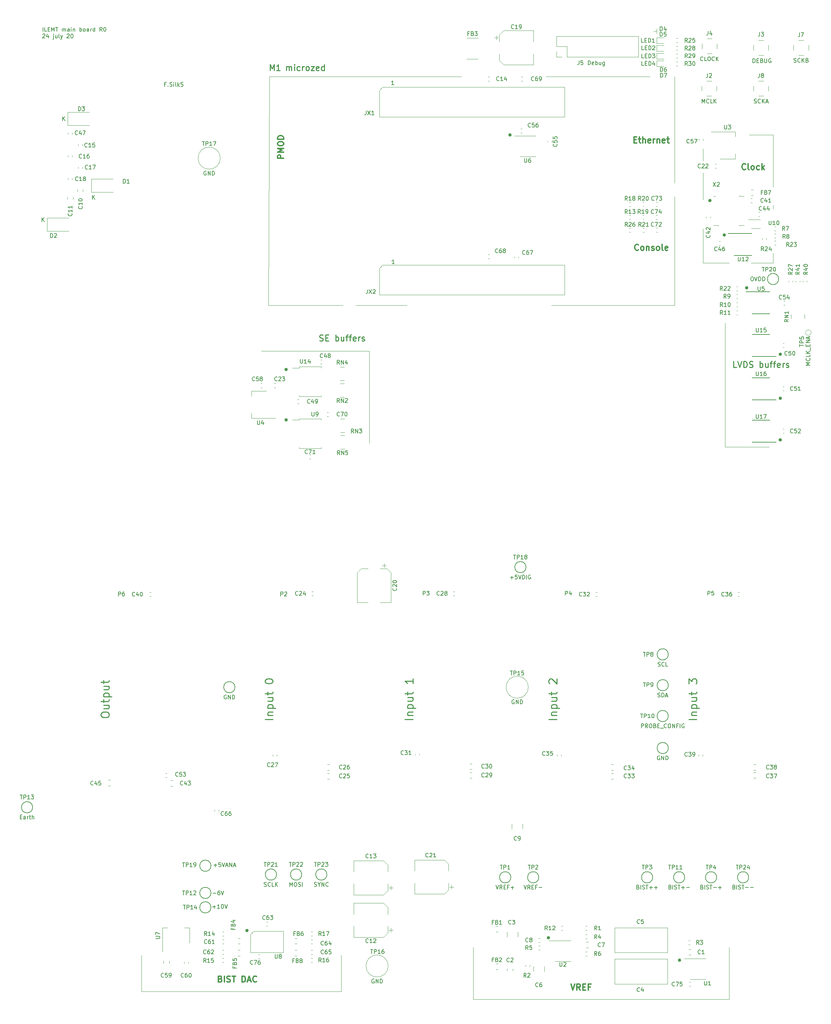
<source format=gbr>
G04 #@! TF.GenerationSoftware,KiCad,Pcbnew,(5.1.5)-3*
G04 #@! TF.CreationDate,2020-07-24T16:39:48-04:00*
G04 #@! TF.ProjectId,main_board,6d61696e-5f62-46f6-9172-642e6b696361,rev?*
G04 #@! TF.SameCoordinates,Original*
G04 #@! TF.FileFunction,Legend,Top*
G04 #@! TF.FilePolarity,Positive*
%FSLAX46Y46*%
G04 Gerber Fmt 4.6, Leading zero omitted, Abs format (unit mm)*
G04 Created by KiCad (PCBNEW (5.1.5)-3) date 2020-07-24 16:39:48*
%MOMM*%
%LPD*%
G04 APERTURE LIST*
%ADD10C,0.180000*%
%ADD11C,0.120000*%
%ADD12C,0.400000*%
%ADD13C,0.300000*%
%ADD14C,0.250000*%
%ADD15C,0.150000*%
G04 APERTURE END LIST*
D10*
X71147619Y-53328571D02*
X70814285Y-53328571D01*
X70814285Y-53852380D02*
X70814285Y-52852380D01*
X71290476Y-52852380D01*
X71671428Y-53757142D02*
X71719047Y-53804761D01*
X71671428Y-53852380D01*
X71623809Y-53804761D01*
X71671428Y-53757142D01*
X71671428Y-53852380D01*
X72100000Y-53804761D02*
X72242857Y-53852380D01*
X72480952Y-53852380D01*
X72576190Y-53804761D01*
X72623809Y-53757142D01*
X72671428Y-53661904D01*
X72671428Y-53566666D01*
X72623809Y-53471428D01*
X72576190Y-53423809D01*
X72480952Y-53376190D01*
X72290476Y-53328571D01*
X72195238Y-53280952D01*
X72147619Y-53233333D01*
X72100000Y-53138095D01*
X72100000Y-53042857D01*
X72147619Y-52947619D01*
X72195238Y-52900000D01*
X72290476Y-52852380D01*
X72528571Y-52852380D01*
X72671428Y-52900000D01*
X73100000Y-53852380D02*
X73100000Y-53185714D01*
X73100000Y-52852380D02*
X73052380Y-52900000D01*
X73100000Y-52947619D01*
X73147619Y-52900000D01*
X73100000Y-52852380D01*
X73100000Y-52947619D01*
X73719047Y-53852380D02*
X73623809Y-53804761D01*
X73576190Y-53709523D01*
X73576190Y-52852380D01*
X74100000Y-53852380D02*
X74100000Y-52852380D01*
X74195238Y-53471428D02*
X74480952Y-53852380D01*
X74480952Y-53185714D02*
X74100000Y-53566666D01*
X74861904Y-53804761D02*
X75004761Y-53852380D01*
X75242857Y-53852380D01*
X75338095Y-53804761D01*
X75385714Y-53757142D01*
X75433333Y-53661904D01*
X75433333Y-53566666D01*
X75385714Y-53471428D01*
X75338095Y-53423809D01*
X75242857Y-53376190D01*
X75052380Y-53328571D01*
X74957142Y-53280952D01*
X74909523Y-53233333D01*
X74861904Y-53138095D01*
X74861904Y-53042857D01*
X74909523Y-52947619D01*
X74957142Y-52900000D01*
X75052380Y-52852380D01*
X75290476Y-52852380D01*
X75433333Y-52900000D01*
X40355095Y-40112380D02*
X40355095Y-39112380D01*
X41307476Y-40112380D02*
X40831285Y-40112380D01*
X40831285Y-39112380D01*
X41640809Y-39588571D02*
X41974142Y-39588571D01*
X42117000Y-40112380D02*
X41640809Y-40112380D01*
X41640809Y-39112380D01*
X42117000Y-39112380D01*
X42545571Y-40112380D02*
X42545571Y-39112380D01*
X42878904Y-39826666D01*
X43212238Y-39112380D01*
X43212238Y-40112380D01*
X43545571Y-39112380D02*
X44117000Y-39112380D01*
X43831285Y-40112380D02*
X43831285Y-39112380D01*
X45212238Y-40112380D02*
X45212238Y-39445714D01*
X45212238Y-39540952D02*
X45259857Y-39493333D01*
X45355095Y-39445714D01*
X45497952Y-39445714D01*
X45593190Y-39493333D01*
X45640809Y-39588571D01*
X45640809Y-40112380D01*
X45640809Y-39588571D02*
X45688428Y-39493333D01*
X45783666Y-39445714D01*
X45926523Y-39445714D01*
X46021761Y-39493333D01*
X46069380Y-39588571D01*
X46069380Y-40112380D01*
X46974142Y-40112380D02*
X46974142Y-39588571D01*
X46926523Y-39493333D01*
X46831285Y-39445714D01*
X46640809Y-39445714D01*
X46545571Y-39493333D01*
X46974142Y-40064761D02*
X46878904Y-40112380D01*
X46640809Y-40112380D01*
X46545571Y-40064761D01*
X46497952Y-39969523D01*
X46497952Y-39874285D01*
X46545571Y-39779047D01*
X46640809Y-39731428D01*
X46878904Y-39731428D01*
X46974142Y-39683809D01*
X47450333Y-40112380D02*
X47450333Y-39445714D01*
X47450333Y-39112380D02*
X47402714Y-39160000D01*
X47450333Y-39207619D01*
X47497952Y-39160000D01*
X47450333Y-39112380D01*
X47450333Y-39207619D01*
X47926523Y-39445714D02*
X47926523Y-40112380D01*
X47926523Y-39540952D02*
X47974142Y-39493333D01*
X48069380Y-39445714D01*
X48212238Y-39445714D01*
X48307476Y-39493333D01*
X48355095Y-39588571D01*
X48355095Y-40112380D01*
X49593190Y-40112380D02*
X49593190Y-39112380D01*
X49593190Y-39493333D02*
X49688428Y-39445714D01*
X49878904Y-39445714D01*
X49974142Y-39493333D01*
X50021761Y-39540952D01*
X50069380Y-39636190D01*
X50069380Y-39921904D01*
X50021761Y-40017142D01*
X49974142Y-40064761D01*
X49878904Y-40112380D01*
X49688428Y-40112380D01*
X49593190Y-40064761D01*
X50640809Y-40112380D02*
X50545571Y-40064761D01*
X50497952Y-40017142D01*
X50450333Y-39921904D01*
X50450333Y-39636190D01*
X50497952Y-39540952D01*
X50545571Y-39493333D01*
X50640809Y-39445714D01*
X50783666Y-39445714D01*
X50878904Y-39493333D01*
X50926523Y-39540952D01*
X50974142Y-39636190D01*
X50974142Y-39921904D01*
X50926523Y-40017142D01*
X50878904Y-40064761D01*
X50783666Y-40112380D01*
X50640809Y-40112380D01*
X51831285Y-40112380D02*
X51831285Y-39588571D01*
X51783666Y-39493333D01*
X51688428Y-39445714D01*
X51497952Y-39445714D01*
X51402714Y-39493333D01*
X51831285Y-40064761D02*
X51736047Y-40112380D01*
X51497952Y-40112380D01*
X51402714Y-40064761D01*
X51355095Y-39969523D01*
X51355095Y-39874285D01*
X51402714Y-39779047D01*
X51497952Y-39731428D01*
X51736047Y-39731428D01*
X51831285Y-39683809D01*
X52307476Y-40112380D02*
X52307476Y-39445714D01*
X52307476Y-39636190D02*
X52355095Y-39540952D01*
X52402714Y-39493333D01*
X52497952Y-39445714D01*
X52593190Y-39445714D01*
X53355095Y-40112380D02*
X53355095Y-39112380D01*
X53355095Y-40064761D02*
X53259857Y-40112380D01*
X53069380Y-40112380D01*
X52974142Y-40064761D01*
X52926523Y-40017142D01*
X52878904Y-39921904D01*
X52878904Y-39636190D01*
X52926523Y-39540952D01*
X52974142Y-39493333D01*
X53069380Y-39445714D01*
X53259857Y-39445714D01*
X53355095Y-39493333D01*
X55164619Y-40112380D02*
X54831285Y-39636190D01*
X54593190Y-40112380D02*
X54593190Y-39112380D01*
X54974142Y-39112380D01*
X55069380Y-39160000D01*
X55117000Y-39207619D01*
X55164619Y-39302857D01*
X55164619Y-39445714D01*
X55117000Y-39540952D01*
X55069380Y-39588571D01*
X54974142Y-39636190D01*
X54593190Y-39636190D01*
X55783666Y-39112380D02*
X55878904Y-39112380D01*
X55974142Y-39160000D01*
X56021761Y-39207619D01*
X56069380Y-39302857D01*
X56117000Y-39493333D01*
X56117000Y-39731428D01*
X56069380Y-39921904D01*
X56021761Y-40017142D01*
X55974142Y-40064761D01*
X55878904Y-40112380D01*
X55783666Y-40112380D01*
X55688428Y-40064761D01*
X55640809Y-40017142D01*
X55593190Y-39921904D01*
X55545571Y-39731428D01*
X55545571Y-39493333D01*
X55593190Y-39302857D01*
X55640809Y-39207619D01*
X55688428Y-39160000D01*
X55783666Y-39112380D01*
X40307476Y-40887619D02*
X40355095Y-40840000D01*
X40450333Y-40792380D01*
X40688428Y-40792380D01*
X40783666Y-40840000D01*
X40831285Y-40887619D01*
X40878904Y-40982857D01*
X40878904Y-41078095D01*
X40831285Y-41220952D01*
X40259857Y-41792380D01*
X40878904Y-41792380D01*
X41736047Y-41125714D02*
X41736047Y-41792380D01*
X41497952Y-40744761D02*
X41259857Y-41459047D01*
X41878904Y-41459047D01*
X43021761Y-41125714D02*
X43021761Y-41982857D01*
X42974142Y-42078095D01*
X42878904Y-42125714D01*
X42831285Y-42125714D01*
X43021761Y-40792380D02*
X42974142Y-40840000D01*
X43021761Y-40887619D01*
X43069380Y-40840000D01*
X43021761Y-40792380D01*
X43021761Y-40887619D01*
X43926523Y-41125714D02*
X43926523Y-41792380D01*
X43497952Y-41125714D02*
X43497952Y-41649523D01*
X43545571Y-41744761D01*
X43640809Y-41792380D01*
X43783666Y-41792380D01*
X43878904Y-41744761D01*
X43926523Y-41697142D01*
X44545571Y-41792380D02*
X44450333Y-41744761D01*
X44402714Y-41649523D01*
X44402714Y-40792380D01*
X44831285Y-41125714D02*
X45069380Y-41792380D01*
X45307476Y-41125714D02*
X45069380Y-41792380D01*
X44974142Y-42030476D01*
X44926523Y-42078095D01*
X44831285Y-42125714D01*
X46402714Y-40887619D02*
X46450333Y-40840000D01*
X46545571Y-40792380D01*
X46783666Y-40792380D01*
X46878904Y-40840000D01*
X46926523Y-40887619D01*
X46974142Y-40982857D01*
X46974142Y-41078095D01*
X46926523Y-41220952D01*
X46355095Y-41792380D01*
X46974142Y-41792380D01*
X47593190Y-40792380D02*
X47688428Y-40792380D01*
X47783666Y-40840000D01*
X47831285Y-40887619D01*
X47878904Y-40982857D01*
X47926523Y-41173333D01*
X47926523Y-41411428D01*
X47878904Y-41601904D01*
X47831285Y-41697142D01*
X47783666Y-41744761D01*
X47688428Y-41792380D01*
X47593190Y-41792380D01*
X47497952Y-41744761D01*
X47450333Y-41697142D01*
X47402714Y-41601904D01*
X47355095Y-41411428D01*
X47355095Y-41173333D01*
X47402714Y-40982857D01*
X47450333Y-40887619D01*
X47497952Y-40840000D01*
X47593190Y-40792380D01*
D11*
X193900000Y-40700000D02*
X193900000Y-39500000D01*
X193100000Y-40100000D02*
X193900000Y-40100000D01*
X131000000Y-51400000D02*
X145000000Y-51400000D01*
X192200000Y-51400000D02*
X166200000Y-51400000D01*
X198400000Y-78000000D02*
X198400000Y-51400000D01*
X198400000Y-108600000D02*
X198400000Y-81400000D01*
X167600000Y-108600000D02*
X198400000Y-108600000D01*
X118600000Y-108600000D02*
X131400000Y-108600000D01*
X96800000Y-108600000D02*
X115400000Y-108600000D01*
X97000000Y-51400000D02*
X96800000Y-108600000D01*
X131000000Y-51400000D02*
X97000000Y-51400000D01*
X205500000Y-72500000D02*
X205500000Y-69500000D01*
X205500000Y-82200000D02*
X205500000Y-75500000D01*
X205500000Y-98000000D02*
X205500000Y-89400000D01*
X212000000Y-98000000D02*
X205500000Y-98000000D01*
X223000000Y-98000000D02*
X217500000Y-98000000D01*
X223000000Y-95500000D02*
X223000000Y-98000000D01*
X223000000Y-83500000D02*
X223000000Y-84500000D01*
X223000000Y-66000000D02*
X223000000Y-79000000D01*
X217000000Y-66000000D02*
X223000000Y-66000000D01*
D10*
X40138095Y-87652380D02*
X40138095Y-86652380D01*
X40709523Y-87652380D02*
X40280952Y-87080952D01*
X40709523Y-86652380D02*
X40138095Y-87223809D01*
X52738095Y-82052380D02*
X52738095Y-81052380D01*
X53309523Y-82052380D02*
X52880952Y-81480952D01*
X53309523Y-81052380D02*
X52738095Y-81623809D01*
X45338095Y-62452380D02*
X45338095Y-61452380D01*
X45909523Y-62452380D02*
X45480952Y-61880952D01*
X45909523Y-61452380D02*
X45338095Y-62023809D01*
D12*
X199800000Y-272200000D02*
G75*
G03X199800000Y-272200000I-200000J0D01*
G01*
X167000000Y-266600000D02*
G75*
G03X167000000Y-266600000I-200000J0D01*
G01*
X91600000Y-264800000D02*
G75*
G03X91600000Y-264800000I-200000J0D01*
G01*
X157400000Y-66000000D02*
G75*
G03X157400000Y-66000000I-200000J0D01*
G01*
X101400000Y-137200000D02*
G75*
G03X101400000Y-137200000I-200000J0D01*
G01*
X101400000Y-124600000D02*
G75*
G03X101400000Y-124600000I-200000J0D01*
G01*
X225000000Y-142200000D02*
G75*
G03X225000000Y-142200000I-200000J0D01*
G01*
X225000000Y-131800000D02*
G75*
G03X225000000Y-131800000I-200000J0D01*
G01*
X225000000Y-120800000D02*
G75*
G03X225000000Y-120800000I-200000J0D01*
G01*
X216600000Y-104200000D02*
G75*
G03X216600000Y-104200000I-200000J0D01*
G01*
X207400000Y-82400000D02*
G75*
G03X207400000Y-82400000I-200000J0D01*
G01*
X211000000Y-91000000D02*
G75*
G03X211000000Y-91000000I-200000J0D01*
G01*
D11*
X211000000Y-144000000D02*
X211000000Y-113000000D01*
X222000000Y-144000000D02*
X211000000Y-144000000D01*
X122000000Y-120000000D02*
X122000000Y-143000000D01*
X95000000Y-120000000D02*
X122000000Y-120000000D01*
X212000000Y-282000000D02*
X212000000Y-269000000D01*
X148000000Y-282000000D02*
X212000000Y-282000000D01*
X148000000Y-280000000D02*
X148000000Y-282000000D01*
X148000000Y-279000000D02*
X148000000Y-280000000D01*
X148000000Y-269000000D02*
X148000000Y-279000000D01*
X115000000Y-280000000D02*
X115000000Y-271000000D01*
X65000000Y-280000000D02*
X115000000Y-280000000D01*
X65000000Y-271000000D02*
X65000000Y-280000000D01*
D13*
X216142857Y-74535714D02*
X216071428Y-74607142D01*
X215857142Y-74678571D01*
X215714285Y-74678571D01*
X215500000Y-74607142D01*
X215357142Y-74464285D01*
X215285714Y-74321428D01*
X215214285Y-74035714D01*
X215214285Y-73821428D01*
X215285714Y-73535714D01*
X215357142Y-73392857D01*
X215500000Y-73250000D01*
X215714285Y-73178571D01*
X215857142Y-73178571D01*
X216071428Y-73250000D01*
X216142857Y-73321428D01*
X217000000Y-74678571D02*
X216857142Y-74607142D01*
X216785714Y-74464285D01*
X216785714Y-73178571D01*
X217785714Y-74678571D02*
X217642857Y-74607142D01*
X217571428Y-74535714D01*
X217500000Y-74392857D01*
X217500000Y-73964285D01*
X217571428Y-73821428D01*
X217642857Y-73750000D01*
X217785714Y-73678571D01*
X218000000Y-73678571D01*
X218142857Y-73750000D01*
X218214285Y-73821428D01*
X218285714Y-73964285D01*
X218285714Y-74392857D01*
X218214285Y-74535714D01*
X218142857Y-74607142D01*
X218000000Y-74678571D01*
X217785714Y-74678571D01*
X219571428Y-74607142D02*
X219428571Y-74678571D01*
X219142857Y-74678571D01*
X219000000Y-74607142D01*
X218928571Y-74535714D01*
X218857142Y-74392857D01*
X218857142Y-73964285D01*
X218928571Y-73821428D01*
X219000000Y-73750000D01*
X219142857Y-73678571D01*
X219428571Y-73678571D01*
X219571428Y-73750000D01*
X220214285Y-74678571D02*
X220214285Y-73178571D01*
X220357142Y-74107142D02*
X220785714Y-74678571D01*
X220785714Y-73678571D02*
X220214285Y-74250000D01*
D14*
X213857142Y-124078571D02*
X213142857Y-124078571D01*
X213142857Y-122578571D01*
X214142857Y-122578571D02*
X214642857Y-124078571D01*
X215142857Y-122578571D01*
X215642857Y-124078571D02*
X215642857Y-122578571D01*
X216000000Y-122578571D01*
X216214285Y-122650000D01*
X216357142Y-122792857D01*
X216428571Y-122935714D01*
X216500000Y-123221428D01*
X216500000Y-123435714D01*
X216428571Y-123721428D01*
X216357142Y-123864285D01*
X216214285Y-124007142D01*
X216000000Y-124078571D01*
X215642857Y-124078571D01*
X217071428Y-124007142D02*
X217285714Y-124078571D01*
X217642857Y-124078571D01*
X217785714Y-124007142D01*
X217857142Y-123935714D01*
X217928571Y-123792857D01*
X217928571Y-123650000D01*
X217857142Y-123507142D01*
X217785714Y-123435714D01*
X217642857Y-123364285D01*
X217357142Y-123292857D01*
X217214285Y-123221428D01*
X217142857Y-123150000D01*
X217071428Y-123007142D01*
X217071428Y-122864285D01*
X217142857Y-122721428D01*
X217214285Y-122650000D01*
X217357142Y-122578571D01*
X217714285Y-122578571D01*
X217928571Y-122650000D01*
X219714285Y-124078571D02*
X219714285Y-122578571D01*
X219714285Y-123150000D02*
X219857142Y-123078571D01*
X220142857Y-123078571D01*
X220285714Y-123150000D01*
X220357142Y-123221428D01*
X220428571Y-123364285D01*
X220428571Y-123792857D01*
X220357142Y-123935714D01*
X220285714Y-124007142D01*
X220142857Y-124078571D01*
X219857142Y-124078571D01*
X219714285Y-124007142D01*
X221714285Y-123078571D02*
X221714285Y-124078571D01*
X221071428Y-123078571D02*
X221071428Y-123864285D01*
X221142857Y-124007142D01*
X221285714Y-124078571D01*
X221500000Y-124078571D01*
X221642857Y-124007142D01*
X221714285Y-123935714D01*
X222214285Y-123078571D02*
X222785714Y-123078571D01*
X222428571Y-124078571D02*
X222428571Y-122792857D01*
X222500000Y-122650000D01*
X222642857Y-122578571D01*
X222785714Y-122578571D01*
X223071428Y-123078571D02*
X223642857Y-123078571D01*
X223285714Y-124078571D02*
X223285714Y-122792857D01*
X223357142Y-122650000D01*
X223500000Y-122578571D01*
X223642857Y-122578571D01*
X224714285Y-124007142D02*
X224571428Y-124078571D01*
X224285714Y-124078571D01*
X224142857Y-124007142D01*
X224071428Y-123864285D01*
X224071428Y-123292857D01*
X224142857Y-123150000D01*
X224285714Y-123078571D01*
X224571428Y-123078571D01*
X224714285Y-123150000D01*
X224785714Y-123292857D01*
X224785714Y-123435714D01*
X224071428Y-123578571D01*
X225428571Y-124078571D02*
X225428571Y-123078571D01*
X225428571Y-123364285D02*
X225500000Y-123221428D01*
X225571428Y-123150000D01*
X225714285Y-123078571D01*
X225857142Y-123078571D01*
X226285714Y-124007142D02*
X226428571Y-124078571D01*
X226714285Y-124078571D01*
X226857142Y-124007142D01*
X226928571Y-123864285D01*
X226928571Y-123792857D01*
X226857142Y-123650000D01*
X226714285Y-123578571D01*
X226500000Y-123578571D01*
X226357142Y-123507142D01*
X226285714Y-123364285D01*
X226285714Y-123292857D01*
X226357142Y-123150000D01*
X226500000Y-123078571D01*
X226714285Y-123078571D01*
X226857142Y-123150000D01*
X109592857Y-117407142D02*
X109807142Y-117478571D01*
X110164285Y-117478571D01*
X110307142Y-117407142D01*
X110378571Y-117335714D01*
X110450000Y-117192857D01*
X110450000Y-117050000D01*
X110378571Y-116907142D01*
X110307142Y-116835714D01*
X110164285Y-116764285D01*
X109878571Y-116692857D01*
X109735714Y-116621428D01*
X109664285Y-116550000D01*
X109592857Y-116407142D01*
X109592857Y-116264285D01*
X109664285Y-116121428D01*
X109735714Y-116050000D01*
X109878571Y-115978571D01*
X110235714Y-115978571D01*
X110450000Y-116050000D01*
X111092857Y-116692857D02*
X111592857Y-116692857D01*
X111807142Y-117478571D02*
X111092857Y-117478571D01*
X111092857Y-115978571D01*
X111807142Y-115978571D01*
X113592857Y-117478571D02*
X113592857Y-115978571D01*
X113592857Y-116550000D02*
X113735714Y-116478571D01*
X114021428Y-116478571D01*
X114164285Y-116550000D01*
X114235714Y-116621428D01*
X114307142Y-116764285D01*
X114307142Y-117192857D01*
X114235714Y-117335714D01*
X114164285Y-117407142D01*
X114021428Y-117478571D01*
X113735714Y-117478571D01*
X113592857Y-117407142D01*
X115592857Y-116478571D02*
X115592857Y-117478571D01*
X114950000Y-116478571D02*
X114950000Y-117264285D01*
X115021428Y-117407142D01*
X115164285Y-117478571D01*
X115378571Y-117478571D01*
X115521428Y-117407142D01*
X115592857Y-117335714D01*
X116092857Y-116478571D02*
X116664285Y-116478571D01*
X116307142Y-117478571D02*
X116307142Y-116192857D01*
X116378571Y-116050000D01*
X116521428Y-115978571D01*
X116664285Y-115978571D01*
X116950000Y-116478571D02*
X117521428Y-116478571D01*
X117164285Y-117478571D02*
X117164285Y-116192857D01*
X117235714Y-116050000D01*
X117378571Y-115978571D01*
X117521428Y-115978571D01*
X118592857Y-117407142D02*
X118450000Y-117478571D01*
X118164285Y-117478571D01*
X118021428Y-117407142D01*
X117950000Y-117264285D01*
X117950000Y-116692857D01*
X118021428Y-116550000D01*
X118164285Y-116478571D01*
X118450000Y-116478571D01*
X118592857Y-116550000D01*
X118664285Y-116692857D01*
X118664285Y-116835714D01*
X117950000Y-116978571D01*
X119307142Y-117478571D02*
X119307142Y-116478571D01*
X119307142Y-116764285D02*
X119378571Y-116621428D01*
X119450000Y-116550000D01*
X119592857Y-116478571D01*
X119735714Y-116478571D01*
X120164285Y-117407142D02*
X120307142Y-117478571D01*
X120592857Y-117478571D01*
X120735714Y-117407142D01*
X120807142Y-117264285D01*
X120807142Y-117192857D01*
X120735714Y-117050000D01*
X120592857Y-116978571D01*
X120378571Y-116978571D01*
X120235714Y-116907142D01*
X120164285Y-116764285D01*
X120164285Y-116692857D01*
X120235714Y-116550000D01*
X120378571Y-116478571D01*
X120592857Y-116478571D01*
X120735714Y-116550000D01*
D13*
X172428571Y-278178571D02*
X172928571Y-279678571D01*
X173428571Y-278178571D01*
X174785714Y-279678571D02*
X174285714Y-278964285D01*
X173928571Y-279678571D02*
X173928571Y-278178571D01*
X174500000Y-278178571D01*
X174642857Y-278250000D01*
X174714285Y-278321428D01*
X174785714Y-278464285D01*
X174785714Y-278678571D01*
X174714285Y-278821428D01*
X174642857Y-278892857D01*
X174500000Y-278964285D01*
X173928571Y-278964285D01*
X175428571Y-278892857D02*
X175928571Y-278892857D01*
X176142857Y-279678571D02*
X175428571Y-279678571D01*
X175428571Y-278178571D01*
X176142857Y-278178571D01*
X177285714Y-278892857D02*
X176785714Y-278892857D01*
X176785714Y-279678571D02*
X176785714Y-278178571D01*
X177500000Y-278178571D01*
X84750000Y-276892857D02*
X84964285Y-276964285D01*
X85035714Y-277035714D01*
X85107142Y-277178571D01*
X85107142Y-277392857D01*
X85035714Y-277535714D01*
X84964285Y-277607142D01*
X84821428Y-277678571D01*
X84250000Y-277678571D01*
X84250000Y-276178571D01*
X84750000Y-276178571D01*
X84892857Y-276250000D01*
X84964285Y-276321428D01*
X85035714Y-276464285D01*
X85035714Y-276607142D01*
X84964285Y-276750000D01*
X84892857Y-276821428D01*
X84750000Y-276892857D01*
X84250000Y-276892857D01*
X85750000Y-277678571D02*
X85750000Y-276178571D01*
X86392857Y-277607142D02*
X86607142Y-277678571D01*
X86964285Y-277678571D01*
X87107142Y-277607142D01*
X87178571Y-277535714D01*
X87250000Y-277392857D01*
X87250000Y-277250000D01*
X87178571Y-277107142D01*
X87107142Y-277035714D01*
X86964285Y-276964285D01*
X86678571Y-276892857D01*
X86535714Y-276821428D01*
X86464285Y-276750000D01*
X86392857Y-276607142D01*
X86392857Y-276464285D01*
X86464285Y-276321428D01*
X86535714Y-276250000D01*
X86678571Y-276178571D01*
X87035714Y-276178571D01*
X87250000Y-276250000D01*
X87678571Y-276178571D02*
X88535714Y-276178571D01*
X88107142Y-277678571D02*
X88107142Y-276178571D01*
X90178571Y-277678571D02*
X90178571Y-276178571D01*
X90535714Y-276178571D01*
X90750000Y-276250000D01*
X90892857Y-276392857D01*
X90964285Y-276535714D01*
X91035714Y-276821428D01*
X91035714Y-277035714D01*
X90964285Y-277321428D01*
X90892857Y-277464285D01*
X90750000Y-277607142D01*
X90535714Y-277678571D01*
X90178571Y-277678571D01*
X91607142Y-277250000D02*
X92321428Y-277250000D01*
X91464285Y-277678571D02*
X91964285Y-276178571D01*
X92464285Y-277678571D01*
X93821428Y-277535714D02*
X93750000Y-277607142D01*
X93535714Y-277678571D01*
X93392857Y-277678571D01*
X93178571Y-277607142D01*
X93035714Y-277464285D01*
X92964285Y-277321428D01*
X92892857Y-277035714D01*
X92892857Y-276821428D01*
X92964285Y-276535714D01*
X93035714Y-276392857D01*
X93178571Y-276250000D01*
X93392857Y-276178571D01*
X93535714Y-276178571D01*
X93750000Y-276250000D01*
X93821428Y-276321428D01*
D14*
X54904761Y-211047618D02*
X54904761Y-210666665D01*
X55000000Y-210476189D01*
X55190476Y-210285713D01*
X55571428Y-210190475D01*
X56238095Y-210190475D01*
X56619047Y-210285713D01*
X56809523Y-210476189D01*
X56904761Y-210666665D01*
X56904761Y-211047618D01*
X56809523Y-211238094D01*
X56619047Y-211428570D01*
X56238095Y-211523808D01*
X55571428Y-211523808D01*
X55190476Y-211428570D01*
X55000000Y-211238094D01*
X54904761Y-211047618D01*
X55571428Y-208476189D02*
X56904761Y-208476189D01*
X55571428Y-209333332D02*
X56619047Y-209333332D01*
X56809523Y-209238094D01*
X56904761Y-209047618D01*
X56904761Y-208761903D01*
X56809523Y-208571427D01*
X56714285Y-208476189D01*
X55571428Y-207809522D02*
X55571428Y-207047618D01*
X54904761Y-207523808D02*
X56619047Y-207523808D01*
X56809523Y-207428570D01*
X56904761Y-207238094D01*
X56904761Y-207047618D01*
X55571428Y-206380951D02*
X57571428Y-206380951D01*
X55666666Y-206380951D02*
X55571428Y-206190475D01*
X55571428Y-205809522D01*
X55666666Y-205619046D01*
X55761904Y-205523808D01*
X55952380Y-205428570D01*
X56523809Y-205428570D01*
X56714285Y-205523808D01*
X56809523Y-205619046D01*
X56904761Y-205809522D01*
X56904761Y-206190475D01*
X56809523Y-206380951D01*
X55571428Y-203714284D02*
X56904761Y-203714284D01*
X55571428Y-204571427D02*
X56619047Y-204571427D01*
X56809523Y-204476189D01*
X56904761Y-204285713D01*
X56904761Y-203999999D01*
X56809523Y-203809522D01*
X56714285Y-203714284D01*
X55571428Y-203047618D02*
X55571428Y-202285713D01*
X54904761Y-202761903D02*
X56619047Y-202761903D01*
X56809523Y-202666665D01*
X56904761Y-202476189D01*
X56904761Y-202285713D01*
X168904761Y-212000000D02*
X166904761Y-212000000D01*
X167571428Y-211047619D02*
X168904761Y-211047619D01*
X167761904Y-211047619D02*
X167666666Y-210952380D01*
X167571428Y-210761904D01*
X167571428Y-210476190D01*
X167666666Y-210285714D01*
X167857142Y-210190476D01*
X168904761Y-210190476D01*
X167571428Y-209238095D02*
X169571428Y-209238095D01*
X167666666Y-209238095D02*
X167571428Y-209047619D01*
X167571428Y-208666666D01*
X167666666Y-208476190D01*
X167761904Y-208380952D01*
X167952380Y-208285714D01*
X168523809Y-208285714D01*
X168714285Y-208380952D01*
X168809523Y-208476190D01*
X168904761Y-208666666D01*
X168904761Y-209047619D01*
X168809523Y-209238095D01*
X167571428Y-206571428D02*
X168904761Y-206571428D01*
X167571428Y-207428571D02*
X168619047Y-207428571D01*
X168809523Y-207333333D01*
X168904761Y-207142857D01*
X168904761Y-206857142D01*
X168809523Y-206666666D01*
X168714285Y-206571428D01*
X167571428Y-205904761D02*
X167571428Y-205142857D01*
X166904761Y-205619047D02*
X168619047Y-205619047D01*
X168809523Y-205523809D01*
X168904761Y-205333333D01*
X168904761Y-205142857D01*
X167095238Y-203047619D02*
X167000000Y-202952380D01*
X166904761Y-202761904D01*
X166904761Y-202285714D01*
X167000000Y-202095238D01*
X167095238Y-202000000D01*
X167285714Y-201904761D01*
X167476190Y-201904761D01*
X167761904Y-202000000D01*
X168904761Y-203142857D01*
X168904761Y-201904761D01*
X203904761Y-212000000D02*
X201904761Y-212000000D01*
X202571428Y-211047619D02*
X203904761Y-211047619D01*
X202761904Y-211047619D02*
X202666666Y-210952380D01*
X202571428Y-210761904D01*
X202571428Y-210476190D01*
X202666666Y-210285714D01*
X202857142Y-210190476D01*
X203904761Y-210190476D01*
X202571428Y-209238095D02*
X204571428Y-209238095D01*
X202666666Y-209238095D02*
X202571428Y-209047619D01*
X202571428Y-208666666D01*
X202666666Y-208476190D01*
X202761904Y-208380952D01*
X202952380Y-208285714D01*
X203523809Y-208285714D01*
X203714285Y-208380952D01*
X203809523Y-208476190D01*
X203904761Y-208666666D01*
X203904761Y-209047619D01*
X203809523Y-209238095D01*
X202571428Y-206571428D02*
X203904761Y-206571428D01*
X202571428Y-207428571D02*
X203619047Y-207428571D01*
X203809523Y-207333333D01*
X203904761Y-207142857D01*
X203904761Y-206857142D01*
X203809523Y-206666666D01*
X203714285Y-206571428D01*
X202571428Y-205904761D02*
X202571428Y-205142857D01*
X201904761Y-205619047D02*
X203619047Y-205619047D01*
X203809523Y-205523809D01*
X203904761Y-205333333D01*
X203904761Y-205142857D01*
X201904761Y-203142857D02*
X201904761Y-201904761D01*
X202666666Y-202571428D01*
X202666666Y-202285714D01*
X202761904Y-202095238D01*
X202857142Y-202000000D01*
X203047619Y-201904761D01*
X203523809Y-201904761D01*
X203714285Y-202000000D01*
X203809523Y-202095238D01*
X203904761Y-202285714D01*
X203904761Y-202857142D01*
X203809523Y-203047619D01*
X203714285Y-203142857D01*
X132904761Y-212000000D02*
X130904761Y-212000000D01*
X131571428Y-211047619D02*
X132904761Y-211047619D01*
X131761904Y-211047619D02*
X131666666Y-210952380D01*
X131571428Y-210761904D01*
X131571428Y-210476190D01*
X131666666Y-210285714D01*
X131857142Y-210190476D01*
X132904761Y-210190476D01*
X131571428Y-209238095D02*
X133571428Y-209238095D01*
X131666666Y-209238095D02*
X131571428Y-209047619D01*
X131571428Y-208666666D01*
X131666666Y-208476190D01*
X131761904Y-208380952D01*
X131952380Y-208285714D01*
X132523809Y-208285714D01*
X132714285Y-208380952D01*
X132809523Y-208476190D01*
X132904761Y-208666666D01*
X132904761Y-209047619D01*
X132809523Y-209238095D01*
X131571428Y-206571428D02*
X132904761Y-206571428D01*
X131571428Y-207428571D02*
X132619047Y-207428571D01*
X132809523Y-207333333D01*
X132904761Y-207142857D01*
X132904761Y-206857142D01*
X132809523Y-206666666D01*
X132714285Y-206571428D01*
X131571428Y-205904761D02*
X131571428Y-205142857D01*
X130904761Y-205619047D02*
X132619047Y-205619047D01*
X132809523Y-205523809D01*
X132904761Y-205333333D01*
X132904761Y-205142857D01*
X132904761Y-201904761D02*
X132904761Y-203047619D01*
X132904761Y-202476190D02*
X130904761Y-202476190D01*
X131190476Y-202666666D01*
X131380952Y-202857142D01*
X131476190Y-203047619D01*
X97904761Y-212000000D02*
X95904761Y-212000000D01*
X96571428Y-211047619D02*
X97904761Y-211047619D01*
X96761904Y-211047619D02*
X96666666Y-210952380D01*
X96571428Y-210761904D01*
X96571428Y-210476190D01*
X96666666Y-210285714D01*
X96857142Y-210190476D01*
X97904761Y-210190476D01*
X96571428Y-209238095D02*
X98571428Y-209238095D01*
X96666666Y-209238095D02*
X96571428Y-209047619D01*
X96571428Y-208666666D01*
X96666666Y-208476190D01*
X96761904Y-208380952D01*
X96952380Y-208285714D01*
X97523809Y-208285714D01*
X97714285Y-208380952D01*
X97809523Y-208476190D01*
X97904761Y-208666666D01*
X97904761Y-209047619D01*
X97809523Y-209238095D01*
X96571428Y-206571428D02*
X97904761Y-206571428D01*
X96571428Y-207428571D02*
X97619047Y-207428571D01*
X97809523Y-207333333D01*
X97904761Y-207142857D01*
X97904761Y-206857142D01*
X97809523Y-206666666D01*
X97714285Y-206571428D01*
X96571428Y-205904761D02*
X96571428Y-205142857D01*
X95904761Y-205619047D02*
X97619047Y-205619047D01*
X97809523Y-205523809D01*
X97904761Y-205333333D01*
X97904761Y-205142857D01*
X95904761Y-202571428D02*
X95904761Y-202380952D01*
X96000000Y-202190476D01*
X96095238Y-202095238D01*
X96285714Y-202000000D01*
X96666666Y-201904761D01*
X97142857Y-201904761D01*
X97523809Y-202000000D01*
X97714285Y-202095238D01*
X97809523Y-202190476D01*
X97904761Y-202380952D01*
X97904761Y-202571428D01*
X97809523Y-202761904D01*
X97714285Y-202857142D01*
X97523809Y-202952380D01*
X97142857Y-203047619D01*
X96666666Y-203047619D01*
X96285714Y-202952380D01*
X96095238Y-202857142D01*
X96000000Y-202761904D01*
X95904761Y-202571428D01*
D11*
X94562779Y-270790000D02*
X94237221Y-270790000D01*
X94562779Y-271810000D02*
X94237221Y-271810000D01*
X193850000Y-48925000D02*
X193850000Y-47475000D01*
X195700000Y-48925000D02*
X193850000Y-48925000D01*
X193850000Y-47475000D02*
X195700000Y-47475000D01*
X193850000Y-46991666D02*
X193850000Y-45541666D01*
X195700000Y-46991666D02*
X193850000Y-46991666D01*
X193850000Y-45541666D02*
X195700000Y-45541666D01*
X193850000Y-45058333D02*
X193850000Y-43608333D01*
X195700000Y-45058333D02*
X193850000Y-45058333D01*
X193850000Y-43608333D02*
X195700000Y-43608333D01*
X193850000Y-43125000D02*
X193850000Y-41675000D01*
X195700000Y-43125000D02*
X193850000Y-43125000D01*
X193850000Y-41675000D02*
X195700000Y-41675000D01*
X92300000Y-270275000D02*
X92300000Y-265725000D01*
X100500000Y-270275000D02*
X92300000Y-270275000D01*
X100500000Y-264925000D02*
X100500000Y-270275000D01*
X93100000Y-264925000D02*
X100500000Y-264925000D01*
X92300000Y-265725000D02*
X93100000Y-264925000D01*
D15*
X196800000Y-219200000D02*
G75*
G03X196800000Y-219200000I-1400000J0D01*
G01*
X88400000Y-204000000D02*
G75*
G03X88400000Y-204000000I-1400000J0D01*
G01*
X216900000Y-251500000D02*
G75*
G03X216900000Y-251500000I-1400000J0D01*
G01*
X200900000Y-251500000D02*
G75*
G03X200900000Y-251500000I-1400000J0D01*
G01*
X208900000Y-251500000D02*
G75*
G03X208900000Y-251500000I-1400000J0D01*
G01*
X192900000Y-251500000D02*
G75*
G03X192900000Y-251500000I-1400000J0D01*
G01*
D11*
X170850000Y-54075000D02*
X170850000Y-61475000D01*
X125350000Y-54085600D02*
X124550000Y-54885600D01*
X170850000Y-61475000D02*
X124560600Y-61475000D01*
X125350000Y-54085600D02*
X170850000Y-54075000D01*
X124550000Y-61483400D02*
X124550000Y-54879400D01*
X170850000Y-105925000D02*
X124560600Y-105925000D01*
X170850000Y-98525000D02*
X170850000Y-105925000D01*
X125350000Y-98535600D02*
X170850000Y-98525000D01*
X124550000Y-105933400D02*
X124550000Y-99329400D01*
X125350000Y-98535600D02*
X124550000Y-99335600D01*
X198837221Y-48710000D02*
X199162779Y-48710000D01*
X198837221Y-47690000D02*
X199162779Y-47690000D01*
X198837221Y-46776666D02*
X199162779Y-46776666D01*
X198837221Y-45756666D02*
X199162779Y-45756666D01*
X198837221Y-44843333D02*
X199162779Y-44843333D01*
X198837221Y-43823333D02*
X199162779Y-43823333D01*
X198837221Y-42910000D02*
X199162779Y-42910000D01*
X198837221Y-41890000D02*
X199162779Y-41890000D01*
X168870000Y-46530000D02*
X168870000Y-45200000D01*
X170200000Y-46530000D02*
X168870000Y-46530000D01*
X168870000Y-43930000D02*
X168870000Y-41330000D01*
X171470000Y-43930000D02*
X168870000Y-43930000D01*
X171470000Y-46530000D02*
X171470000Y-43930000D01*
X168870000Y-41330000D02*
X189310000Y-41330000D01*
X171470000Y-46530000D02*
X189310000Y-46530000D01*
X189310000Y-46530000D02*
X189310000Y-41330000D01*
X232525000Y-115400000D02*
G75*
G03X232525000Y-115400000I-700000J0D01*
G01*
D15*
X111400000Y-250800000D02*
G75*
G03X111400000Y-250800000I-1400000J0D01*
G01*
X105100000Y-250800000D02*
G75*
G03X105100000Y-250800000I-1400000J0D01*
G01*
X98800000Y-250800000D02*
G75*
G03X98800000Y-250800000I-1400000J0D01*
G01*
X224400000Y-102000000D02*
G75*
G03X224400000Y-102000000I-1400000J0D01*
G01*
X82400000Y-248600000D02*
G75*
G03X82400000Y-248600000I-1400000J0D01*
G01*
X161200000Y-174000000D02*
G75*
G03X161200000Y-174000000I-1400000J0D01*
G01*
D11*
X84700000Y-71800000D02*
G75*
G03X84700000Y-71800000I-2750000J0D01*
G01*
X126700000Y-273650000D02*
G75*
G03X126700000Y-273650000I-2750000J0D01*
G01*
X161750000Y-204000000D02*
G75*
G03X161750000Y-204000000I-2750000J0D01*
G01*
D15*
X82400000Y-259000000D02*
G75*
G03X82400000Y-259000000I-1400000J0D01*
G01*
X37800000Y-234000000D02*
G75*
G03X37800000Y-234000000I-1400000J0D01*
G01*
X82400000Y-255400000D02*
G75*
G03X82400000Y-255400000I-1400000J0D01*
G01*
X196800000Y-211200000D02*
G75*
G03X196800000Y-211200000I-1400000J0D01*
G01*
X196800000Y-203500000D02*
G75*
G03X196800000Y-203500000I-1400000J0D01*
G01*
X196800000Y-195800000D02*
G75*
G03X196800000Y-195800000I-1400000J0D01*
G01*
X164400000Y-251500000D02*
G75*
G03X164400000Y-251500000I-1400000J0D01*
G01*
X157400000Y-251500000D02*
G75*
G03X157400000Y-251500000I-1400000J0D01*
G01*
D11*
X220290000Y-91837221D02*
X220290000Y-92162779D01*
X221310000Y-91837221D02*
X221310000Y-92162779D01*
X223662779Y-92490000D02*
X223337221Y-92490000D01*
X223662779Y-93510000D02*
X223337221Y-93510000D01*
X207720000Y-45695000D02*
X206480000Y-45695000D01*
X207720000Y-41955000D02*
X206480000Y-41955000D01*
X205230000Y-44445000D02*
X205230000Y-43205000D01*
X208970000Y-44445000D02*
X208970000Y-43205000D01*
X202037221Y-278710000D02*
X202362779Y-278710000D01*
X202037221Y-277690000D02*
X202362779Y-277690000D01*
X178649721Y-181310000D02*
X178975279Y-181310000D01*
X178649721Y-180290000D02*
X178975279Y-180290000D01*
X218058578Y-79690000D02*
X217541422Y-79690000D01*
X218058578Y-81110000D02*
X217541422Y-81110000D01*
X146384252Y-47010000D02*
X149215748Y-47010000D01*
X146384252Y-41790000D02*
X149215748Y-41790000D01*
X163040000Y-273797936D02*
X163040000Y-275002064D01*
X165760000Y-273797936D02*
X165760000Y-275002064D01*
X213837221Y-104910000D02*
X214162779Y-104910000D01*
X213837221Y-103890000D02*
X214162779Y-103890000D01*
X96562779Y-262690000D02*
X96237221Y-262690000D01*
X96562779Y-263710000D02*
X96237221Y-263710000D01*
X95162779Y-128090000D02*
X94837221Y-128090000D01*
X95162779Y-129110000D02*
X94837221Y-129110000D01*
X205510000Y-67362779D02*
X205510000Y-67037221D01*
X204490000Y-67362779D02*
X204490000Y-67037221D01*
X71362779Y-225490000D02*
X71037221Y-225490000D01*
X71362779Y-226510000D02*
X71037221Y-226510000D01*
X47710000Y-65842779D02*
X47710000Y-65517221D01*
X46690000Y-65842779D02*
X46690000Y-65517221D01*
X67037221Y-181310000D02*
X67362779Y-181310000D01*
X67037221Y-180290000D02*
X67362779Y-180290000D01*
X204390000Y-220837221D02*
X204390000Y-221162779D01*
X205410000Y-220837221D02*
X205410000Y-221162779D01*
X214249721Y-181310000D02*
X214575279Y-181310000D01*
X214249721Y-180290000D02*
X214575279Y-180290000D01*
X168990000Y-220837221D02*
X168990000Y-221162779D01*
X170010000Y-220837221D02*
X170010000Y-221162779D01*
X133490000Y-220637221D02*
X133490000Y-220962779D01*
X134510000Y-220637221D02*
X134510000Y-220962779D01*
X143024721Y-181110000D02*
X143350279Y-181110000D01*
X143024721Y-180090000D02*
X143350279Y-180090000D01*
X97890000Y-220837221D02*
X97890000Y-221162779D01*
X98910000Y-220837221D02*
X98910000Y-221162779D01*
X107637221Y-181110000D02*
X107962779Y-181110000D01*
X107637221Y-180090000D02*
X107962779Y-180090000D01*
X47710000Y-77176111D02*
X47710000Y-76850553D01*
X46690000Y-77176111D02*
X46690000Y-76850553D01*
X50210000Y-74342778D02*
X50210000Y-74017220D01*
X49190000Y-74342778D02*
X49190000Y-74017220D01*
X47710000Y-71509445D02*
X47710000Y-71183887D01*
X46690000Y-71509445D02*
X46690000Y-71183887D01*
X50210000Y-68676112D02*
X50210000Y-68350554D01*
X49190000Y-68676112D02*
X49190000Y-68350554D01*
X104362779Y-132090000D02*
X104037221Y-132090000D01*
X104362779Y-133110000D02*
X104037221Y-133110000D01*
X227910000Y-102762779D02*
X227910000Y-102437221D01*
X226890000Y-102762779D02*
X226890000Y-102437221D01*
X221870000Y-43580000D02*
X221870000Y-44820000D01*
X218130000Y-43580000D02*
X218130000Y-44820000D01*
X220620000Y-46070000D02*
X219380000Y-46070000D01*
X220620000Y-42330000D02*
X219380000Y-42330000D01*
X187375279Y-89290000D02*
X187049721Y-89290000D01*
X187375279Y-90310000D02*
X187049721Y-90310000D01*
X190762779Y-89290000D02*
X190437221Y-89290000D01*
X190762779Y-90310000D02*
X190437221Y-90310000D01*
X190712779Y-82790000D02*
X190387221Y-82790000D01*
X190712779Y-83810000D02*
X190387221Y-83810000D01*
X190712779Y-86090000D02*
X190387221Y-86090000D01*
X190712779Y-87110000D02*
X190387221Y-87110000D01*
X187362779Y-82790000D02*
X187037221Y-82790000D01*
X187362779Y-83810000D02*
X187037221Y-83810000D01*
X187362779Y-86090000D02*
X187037221Y-86090000D01*
X187362779Y-87110000D02*
X187037221Y-87110000D01*
X194062779Y-86090000D02*
X193737221Y-86090000D01*
X194062779Y-87110000D02*
X193737221Y-87110000D01*
X194062779Y-82790000D02*
X193737221Y-82790000D01*
X194062779Y-83810000D02*
X193737221Y-83810000D01*
X194162779Y-89290000D02*
X193837221Y-89290000D01*
X194162779Y-90310000D02*
X193837221Y-90310000D01*
X107220000Y-144330000D02*
X109980000Y-144330000D01*
X109980000Y-144330000D02*
X109980000Y-144055000D01*
X107220000Y-144330000D02*
X104460000Y-144330000D01*
X104460000Y-144330000D02*
X104460000Y-144055000D01*
X107220000Y-136910000D02*
X109980000Y-136910000D01*
X109980000Y-136910000D02*
X109980000Y-137185000D01*
X107220000Y-136910000D02*
X104460000Y-136910000D01*
X104460000Y-136910000D02*
X104460000Y-137185000D01*
X104460000Y-137185000D02*
X102770000Y-137185000D01*
X115820000Y-141120000D02*
X114820000Y-141120000D01*
X115820000Y-144480000D02*
X114820000Y-144480000D01*
X115820000Y-136940000D02*
X114820000Y-136940000D01*
X115820000Y-140300000D02*
X114820000Y-140300000D01*
X107362779Y-145890000D02*
X107037221Y-145890000D01*
X107362779Y-146910000D02*
X107037221Y-146910000D01*
X111437221Y-136310000D02*
X111762779Y-136310000D01*
X111437221Y-135290000D02*
X111762779Y-135290000D01*
X160037221Y-51490000D02*
X160362779Y-51490000D01*
X160037221Y-52510000D02*
X160362779Y-52510000D01*
X151737221Y-95890000D02*
X152062779Y-95890000D01*
X151737221Y-96910000D02*
X152062779Y-96910000D01*
X158290000Y-96762779D02*
X158290000Y-96437221D01*
X159310000Y-96762779D02*
X159310000Y-96437221D01*
X151737221Y-51490000D02*
X152062779Y-51490000D01*
X151737221Y-52510000D02*
X152062779Y-52510000D01*
X83290000Y-234962779D02*
X83290000Y-234637221D01*
X84310000Y-234962779D02*
X84310000Y-234637221D01*
X77080000Y-264120000D02*
X75820000Y-264120000D01*
X70260000Y-264120000D02*
X71520000Y-264120000D01*
X77080000Y-267880000D02*
X77080000Y-264120000D01*
X70260000Y-270130000D02*
X70260000Y-264120000D01*
X115740000Y-131480000D02*
X114740000Y-131480000D01*
X115740000Y-128120000D02*
X114740000Y-128120000D01*
X107437221Y-265090000D02*
X107762779Y-265090000D01*
X107437221Y-266110000D02*
X107762779Y-266110000D01*
X107437221Y-271690000D02*
X107762779Y-271690000D01*
X107437221Y-272710000D02*
X107762779Y-272710000D01*
X85237221Y-271690000D02*
X85562779Y-271690000D01*
X85237221Y-272710000D02*
X85562779Y-272710000D01*
X85237221Y-265090000D02*
X85562779Y-265090000D01*
X85237221Y-266110000D02*
X85562779Y-266110000D01*
X103341422Y-269690000D02*
X103858578Y-269690000D01*
X103341422Y-271110000D02*
X103858578Y-271110000D01*
X103341422Y-266690000D02*
X103858578Y-266690000D01*
X103341422Y-268110000D02*
X103858578Y-268110000D01*
X89658578Y-271110000D02*
X89141422Y-271110000D01*
X89658578Y-269690000D02*
X89141422Y-269690000D01*
X89658578Y-268110000D02*
X89141422Y-268110000D01*
X89658578Y-266690000D02*
X89141422Y-266690000D01*
X107762779Y-270710000D02*
X107437221Y-270710000D01*
X107762779Y-269690000D02*
X107437221Y-269690000D01*
X107762779Y-268110000D02*
X107437221Y-268110000D01*
X107762779Y-267090000D02*
X107437221Y-267090000D01*
X85237221Y-269690000D02*
X85562779Y-269690000D01*
X85237221Y-270710000D02*
X85562779Y-270710000D01*
X85237221Y-267090000D02*
X85562779Y-267090000D01*
X85237221Y-268110000D02*
X85562779Y-268110000D01*
X76710000Y-272637221D02*
X76710000Y-272962779D01*
X75690000Y-272637221D02*
X75690000Y-272962779D01*
X70510000Y-272958578D02*
X70510000Y-272441422D01*
X71930000Y-272958578D02*
X71930000Y-272441422D01*
X170037221Y-263690000D02*
X170362779Y-263690000D01*
X170037221Y-264710000D02*
X170362779Y-264710000D01*
X161750000Y-71390000D02*
X163700000Y-71390000D01*
X161750000Y-71390000D02*
X159800000Y-71390000D01*
X161750000Y-66270000D02*
X163700000Y-66270000D01*
X161750000Y-66270000D02*
X158300000Y-66270000D01*
D15*
X217800000Y-110725000D02*
X222200000Y-110725000D01*
X216225000Y-105200000D02*
X222200000Y-105200000D01*
D11*
X92510000Y-129990000D02*
X92510000Y-131250000D01*
X92510000Y-136810000D02*
X92510000Y-135550000D01*
X96270000Y-129990000D02*
X92510000Y-129990000D01*
X98520000Y-136810000D02*
X92510000Y-136810000D01*
X213510000Y-72010000D02*
X213510000Y-70750000D01*
X213510000Y-65190000D02*
X213510000Y-66450000D01*
X209750000Y-72010000D02*
X213510000Y-72010000D01*
X207500000Y-65190000D02*
X213510000Y-65190000D01*
X170400000Y-272460000D02*
X172350000Y-272460000D01*
X170400000Y-272460000D02*
X168450000Y-272460000D01*
X170400000Y-267340000D02*
X172350000Y-267340000D01*
X170400000Y-267340000D02*
X166950000Y-267340000D01*
X204200000Y-276960000D02*
X206150000Y-276960000D01*
X204200000Y-276960000D02*
X202250000Y-276960000D01*
X204200000Y-271840000D02*
X206150000Y-271840000D01*
X204200000Y-271840000D02*
X200750000Y-271840000D01*
X227520000Y-111900000D02*
X227520000Y-110900000D01*
X230880000Y-111900000D02*
X230880000Y-110900000D01*
X213837221Y-109890000D02*
X214162779Y-109890000D01*
X213837221Y-110910000D02*
X214162779Y-110910000D01*
X213837221Y-107890000D02*
X214162779Y-107890000D01*
X213837221Y-108910000D02*
X214162779Y-108910000D01*
X213837221Y-105890000D02*
X214162779Y-105890000D01*
X213837221Y-106910000D02*
X214162779Y-106910000D01*
X223337221Y-90690000D02*
X223662779Y-90690000D01*
X223337221Y-91710000D02*
X223662779Y-91710000D01*
X223337221Y-88890000D02*
X223662779Y-88890000D01*
X223337221Y-89910000D02*
X223662779Y-89910000D01*
X176462779Y-271110000D02*
X176137221Y-271110000D01*
X176462779Y-270090000D02*
X176137221Y-270090000D01*
X164337221Y-268590000D02*
X164662779Y-268590000D01*
X164337221Y-269610000D02*
X164662779Y-269610000D01*
X176137221Y-265790000D02*
X176462779Y-265790000D01*
X176137221Y-266810000D02*
X176462779Y-266810000D01*
X201837221Y-267290000D02*
X202162779Y-267290000D01*
X201837221Y-268310000D02*
X202162779Y-268310000D01*
X162110000Y-273437221D02*
X162110000Y-273762779D01*
X161090000Y-273437221D02*
X161090000Y-273762779D01*
X176462779Y-264710000D02*
X176137221Y-264710000D01*
X176462779Y-263690000D02*
X176137221Y-263690000D01*
X208870000Y-55020000D02*
X208870000Y-53780000D01*
X205130000Y-55020000D02*
X205130000Y-53780000D01*
X207620000Y-52530000D02*
X206380000Y-52530000D01*
X207620000Y-56270000D02*
X206380000Y-56270000D01*
X153641422Y-273090000D02*
X154158578Y-273090000D01*
X153641422Y-274510000D02*
X154158578Y-274510000D01*
X153641422Y-263710000D02*
X154158578Y-263710000D01*
X153641422Y-265130000D02*
X154158578Y-265130000D01*
X46600000Y-60350000D02*
X46600000Y-63650000D01*
X46600000Y-63650000D02*
X52000000Y-63650000D01*
X46600000Y-60350000D02*
X52000000Y-60350000D01*
X41400000Y-86750000D02*
X41400000Y-90050000D01*
X41400000Y-90050000D02*
X46800000Y-90050000D01*
X41400000Y-86750000D02*
X46800000Y-86750000D01*
X52520000Y-77030000D02*
X52520000Y-80330000D01*
X52520000Y-80330000D02*
X57920000Y-80330000D01*
X52520000Y-77030000D02*
X57920000Y-77030000D01*
X159837221Y-64490000D02*
X160162779Y-64490000D01*
X159837221Y-65510000D02*
X160162779Y-65510000D01*
X167610000Y-67477221D02*
X167610000Y-67802779D01*
X166590000Y-67477221D02*
X166590000Y-67802779D01*
X225637221Y-107490000D02*
X225962779Y-107490000D01*
X225637221Y-108510000D02*
X225962779Y-108510000D01*
X56741422Y-227230000D02*
X57258578Y-227230000D01*
X56741422Y-228650000D02*
X57258578Y-228650000D01*
X72858578Y-228710000D02*
X72341422Y-228710000D01*
X72858578Y-227290000D02*
X72341422Y-227290000D01*
X218658578Y-224710000D02*
X218141422Y-224710000D01*
X218658578Y-223290000D02*
X218141422Y-223290000D01*
X218658578Y-226710000D02*
X218141422Y-226710000D01*
X218658578Y-225290000D02*
X218141422Y-225290000D01*
X183058578Y-224710000D02*
X182541422Y-224710000D01*
X183058578Y-223290000D02*
X182541422Y-223290000D01*
X183058578Y-226910000D02*
X182541422Y-226910000D01*
X183058578Y-225490000D02*
X182541422Y-225490000D01*
X147658578Y-224510000D02*
X147141422Y-224510000D01*
X147658578Y-223090000D02*
X147141422Y-223090000D01*
X147658578Y-226710000D02*
X147141422Y-226710000D01*
X147658578Y-225290000D02*
X147141422Y-225290000D01*
X112058578Y-224710000D02*
X111541422Y-224710000D01*
X112058578Y-223290000D02*
X111541422Y-223290000D01*
X112058578Y-226910000D02*
X111541422Y-226910000D01*
X112058578Y-225490000D02*
X111541422Y-225490000D01*
X98237221Y-128090000D02*
X98562779Y-128090000D01*
X98237221Y-129110000D02*
X98562779Y-129110000D01*
X208437221Y-73290000D02*
X208762779Y-73290000D01*
X208437221Y-74310000D02*
X208762779Y-74310000D01*
X133340000Y-247140000D02*
X133340000Y-249890000D01*
X133340000Y-255660000D02*
X133340000Y-252910000D01*
X140795563Y-255660000D02*
X133340000Y-255660000D01*
X140795563Y-247140000D02*
X133340000Y-247140000D01*
X141860000Y-248204437D02*
X141860000Y-249890000D01*
X141860000Y-254595563D02*
X141860000Y-252910000D01*
X141860000Y-254595563D02*
X140795563Y-255660000D01*
X141860000Y-248204437D02*
X140795563Y-247140000D01*
X143100000Y-253910000D02*
X142100000Y-253910000D01*
X142600000Y-254410000D02*
X142600000Y-253410000D01*
X118940000Y-182860000D02*
X121690000Y-182860000D01*
X127460000Y-182860000D02*
X124710000Y-182860000D01*
X127460000Y-175404437D02*
X127460000Y-182860000D01*
X118940000Y-175404437D02*
X118940000Y-182860000D01*
X120004437Y-174340000D02*
X121690000Y-174340000D01*
X126395563Y-174340000D02*
X124710000Y-174340000D01*
X126395563Y-174340000D02*
X127460000Y-175404437D01*
X120004437Y-174340000D02*
X118940000Y-175404437D01*
X125710000Y-173100000D02*
X125710000Y-174100000D01*
X126210000Y-173600000D02*
X125210000Y-173600000D01*
X163060000Y-48460000D02*
X163060000Y-45710000D01*
X163060000Y-39940000D02*
X163060000Y-42690000D01*
X155604437Y-39940000D02*
X163060000Y-39940000D01*
X155604437Y-48460000D02*
X163060000Y-48460000D01*
X154540000Y-47395563D02*
X154540000Y-45710000D01*
X154540000Y-41004437D02*
X154540000Y-42690000D01*
X154540000Y-41004437D02*
X155604437Y-39940000D01*
X154540000Y-47395563D02*
X155604437Y-48460000D01*
X153300000Y-41690000D02*
X154300000Y-41690000D01*
X153800000Y-41190000D02*
X153800000Y-42190000D01*
X118140000Y-247340000D02*
X118140000Y-250090000D01*
X118140000Y-255860000D02*
X118140000Y-253110000D01*
X125595563Y-255860000D02*
X118140000Y-255860000D01*
X125595563Y-247340000D02*
X118140000Y-247340000D01*
X126660000Y-248404437D02*
X126660000Y-250090000D01*
X126660000Y-254795563D02*
X126660000Y-253110000D01*
X126660000Y-254795563D02*
X125595563Y-255860000D01*
X126660000Y-248404437D02*
X125595563Y-247340000D01*
X127900000Y-254110000D02*
X126900000Y-254110000D01*
X127400000Y-254610000D02*
X127400000Y-253610000D01*
X118140000Y-257940000D02*
X118140000Y-260690000D01*
X118140000Y-266460000D02*
X118140000Y-263710000D01*
X125595563Y-266460000D02*
X118140000Y-266460000D01*
X125595563Y-257940000D02*
X118140000Y-257940000D01*
X126660000Y-259004437D02*
X126660000Y-260690000D01*
X126660000Y-265395563D02*
X126660000Y-263710000D01*
X126660000Y-265395563D02*
X125595563Y-266460000D01*
X126660000Y-259004437D02*
X125595563Y-257940000D01*
X127900000Y-264710000D02*
X126900000Y-264710000D01*
X127400000Y-265210000D02*
X127400000Y-264210000D01*
X47910000Y-81541422D02*
X47910000Y-82058578D01*
X46490000Y-81541422D02*
X46490000Y-82058578D01*
X48990000Y-80105243D02*
X48990000Y-79588087D01*
X50410000Y-80105243D02*
X50410000Y-79588087D01*
X160360000Y-238197936D02*
X160360000Y-239402064D01*
X157640000Y-238197936D02*
X157640000Y-239402064D01*
X164337221Y-266690000D02*
X164662779Y-266690000D01*
X164337221Y-267710000D02*
X164662779Y-267710000D01*
X176758578Y-269110000D02*
X176241422Y-269110000D01*
X176758578Y-267690000D02*
X176241422Y-267690000D01*
X183380000Y-264080000D02*
X196620000Y-264080000D01*
X183380000Y-270320000D02*
X196620000Y-270320000D01*
X183380000Y-264080000D02*
X183380000Y-270320000D01*
X196620000Y-264080000D02*
X196620000Y-270320000D01*
X196620000Y-278120000D02*
X183380000Y-278120000D01*
X196620000Y-271880000D02*
X183380000Y-271880000D01*
X196620000Y-278120000D02*
X196620000Y-271880000D01*
X183380000Y-278120000D02*
X183380000Y-271880000D01*
X159190000Y-265147936D02*
X159190000Y-266352064D01*
X156470000Y-265147936D02*
X156470000Y-266352064D01*
X156490000Y-274858578D02*
X156490000Y-274341422D01*
X157910000Y-274858578D02*
X157910000Y-274341422D01*
X201941422Y-269490000D02*
X202458578Y-269490000D01*
X201941422Y-270910000D02*
X202458578Y-270910000D01*
X215750000Y-81300000D02*
X214590000Y-81300000D01*
X214590000Y-81300000D02*
X214590000Y-81140000D01*
X215750000Y-88600000D02*
X214590000Y-88600000D01*
X214590000Y-88600000D02*
X214590000Y-88760000D01*
X208130000Y-88600000D02*
X209290000Y-88600000D01*
X209290000Y-88600000D02*
X209290000Y-88760000D01*
X208130000Y-81300000D02*
X208590000Y-81300000D01*
X219800000Y-89350000D02*
X217600000Y-89350000D01*
X219800000Y-87150000D02*
X216800000Y-87150000D01*
X217437221Y-82910000D02*
X217762779Y-82910000D01*
X217437221Y-81890000D02*
X217762779Y-81890000D01*
X206290000Y-86437221D02*
X206290000Y-86762779D01*
X207310000Y-86437221D02*
X207310000Y-86762779D01*
X219662779Y-86310000D02*
X219337221Y-86310000D01*
X219662779Y-85290000D02*
X219337221Y-85290000D01*
X209812779Y-93610000D02*
X209487221Y-93610000D01*
X209812779Y-92590000D02*
X209487221Y-92590000D01*
X110150279Y-123250000D02*
X109824721Y-123250000D01*
X110150279Y-122230000D02*
X109824721Y-122230000D01*
X225437221Y-119110000D02*
X225762779Y-119110000D01*
X225437221Y-118090000D02*
X225762779Y-118090000D01*
X225437221Y-128890000D02*
X225762779Y-128890000D01*
X225437221Y-129910000D02*
X225762779Y-129910000D01*
X225437221Y-140510000D02*
X225762779Y-140510000D01*
X225437221Y-139490000D02*
X225762779Y-139490000D01*
X230620000Y-46070000D02*
X229380000Y-46070000D01*
X230620000Y-42330000D02*
X229380000Y-42330000D01*
X228130000Y-44820000D02*
X228130000Y-43580000D01*
X231870000Y-44820000D02*
X231870000Y-43580000D01*
X220620000Y-56270000D02*
X219380000Y-56270000D01*
X220620000Y-52530000D02*
X219380000Y-52530000D01*
X218130000Y-55020000D02*
X218130000Y-53780000D01*
X221870000Y-55020000D02*
X221870000Y-53780000D01*
X231510000Y-102762779D02*
X231510000Y-102437221D01*
X230490000Y-102762779D02*
X230490000Y-102437221D01*
X229710000Y-102762779D02*
X229710000Y-102437221D01*
X228690000Y-102762779D02*
X228690000Y-102437221D01*
X115740000Y-123970000D02*
X114740000Y-123970000D01*
X115740000Y-127330000D02*
X114740000Y-127330000D01*
D15*
X211725000Y-90600000D02*
X217700000Y-90600000D01*
X213300000Y-96125000D02*
X217700000Y-96125000D01*
D11*
X107200000Y-131360000D02*
X109960000Y-131360000D01*
X109960000Y-131360000D02*
X109960000Y-131085000D01*
X107200000Y-131360000D02*
X104440000Y-131360000D01*
X104440000Y-131360000D02*
X104440000Y-131085000D01*
X107200000Y-123940000D02*
X109960000Y-123940000D01*
X109960000Y-123940000D02*
X109960000Y-124215000D01*
X107200000Y-123940000D02*
X104440000Y-123940000D01*
X104440000Y-123940000D02*
X104440000Y-124215000D01*
X104440000Y-124215000D02*
X102750000Y-124215000D01*
D15*
X222200000Y-115875000D02*
X217800000Y-115875000D01*
X223775000Y-121400000D02*
X217800000Y-121400000D01*
X222200000Y-126675000D02*
X217800000Y-126675000D01*
X223775000Y-132200000D02*
X217800000Y-132200000D01*
X223775000Y-142800000D02*
X217800000Y-142800000D01*
X222200000Y-137275000D02*
X217800000Y-137275000D01*
X92857142Y-273157142D02*
X92809523Y-273204761D01*
X92666666Y-273252380D01*
X92571428Y-273252380D01*
X92428571Y-273204761D01*
X92333333Y-273109523D01*
X92285714Y-273014285D01*
X92238095Y-272823809D01*
X92238095Y-272680952D01*
X92285714Y-272490476D01*
X92333333Y-272395238D01*
X92428571Y-272300000D01*
X92571428Y-272252380D01*
X92666666Y-272252380D01*
X92809523Y-272300000D01*
X92857142Y-272347619D01*
X93190476Y-272252380D02*
X93857142Y-272252380D01*
X93428571Y-273252380D01*
X94666666Y-272252380D02*
X94476190Y-272252380D01*
X94380952Y-272300000D01*
X94333333Y-272347619D01*
X94238095Y-272490476D01*
X94190476Y-272680952D01*
X94190476Y-273061904D01*
X94238095Y-273157142D01*
X94285714Y-273204761D01*
X94380952Y-273252380D01*
X94571428Y-273252380D01*
X94666666Y-273204761D01*
X94714285Y-273157142D01*
X94761904Y-273061904D01*
X94761904Y-272823809D01*
X94714285Y-272728571D01*
X94666666Y-272680952D01*
X94571428Y-272633333D01*
X94380952Y-272633333D01*
X94285714Y-272680952D01*
X94238095Y-272728571D01*
X94190476Y-272823809D01*
X194861904Y-51552380D02*
X194861904Y-50552380D01*
X195100000Y-50552380D01*
X195242857Y-50600000D01*
X195338095Y-50695238D01*
X195385714Y-50790476D01*
X195433333Y-50980952D01*
X195433333Y-51123809D01*
X195385714Y-51314285D01*
X195338095Y-51409523D01*
X195242857Y-51504761D01*
X195100000Y-51552380D01*
X194861904Y-51552380D01*
X195766666Y-50552380D02*
X196433333Y-50552380D01*
X196004761Y-51552380D01*
X190680952Y-48652380D02*
X190204761Y-48652380D01*
X190204761Y-47652380D01*
X191014285Y-48128571D02*
X191347619Y-48128571D01*
X191490476Y-48652380D02*
X191014285Y-48652380D01*
X191014285Y-47652380D01*
X191490476Y-47652380D01*
X191919047Y-48652380D02*
X191919047Y-47652380D01*
X192157142Y-47652380D01*
X192300000Y-47700000D01*
X192395238Y-47795238D01*
X192442857Y-47890476D01*
X192490476Y-48080952D01*
X192490476Y-48223809D01*
X192442857Y-48414285D01*
X192395238Y-48509523D01*
X192300000Y-48604761D01*
X192157142Y-48652380D01*
X191919047Y-48652380D01*
X193347619Y-47985714D02*
X193347619Y-48652380D01*
X193109523Y-47604761D02*
X192871428Y-48319047D01*
X193490476Y-48319047D01*
X194861904Y-50152380D02*
X194861904Y-49152380D01*
X195100000Y-49152380D01*
X195242857Y-49200000D01*
X195338095Y-49295238D01*
X195385714Y-49390476D01*
X195433333Y-49580952D01*
X195433333Y-49723809D01*
X195385714Y-49914285D01*
X195338095Y-50009523D01*
X195242857Y-50104761D01*
X195100000Y-50152380D01*
X194861904Y-50152380D01*
X196290476Y-49152380D02*
X196100000Y-49152380D01*
X196004761Y-49200000D01*
X195957142Y-49247619D01*
X195861904Y-49390476D01*
X195814285Y-49580952D01*
X195814285Y-49961904D01*
X195861904Y-50057142D01*
X195909523Y-50104761D01*
X196004761Y-50152380D01*
X196195238Y-50152380D01*
X196290476Y-50104761D01*
X196338095Y-50057142D01*
X196385714Y-49961904D01*
X196385714Y-49723809D01*
X196338095Y-49628571D01*
X196290476Y-49580952D01*
X196195238Y-49533333D01*
X196004761Y-49533333D01*
X195909523Y-49580952D01*
X195861904Y-49628571D01*
X195814285Y-49723809D01*
X190680952Y-46752380D02*
X190204761Y-46752380D01*
X190204761Y-45752380D01*
X191014285Y-46228571D02*
X191347619Y-46228571D01*
X191490476Y-46752380D02*
X191014285Y-46752380D01*
X191014285Y-45752380D01*
X191490476Y-45752380D01*
X191919047Y-46752380D02*
X191919047Y-45752380D01*
X192157142Y-45752380D01*
X192300000Y-45800000D01*
X192395238Y-45895238D01*
X192442857Y-45990476D01*
X192490476Y-46180952D01*
X192490476Y-46323809D01*
X192442857Y-46514285D01*
X192395238Y-46609523D01*
X192300000Y-46704761D01*
X192157142Y-46752380D01*
X191919047Y-46752380D01*
X192823809Y-45752380D02*
X193442857Y-45752380D01*
X193109523Y-46133333D01*
X193252380Y-46133333D01*
X193347619Y-46180952D01*
X193395238Y-46228571D01*
X193442857Y-46323809D01*
X193442857Y-46561904D01*
X193395238Y-46657142D01*
X193347619Y-46704761D01*
X193252380Y-46752380D01*
X192966666Y-46752380D01*
X192871428Y-46704761D01*
X192823809Y-46657142D01*
X194761904Y-41352380D02*
X194761904Y-40352380D01*
X195000000Y-40352380D01*
X195142857Y-40400000D01*
X195238095Y-40495238D01*
X195285714Y-40590476D01*
X195333333Y-40780952D01*
X195333333Y-40923809D01*
X195285714Y-41114285D01*
X195238095Y-41209523D01*
X195142857Y-41304761D01*
X195000000Y-41352380D01*
X194761904Y-41352380D01*
X196238095Y-40352380D02*
X195761904Y-40352380D01*
X195714285Y-40828571D01*
X195761904Y-40780952D01*
X195857142Y-40733333D01*
X196095238Y-40733333D01*
X196190476Y-40780952D01*
X196238095Y-40828571D01*
X196285714Y-40923809D01*
X196285714Y-41161904D01*
X196238095Y-41257142D01*
X196190476Y-41304761D01*
X196095238Y-41352380D01*
X195857142Y-41352380D01*
X195761904Y-41304761D01*
X195714285Y-41257142D01*
X190680952Y-44752380D02*
X190204761Y-44752380D01*
X190204761Y-43752380D01*
X191014285Y-44228571D02*
X191347619Y-44228571D01*
X191490476Y-44752380D02*
X191014285Y-44752380D01*
X191014285Y-43752380D01*
X191490476Y-43752380D01*
X191919047Y-44752380D02*
X191919047Y-43752380D01*
X192157142Y-43752380D01*
X192300000Y-43800000D01*
X192395238Y-43895238D01*
X192442857Y-43990476D01*
X192490476Y-44180952D01*
X192490476Y-44323809D01*
X192442857Y-44514285D01*
X192395238Y-44609523D01*
X192300000Y-44704761D01*
X192157142Y-44752380D01*
X191919047Y-44752380D01*
X192871428Y-43847619D02*
X192919047Y-43800000D01*
X193014285Y-43752380D01*
X193252380Y-43752380D01*
X193347619Y-43800000D01*
X193395238Y-43847619D01*
X193442857Y-43942857D01*
X193442857Y-44038095D01*
X193395238Y-44180952D01*
X192823809Y-44752380D01*
X193442857Y-44752380D01*
X194761904Y-39952380D02*
X194761904Y-38952380D01*
X195000000Y-38952380D01*
X195142857Y-39000000D01*
X195238095Y-39095238D01*
X195285714Y-39190476D01*
X195333333Y-39380952D01*
X195333333Y-39523809D01*
X195285714Y-39714285D01*
X195238095Y-39809523D01*
X195142857Y-39904761D01*
X195000000Y-39952380D01*
X194761904Y-39952380D01*
X196190476Y-39285714D02*
X196190476Y-39952380D01*
X195952380Y-38904761D02*
X195714285Y-39619047D01*
X196333333Y-39619047D01*
X190580952Y-42852380D02*
X190104761Y-42852380D01*
X190104761Y-41852380D01*
X190914285Y-42328571D02*
X191247619Y-42328571D01*
X191390476Y-42852380D02*
X190914285Y-42852380D01*
X190914285Y-41852380D01*
X191390476Y-41852380D01*
X191819047Y-42852380D02*
X191819047Y-41852380D01*
X192057142Y-41852380D01*
X192200000Y-41900000D01*
X192295238Y-41995238D01*
X192342857Y-42090476D01*
X192390476Y-42280952D01*
X192390476Y-42423809D01*
X192342857Y-42614285D01*
X192295238Y-42709523D01*
X192200000Y-42804761D01*
X192057142Y-42852380D01*
X191819047Y-42852380D01*
X193342857Y-42852380D02*
X192771428Y-42852380D01*
X193057142Y-42852380D02*
X193057142Y-41852380D01*
X192961904Y-41995238D01*
X192866666Y-42090476D01*
X192771428Y-42138095D01*
X98438095Y-270752380D02*
X98438095Y-271561904D01*
X98485714Y-271657142D01*
X98533333Y-271704761D01*
X98628571Y-271752380D01*
X98819047Y-271752380D01*
X98914285Y-271704761D01*
X98961904Y-271657142D01*
X99009523Y-271561904D01*
X99009523Y-270752380D01*
X99628571Y-271180952D02*
X99533333Y-271133333D01*
X99485714Y-271085714D01*
X99438095Y-270990476D01*
X99438095Y-270942857D01*
X99485714Y-270847619D01*
X99533333Y-270800000D01*
X99628571Y-270752380D01*
X99819047Y-270752380D01*
X99914285Y-270800000D01*
X99961904Y-270847619D01*
X100009523Y-270942857D01*
X100009523Y-270990476D01*
X99961904Y-271085714D01*
X99914285Y-271133333D01*
X99819047Y-271180952D01*
X99628571Y-271180952D01*
X99533333Y-271228571D01*
X99485714Y-271276190D01*
X99438095Y-271371428D01*
X99438095Y-271561904D01*
X99485714Y-271657142D01*
X99533333Y-271704761D01*
X99628571Y-271752380D01*
X99819047Y-271752380D01*
X99914285Y-271704761D01*
X99961904Y-271657142D01*
X100009523Y-271561904D01*
X100009523Y-271371428D01*
X99961904Y-271276190D01*
X99914285Y-271228571D01*
X99819047Y-271180952D01*
X194638095Y-221200000D02*
X194542857Y-221152380D01*
X194400000Y-221152380D01*
X194257142Y-221200000D01*
X194161904Y-221295238D01*
X194114285Y-221390476D01*
X194066666Y-221580952D01*
X194066666Y-221723809D01*
X194114285Y-221914285D01*
X194161904Y-222009523D01*
X194257142Y-222104761D01*
X194400000Y-222152380D01*
X194495238Y-222152380D01*
X194638095Y-222104761D01*
X194685714Y-222057142D01*
X194685714Y-221723809D01*
X194495238Y-221723809D01*
X195114285Y-222152380D02*
X195114285Y-221152380D01*
X195685714Y-222152380D01*
X195685714Y-221152380D01*
X196161904Y-222152380D02*
X196161904Y-221152380D01*
X196400000Y-221152380D01*
X196542857Y-221200000D01*
X196638095Y-221295238D01*
X196685714Y-221390476D01*
X196733333Y-221580952D01*
X196733333Y-221723809D01*
X196685714Y-221914285D01*
X196638095Y-222009523D01*
X196542857Y-222104761D01*
X196400000Y-222152380D01*
X196161904Y-222152380D01*
X86238095Y-206000000D02*
X86142857Y-205952380D01*
X86000000Y-205952380D01*
X85857142Y-206000000D01*
X85761904Y-206095238D01*
X85714285Y-206190476D01*
X85666666Y-206380952D01*
X85666666Y-206523809D01*
X85714285Y-206714285D01*
X85761904Y-206809523D01*
X85857142Y-206904761D01*
X86000000Y-206952380D01*
X86095238Y-206952380D01*
X86238095Y-206904761D01*
X86285714Y-206857142D01*
X86285714Y-206523809D01*
X86095238Y-206523809D01*
X86714285Y-206952380D02*
X86714285Y-205952380D01*
X87285714Y-206952380D01*
X87285714Y-205952380D01*
X87761904Y-206952380D02*
X87761904Y-205952380D01*
X88000000Y-205952380D01*
X88142857Y-206000000D01*
X88238095Y-206095238D01*
X88285714Y-206190476D01*
X88333333Y-206380952D01*
X88333333Y-206523809D01*
X88285714Y-206714285D01*
X88238095Y-206809523D01*
X88142857Y-206904761D01*
X88000000Y-206952380D01*
X87761904Y-206952380D01*
X213761904Y-248452380D02*
X214333333Y-248452380D01*
X214047619Y-249452380D02*
X214047619Y-248452380D01*
X214666666Y-249452380D02*
X214666666Y-248452380D01*
X215047619Y-248452380D01*
X215142857Y-248500000D01*
X215190476Y-248547619D01*
X215238095Y-248642857D01*
X215238095Y-248785714D01*
X215190476Y-248880952D01*
X215142857Y-248928571D01*
X215047619Y-248976190D01*
X214666666Y-248976190D01*
X215619047Y-248547619D02*
X215666666Y-248500000D01*
X215761904Y-248452380D01*
X216000000Y-248452380D01*
X216095238Y-248500000D01*
X216142857Y-248547619D01*
X216190476Y-248642857D01*
X216190476Y-248738095D01*
X216142857Y-248880952D01*
X215571428Y-249452380D01*
X216190476Y-249452380D01*
X217047619Y-248785714D02*
X217047619Y-249452380D01*
X216809523Y-248404761D02*
X216571428Y-249119047D01*
X217190476Y-249119047D01*
X213238095Y-253928571D02*
X213380952Y-253976190D01*
X213428571Y-254023809D01*
X213476190Y-254119047D01*
X213476190Y-254261904D01*
X213428571Y-254357142D01*
X213380952Y-254404761D01*
X213285714Y-254452380D01*
X212904761Y-254452380D01*
X212904761Y-253452380D01*
X213238095Y-253452380D01*
X213333333Y-253500000D01*
X213380952Y-253547619D01*
X213428571Y-253642857D01*
X213428571Y-253738095D01*
X213380952Y-253833333D01*
X213333333Y-253880952D01*
X213238095Y-253928571D01*
X212904761Y-253928571D01*
X213904761Y-254452380D02*
X213904761Y-253452380D01*
X214333333Y-254404761D02*
X214476190Y-254452380D01*
X214714285Y-254452380D01*
X214809523Y-254404761D01*
X214857142Y-254357142D01*
X214904761Y-254261904D01*
X214904761Y-254166666D01*
X214857142Y-254071428D01*
X214809523Y-254023809D01*
X214714285Y-253976190D01*
X214523809Y-253928571D01*
X214428571Y-253880952D01*
X214380952Y-253833333D01*
X214333333Y-253738095D01*
X214333333Y-253642857D01*
X214380952Y-253547619D01*
X214428571Y-253500000D01*
X214523809Y-253452380D01*
X214761904Y-253452380D01*
X214904761Y-253500000D01*
X215190476Y-253452380D02*
X215761904Y-253452380D01*
X215476190Y-254452380D02*
X215476190Y-253452380D01*
X216095238Y-254071428D02*
X216857142Y-254071428D01*
X217333333Y-254071428D02*
X218095238Y-254071428D01*
X196861904Y-248452380D02*
X197433333Y-248452380D01*
X197147619Y-249452380D02*
X197147619Y-248452380D01*
X197766666Y-249452380D02*
X197766666Y-248452380D01*
X198147619Y-248452380D01*
X198242857Y-248500000D01*
X198290476Y-248547619D01*
X198338095Y-248642857D01*
X198338095Y-248785714D01*
X198290476Y-248880952D01*
X198242857Y-248928571D01*
X198147619Y-248976190D01*
X197766666Y-248976190D01*
X199290476Y-249452380D02*
X198719047Y-249452380D01*
X199004761Y-249452380D02*
X199004761Y-248452380D01*
X198909523Y-248595238D01*
X198814285Y-248690476D01*
X198719047Y-248738095D01*
X200242857Y-249452380D02*
X199671428Y-249452380D01*
X199957142Y-249452380D02*
X199957142Y-248452380D01*
X199861904Y-248595238D01*
X199766666Y-248690476D01*
X199671428Y-248738095D01*
X197238095Y-253928571D02*
X197380952Y-253976190D01*
X197428571Y-254023809D01*
X197476190Y-254119047D01*
X197476190Y-254261904D01*
X197428571Y-254357142D01*
X197380952Y-254404761D01*
X197285714Y-254452380D01*
X196904761Y-254452380D01*
X196904761Y-253452380D01*
X197238095Y-253452380D01*
X197333333Y-253500000D01*
X197380952Y-253547619D01*
X197428571Y-253642857D01*
X197428571Y-253738095D01*
X197380952Y-253833333D01*
X197333333Y-253880952D01*
X197238095Y-253928571D01*
X196904761Y-253928571D01*
X197904761Y-254452380D02*
X197904761Y-253452380D01*
X198333333Y-254404761D02*
X198476190Y-254452380D01*
X198714285Y-254452380D01*
X198809523Y-254404761D01*
X198857142Y-254357142D01*
X198904761Y-254261904D01*
X198904761Y-254166666D01*
X198857142Y-254071428D01*
X198809523Y-254023809D01*
X198714285Y-253976190D01*
X198523809Y-253928571D01*
X198428571Y-253880952D01*
X198380952Y-253833333D01*
X198333333Y-253738095D01*
X198333333Y-253642857D01*
X198380952Y-253547619D01*
X198428571Y-253500000D01*
X198523809Y-253452380D01*
X198761904Y-253452380D01*
X198904761Y-253500000D01*
X199190476Y-253452380D02*
X199761904Y-253452380D01*
X199476190Y-254452380D02*
X199476190Y-253452380D01*
X200095238Y-254071428D02*
X200857142Y-254071428D01*
X200476190Y-254452380D02*
X200476190Y-253690476D01*
X201333333Y-254071428D02*
X202095238Y-254071428D01*
X206238095Y-248452380D02*
X206809523Y-248452380D01*
X206523809Y-249452380D02*
X206523809Y-248452380D01*
X207142857Y-249452380D02*
X207142857Y-248452380D01*
X207523809Y-248452380D01*
X207619047Y-248500000D01*
X207666666Y-248547619D01*
X207714285Y-248642857D01*
X207714285Y-248785714D01*
X207666666Y-248880952D01*
X207619047Y-248928571D01*
X207523809Y-248976190D01*
X207142857Y-248976190D01*
X208571428Y-248785714D02*
X208571428Y-249452380D01*
X208333333Y-248404761D02*
X208095238Y-249119047D01*
X208714285Y-249119047D01*
X205238095Y-253928571D02*
X205380952Y-253976190D01*
X205428571Y-254023809D01*
X205476190Y-254119047D01*
X205476190Y-254261904D01*
X205428571Y-254357142D01*
X205380952Y-254404761D01*
X205285714Y-254452380D01*
X204904761Y-254452380D01*
X204904761Y-253452380D01*
X205238095Y-253452380D01*
X205333333Y-253500000D01*
X205380952Y-253547619D01*
X205428571Y-253642857D01*
X205428571Y-253738095D01*
X205380952Y-253833333D01*
X205333333Y-253880952D01*
X205238095Y-253928571D01*
X204904761Y-253928571D01*
X205904761Y-254452380D02*
X205904761Y-253452380D01*
X206333333Y-254404761D02*
X206476190Y-254452380D01*
X206714285Y-254452380D01*
X206809523Y-254404761D01*
X206857142Y-254357142D01*
X206904761Y-254261904D01*
X206904761Y-254166666D01*
X206857142Y-254071428D01*
X206809523Y-254023809D01*
X206714285Y-253976190D01*
X206523809Y-253928571D01*
X206428571Y-253880952D01*
X206380952Y-253833333D01*
X206333333Y-253738095D01*
X206333333Y-253642857D01*
X206380952Y-253547619D01*
X206428571Y-253500000D01*
X206523809Y-253452380D01*
X206761904Y-253452380D01*
X206904761Y-253500000D01*
X207190476Y-253452380D02*
X207761904Y-253452380D01*
X207476190Y-254452380D02*
X207476190Y-253452380D01*
X208095238Y-254071428D02*
X208857142Y-254071428D01*
X209333333Y-254071428D02*
X210095238Y-254071428D01*
X209714285Y-254452380D02*
X209714285Y-253690476D01*
X190238095Y-248452380D02*
X190809523Y-248452380D01*
X190523809Y-249452380D02*
X190523809Y-248452380D01*
X191142857Y-249452380D02*
X191142857Y-248452380D01*
X191523809Y-248452380D01*
X191619047Y-248500000D01*
X191666666Y-248547619D01*
X191714285Y-248642857D01*
X191714285Y-248785714D01*
X191666666Y-248880952D01*
X191619047Y-248928571D01*
X191523809Y-248976190D01*
X191142857Y-248976190D01*
X192047619Y-248452380D02*
X192666666Y-248452380D01*
X192333333Y-248833333D01*
X192476190Y-248833333D01*
X192571428Y-248880952D01*
X192619047Y-248928571D01*
X192666666Y-249023809D01*
X192666666Y-249261904D01*
X192619047Y-249357142D01*
X192571428Y-249404761D01*
X192476190Y-249452380D01*
X192190476Y-249452380D01*
X192095238Y-249404761D01*
X192047619Y-249357142D01*
X189238095Y-253928571D02*
X189380952Y-253976190D01*
X189428571Y-254023809D01*
X189476190Y-254119047D01*
X189476190Y-254261904D01*
X189428571Y-254357142D01*
X189380952Y-254404761D01*
X189285714Y-254452380D01*
X188904761Y-254452380D01*
X188904761Y-253452380D01*
X189238095Y-253452380D01*
X189333333Y-253500000D01*
X189380952Y-253547619D01*
X189428571Y-253642857D01*
X189428571Y-253738095D01*
X189380952Y-253833333D01*
X189333333Y-253880952D01*
X189238095Y-253928571D01*
X188904761Y-253928571D01*
X189904761Y-254452380D02*
X189904761Y-253452380D01*
X190333333Y-254404761D02*
X190476190Y-254452380D01*
X190714285Y-254452380D01*
X190809523Y-254404761D01*
X190857142Y-254357142D01*
X190904761Y-254261904D01*
X190904761Y-254166666D01*
X190857142Y-254071428D01*
X190809523Y-254023809D01*
X190714285Y-253976190D01*
X190523809Y-253928571D01*
X190428571Y-253880952D01*
X190380952Y-253833333D01*
X190333333Y-253738095D01*
X190333333Y-253642857D01*
X190380952Y-253547619D01*
X190428571Y-253500000D01*
X190523809Y-253452380D01*
X190761904Y-253452380D01*
X190904761Y-253500000D01*
X191190476Y-253452380D02*
X191761904Y-253452380D01*
X191476190Y-254452380D02*
X191476190Y-253452380D01*
X192095238Y-254071428D02*
X192857142Y-254071428D01*
X192476190Y-254452380D02*
X192476190Y-253690476D01*
X193333333Y-254071428D02*
X194095238Y-254071428D01*
X193714285Y-254452380D02*
X193714285Y-253690476D01*
D14*
X97185714Y-49878571D02*
X97185714Y-48378571D01*
X97685714Y-49450000D01*
X98185714Y-48378571D01*
X98185714Y-49878571D01*
X99685714Y-49878571D02*
X98828571Y-49878571D01*
X99257142Y-49878571D02*
X99257142Y-48378571D01*
X99114285Y-48592857D01*
X98971428Y-48735714D01*
X98828571Y-48807142D01*
X101285714Y-49878571D02*
X101285714Y-48878571D01*
X101285714Y-49021428D02*
X101357142Y-48950000D01*
X101500000Y-48878571D01*
X101714285Y-48878571D01*
X101857142Y-48950000D01*
X101928571Y-49092857D01*
X101928571Y-49878571D01*
X101928571Y-49092857D02*
X102000000Y-48950000D01*
X102142857Y-48878571D01*
X102357142Y-48878571D01*
X102500000Y-48950000D01*
X102571428Y-49092857D01*
X102571428Y-49878571D01*
X103285714Y-49878571D02*
X103285714Y-48878571D01*
X103285714Y-48378571D02*
X103214285Y-48450000D01*
X103285714Y-48521428D01*
X103357142Y-48450000D01*
X103285714Y-48378571D01*
X103285714Y-48521428D01*
X104642857Y-49807142D02*
X104500000Y-49878571D01*
X104214285Y-49878571D01*
X104071428Y-49807142D01*
X104000000Y-49735714D01*
X103928571Y-49592857D01*
X103928571Y-49164285D01*
X104000000Y-49021428D01*
X104071428Y-48950000D01*
X104214285Y-48878571D01*
X104500000Y-48878571D01*
X104642857Y-48950000D01*
X105285714Y-49878571D02*
X105285714Y-48878571D01*
X105285714Y-49164285D02*
X105357142Y-49021428D01*
X105428571Y-48950000D01*
X105571428Y-48878571D01*
X105714285Y-48878571D01*
X106428571Y-49878571D02*
X106285714Y-49807142D01*
X106214285Y-49735714D01*
X106142857Y-49592857D01*
X106142857Y-49164285D01*
X106214285Y-49021428D01*
X106285714Y-48950000D01*
X106428571Y-48878571D01*
X106642857Y-48878571D01*
X106785714Y-48950000D01*
X106857142Y-49021428D01*
X106928571Y-49164285D01*
X106928571Y-49592857D01*
X106857142Y-49735714D01*
X106785714Y-49807142D01*
X106642857Y-49878571D01*
X106428571Y-49878571D01*
X107428571Y-48878571D02*
X108214285Y-48878571D01*
X107428571Y-49878571D01*
X108214285Y-49878571D01*
X109357142Y-49807142D02*
X109214285Y-49878571D01*
X108928571Y-49878571D01*
X108785714Y-49807142D01*
X108714285Y-49664285D01*
X108714285Y-49092857D01*
X108785714Y-48950000D01*
X108928571Y-48878571D01*
X109214285Y-48878571D01*
X109357142Y-48950000D01*
X109428571Y-49092857D01*
X109428571Y-49235714D01*
X108714285Y-49378571D01*
X110714285Y-49878571D02*
X110714285Y-48378571D01*
X110714285Y-49807142D02*
X110571428Y-49878571D01*
X110285714Y-49878571D01*
X110142857Y-49807142D01*
X110071428Y-49735714D01*
X110000000Y-49592857D01*
X110000000Y-49164285D01*
X110071428Y-49021428D01*
X110142857Y-48950000D01*
X110285714Y-48878571D01*
X110571428Y-48878571D01*
X110714285Y-48950000D01*
D13*
X100578571Y-71835714D02*
X99078571Y-71835714D01*
X99078571Y-71264285D01*
X99150000Y-71121428D01*
X99221428Y-71050000D01*
X99364285Y-70978571D01*
X99578571Y-70978571D01*
X99721428Y-71050000D01*
X99792857Y-71121428D01*
X99864285Y-71264285D01*
X99864285Y-71835714D01*
X100578571Y-70335714D02*
X99078571Y-70335714D01*
X100150000Y-69835714D01*
X99078571Y-69335714D01*
X100578571Y-69335714D01*
X99078571Y-68335714D02*
X99078571Y-68050000D01*
X99150000Y-67907142D01*
X99292857Y-67764285D01*
X99578571Y-67692857D01*
X100078571Y-67692857D01*
X100364285Y-67764285D01*
X100507142Y-67907142D01*
X100578571Y-68050000D01*
X100578571Y-68335714D01*
X100507142Y-68478571D01*
X100364285Y-68621428D01*
X100078571Y-68692857D01*
X99578571Y-68692857D01*
X99292857Y-68621428D01*
X99150000Y-68478571D01*
X99078571Y-68335714D01*
X100578571Y-67050000D02*
X99078571Y-67050000D01*
X99078571Y-66692857D01*
X99150000Y-66478571D01*
X99292857Y-66335714D01*
X99435714Y-66264285D01*
X99721428Y-66192857D01*
X99935714Y-66192857D01*
X100221428Y-66264285D01*
X100364285Y-66335714D01*
X100507142Y-66478571D01*
X100578571Y-66692857D01*
X100578571Y-67050000D01*
X189335714Y-94685714D02*
X189264285Y-94757142D01*
X189050000Y-94828571D01*
X188907142Y-94828571D01*
X188692857Y-94757142D01*
X188550000Y-94614285D01*
X188478571Y-94471428D01*
X188407142Y-94185714D01*
X188407142Y-93971428D01*
X188478571Y-93685714D01*
X188550000Y-93542857D01*
X188692857Y-93400000D01*
X188907142Y-93328571D01*
X189050000Y-93328571D01*
X189264285Y-93400000D01*
X189335714Y-93471428D01*
X190192857Y-94828571D02*
X190050000Y-94757142D01*
X189978571Y-94685714D01*
X189907142Y-94542857D01*
X189907142Y-94114285D01*
X189978571Y-93971428D01*
X190050000Y-93900000D01*
X190192857Y-93828571D01*
X190407142Y-93828571D01*
X190550000Y-93900000D01*
X190621428Y-93971428D01*
X190692857Y-94114285D01*
X190692857Y-94542857D01*
X190621428Y-94685714D01*
X190550000Y-94757142D01*
X190407142Y-94828571D01*
X190192857Y-94828571D01*
X191335714Y-93828571D02*
X191335714Y-94828571D01*
X191335714Y-93971428D02*
X191407142Y-93900000D01*
X191550000Y-93828571D01*
X191764285Y-93828571D01*
X191907142Y-93900000D01*
X191978571Y-94042857D01*
X191978571Y-94828571D01*
X192621428Y-94757142D02*
X192764285Y-94828571D01*
X193050000Y-94828571D01*
X193192857Y-94757142D01*
X193264285Y-94614285D01*
X193264285Y-94542857D01*
X193192857Y-94400000D01*
X193050000Y-94328571D01*
X192835714Y-94328571D01*
X192692857Y-94257142D01*
X192621428Y-94114285D01*
X192621428Y-94042857D01*
X192692857Y-93900000D01*
X192835714Y-93828571D01*
X193050000Y-93828571D01*
X193192857Y-93900000D01*
X194121428Y-94828571D02*
X193978571Y-94757142D01*
X193907142Y-94685714D01*
X193835714Y-94542857D01*
X193835714Y-94114285D01*
X193907142Y-93971428D01*
X193978571Y-93900000D01*
X194121428Y-93828571D01*
X194335714Y-93828571D01*
X194478571Y-93900000D01*
X194550000Y-93971428D01*
X194621428Y-94114285D01*
X194621428Y-94542857D01*
X194550000Y-94685714D01*
X194478571Y-94757142D01*
X194335714Y-94828571D01*
X194121428Y-94828571D01*
X195478571Y-94828571D02*
X195335714Y-94757142D01*
X195264285Y-94614285D01*
X195264285Y-93328571D01*
X196621428Y-94757142D02*
X196478571Y-94828571D01*
X196192857Y-94828571D01*
X196050000Y-94757142D01*
X195978571Y-94614285D01*
X195978571Y-94042857D01*
X196050000Y-93900000D01*
X196192857Y-93828571D01*
X196478571Y-93828571D01*
X196621428Y-93900000D01*
X196692857Y-94042857D01*
X196692857Y-94185714D01*
X195978571Y-94328571D01*
X188214285Y-67192857D02*
X188714285Y-67192857D01*
X188928571Y-67978571D02*
X188214285Y-67978571D01*
X188214285Y-66478571D01*
X188928571Y-66478571D01*
X189357142Y-66978571D02*
X189928571Y-66978571D01*
X189571428Y-66478571D02*
X189571428Y-67764285D01*
X189642857Y-67907142D01*
X189785714Y-67978571D01*
X189928571Y-67978571D01*
X190428571Y-67978571D02*
X190428571Y-66478571D01*
X191071428Y-67978571D02*
X191071428Y-67192857D01*
X191000000Y-67050000D01*
X190857142Y-66978571D01*
X190642857Y-66978571D01*
X190500000Y-67050000D01*
X190428571Y-67121428D01*
X192357142Y-67907142D02*
X192214285Y-67978571D01*
X191928571Y-67978571D01*
X191785714Y-67907142D01*
X191714285Y-67764285D01*
X191714285Y-67192857D01*
X191785714Y-67050000D01*
X191928571Y-66978571D01*
X192214285Y-66978571D01*
X192357142Y-67050000D01*
X192428571Y-67192857D01*
X192428571Y-67335714D01*
X191714285Y-67478571D01*
X193071428Y-67978571D02*
X193071428Y-66978571D01*
X193071428Y-67264285D02*
X193142857Y-67121428D01*
X193214285Y-67050000D01*
X193357142Y-66978571D01*
X193500000Y-66978571D01*
X194000000Y-66978571D02*
X194000000Y-67978571D01*
X194000000Y-67121428D02*
X194071428Y-67050000D01*
X194214285Y-66978571D01*
X194428571Y-66978571D01*
X194571428Y-67050000D01*
X194642857Y-67192857D01*
X194642857Y-67978571D01*
X195928571Y-67907142D02*
X195785714Y-67978571D01*
X195500000Y-67978571D01*
X195357142Y-67907142D01*
X195285714Y-67764285D01*
X195285714Y-67192857D01*
X195357142Y-67050000D01*
X195500000Y-66978571D01*
X195785714Y-66978571D01*
X195928571Y-67050000D01*
X196000000Y-67192857D01*
X196000000Y-67335714D01*
X195285714Y-67478571D01*
X196428571Y-66978571D02*
X197000000Y-66978571D01*
X196642857Y-66478571D02*
X196642857Y-67764285D01*
X196714285Y-67907142D01*
X196857142Y-67978571D01*
X197000000Y-67978571D01*
D15*
X128275314Y-98156180D02*
X127703885Y-98156180D01*
X127989600Y-98156180D02*
X127989600Y-97156180D01*
X127894361Y-97299038D01*
X127799123Y-97394276D01*
X127703885Y-97441895D01*
X121566676Y-104649180D02*
X121566676Y-105363466D01*
X121519057Y-105506323D01*
X121423819Y-105601561D01*
X121280961Y-105649180D01*
X121185723Y-105649180D01*
X121947628Y-104649180D02*
X122614295Y-105649180D01*
X122614295Y-104649180D02*
X121947628Y-105649180D01*
X122947628Y-104744419D02*
X122995247Y-104696800D01*
X123090485Y-104649180D01*
X123328580Y-104649180D01*
X123423819Y-104696800D01*
X123471438Y-104744419D01*
X123519057Y-104839657D01*
X123519057Y-104934895D01*
X123471438Y-105077752D01*
X122900009Y-105649180D01*
X123519057Y-105649180D01*
X128148314Y-53452180D02*
X127576885Y-53452180D01*
X127862600Y-53452180D02*
X127862600Y-52452180D01*
X127767361Y-52595038D01*
X127672123Y-52690276D01*
X127576885Y-52737895D01*
X121236476Y-59970580D02*
X121236476Y-60684866D01*
X121188857Y-60827723D01*
X121093619Y-60922961D01*
X120950761Y-60970580D01*
X120855523Y-60970580D01*
X121617428Y-59970580D02*
X122284095Y-60970580D01*
X122284095Y-59970580D02*
X121617428Y-60970580D01*
X123188857Y-60970580D02*
X122617428Y-60970580D01*
X122903142Y-60970580D02*
X122903142Y-59970580D01*
X122807904Y-60113438D01*
X122712666Y-60208676D01*
X122617428Y-60256295D01*
X201557142Y-48652380D02*
X201223809Y-48176190D01*
X200985714Y-48652380D02*
X200985714Y-47652380D01*
X201366666Y-47652380D01*
X201461904Y-47700000D01*
X201509523Y-47747619D01*
X201557142Y-47842857D01*
X201557142Y-47985714D01*
X201509523Y-48080952D01*
X201461904Y-48128571D01*
X201366666Y-48176190D01*
X200985714Y-48176190D01*
X201890476Y-47652380D02*
X202509523Y-47652380D01*
X202176190Y-48033333D01*
X202319047Y-48033333D01*
X202414285Y-48080952D01*
X202461904Y-48128571D01*
X202509523Y-48223809D01*
X202509523Y-48461904D01*
X202461904Y-48557142D01*
X202414285Y-48604761D01*
X202319047Y-48652380D01*
X202033333Y-48652380D01*
X201938095Y-48604761D01*
X201890476Y-48557142D01*
X203128571Y-47652380D02*
X203223809Y-47652380D01*
X203319047Y-47700000D01*
X203366666Y-47747619D01*
X203414285Y-47842857D01*
X203461904Y-48033333D01*
X203461904Y-48271428D01*
X203414285Y-48461904D01*
X203366666Y-48557142D01*
X203319047Y-48604761D01*
X203223809Y-48652380D01*
X203128571Y-48652380D01*
X203033333Y-48604761D01*
X202985714Y-48557142D01*
X202938095Y-48461904D01*
X202890476Y-48271428D01*
X202890476Y-48033333D01*
X202938095Y-47842857D01*
X202985714Y-47747619D01*
X203033333Y-47700000D01*
X203128571Y-47652380D01*
X201557142Y-46719046D02*
X201223809Y-46242856D01*
X200985714Y-46719046D02*
X200985714Y-45719046D01*
X201366666Y-45719046D01*
X201461904Y-45766666D01*
X201509523Y-45814285D01*
X201557142Y-45909523D01*
X201557142Y-46052380D01*
X201509523Y-46147618D01*
X201461904Y-46195237D01*
X201366666Y-46242856D01*
X200985714Y-46242856D01*
X201938095Y-45814285D02*
X201985714Y-45766666D01*
X202080952Y-45719046D01*
X202319047Y-45719046D01*
X202414285Y-45766666D01*
X202461904Y-45814285D01*
X202509523Y-45909523D01*
X202509523Y-46004761D01*
X202461904Y-46147618D01*
X201890476Y-46719046D01*
X202509523Y-46719046D01*
X202985714Y-46719046D02*
X203176190Y-46719046D01*
X203271428Y-46671427D01*
X203319047Y-46623808D01*
X203414285Y-46480951D01*
X203461904Y-46290475D01*
X203461904Y-45909523D01*
X203414285Y-45814285D01*
X203366666Y-45766666D01*
X203271428Y-45719046D01*
X203080952Y-45719046D01*
X202985714Y-45766666D01*
X202938095Y-45814285D01*
X202890476Y-45909523D01*
X202890476Y-46147618D01*
X202938095Y-46242856D01*
X202985714Y-46290475D01*
X203080952Y-46338094D01*
X203271428Y-46338094D01*
X203366666Y-46290475D01*
X203414285Y-46242856D01*
X203461904Y-46147618D01*
X201557142Y-44785713D02*
X201223809Y-44309523D01*
X200985714Y-44785713D02*
X200985714Y-43785713D01*
X201366666Y-43785713D01*
X201461904Y-43833333D01*
X201509523Y-43880952D01*
X201557142Y-43976190D01*
X201557142Y-44119047D01*
X201509523Y-44214285D01*
X201461904Y-44261904D01*
X201366666Y-44309523D01*
X200985714Y-44309523D01*
X201938095Y-43880952D02*
X201985714Y-43833333D01*
X202080952Y-43785713D01*
X202319047Y-43785713D01*
X202414285Y-43833333D01*
X202461904Y-43880952D01*
X202509523Y-43976190D01*
X202509523Y-44071428D01*
X202461904Y-44214285D01*
X201890476Y-44785713D01*
X202509523Y-44785713D01*
X203080952Y-44214285D02*
X202985714Y-44166666D01*
X202938095Y-44119047D01*
X202890476Y-44023809D01*
X202890476Y-43976190D01*
X202938095Y-43880952D01*
X202985714Y-43833333D01*
X203080952Y-43785713D01*
X203271428Y-43785713D01*
X203366666Y-43833333D01*
X203414285Y-43880952D01*
X203461904Y-43976190D01*
X203461904Y-44023809D01*
X203414285Y-44119047D01*
X203366666Y-44166666D01*
X203271428Y-44214285D01*
X203080952Y-44214285D01*
X202985714Y-44261904D01*
X202938095Y-44309523D01*
X202890476Y-44404761D01*
X202890476Y-44595237D01*
X202938095Y-44690475D01*
X202985714Y-44738094D01*
X203080952Y-44785713D01*
X203271428Y-44785713D01*
X203366666Y-44738094D01*
X203414285Y-44690475D01*
X203461904Y-44595237D01*
X203461904Y-44404761D01*
X203414285Y-44309523D01*
X203366666Y-44261904D01*
X203271428Y-44214285D01*
X201557142Y-42852380D02*
X201223809Y-42376190D01*
X200985714Y-42852380D02*
X200985714Y-41852380D01*
X201366666Y-41852380D01*
X201461904Y-41900000D01*
X201509523Y-41947619D01*
X201557142Y-42042857D01*
X201557142Y-42185714D01*
X201509523Y-42280952D01*
X201461904Y-42328571D01*
X201366666Y-42376190D01*
X200985714Y-42376190D01*
X201938095Y-41947619D02*
X201985714Y-41900000D01*
X202080952Y-41852380D01*
X202319047Y-41852380D01*
X202414285Y-41900000D01*
X202461904Y-41947619D01*
X202509523Y-42042857D01*
X202509523Y-42138095D01*
X202461904Y-42280952D01*
X201890476Y-42852380D01*
X202509523Y-42852380D01*
X203414285Y-41852380D02*
X202938095Y-41852380D01*
X202890476Y-42328571D01*
X202938095Y-42280952D01*
X203033333Y-42233333D01*
X203271428Y-42233333D01*
X203366666Y-42280952D01*
X203414285Y-42328571D01*
X203461904Y-42423809D01*
X203461904Y-42661904D01*
X203414285Y-42757142D01*
X203366666Y-42804761D01*
X203271428Y-42852380D01*
X203033333Y-42852380D01*
X202938095Y-42804761D01*
X202890476Y-42757142D01*
X174466666Y-47452380D02*
X174466666Y-48166666D01*
X174419047Y-48309523D01*
X174323809Y-48404761D01*
X174180952Y-48452380D01*
X174085714Y-48452380D01*
X175419047Y-47452380D02*
X174942857Y-47452380D01*
X174895238Y-47928571D01*
X174942857Y-47880952D01*
X175038095Y-47833333D01*
X175276190Y-47833333D01*
X175371428Y-47880952D01*
X175419047Y-47928571D01*
X175466666Y-48023809D01*
X175466666Y-48261904D01*
X175419047Y-48357142D01*
X175371428Y-48404761D01*
X175276190Y-48452380D01*
X175038095Y-48452380D01*
X174942857Y-48404761D01*
X174895238Y-48357142D01*
X176752380Y-48452380D02*
X176752380Y-47452380D01*
X176990476Y-47452380D01*
X177133333Y-47500000D01*
X177228571Y-47595238D01*
X177276190Y-47690476D01*
X177323809Y-47880952D01*
X177323809Y-48023809D01*
X177276190Y-48214285D01*
X177228571Y-48309523D01*
X177133333Y-48404761D01*
X176990476Y-48452380D01*
X176752380Y-48452380D01*
X178133333Y-48404761D02*
X178038095Y-48452380D01*
X177847619Y-48452380D01*
X177752380Y-48404761D01*
X177704761Y-48309523D01*
X177704761Y-47928571D01*
X177752380Y-47833333D01*
X177847619Y-47785714D01*
X178038095Y-47785714D01*
X178133333Y-47833333D01*
X178180952Y-47928571D01*
X178180952Y-48023809D01*
X177704761Y-48119047D01*
X178609523Y-48452380D02*
X178609523Y-47452380D01*
X178609523Y-47833333D02*
X178704761Y-47785714D01*
X178895238Y-47785714D01*
X178990476Y-47833333D01*
X179038095Y-47880952D01*
X179085714Y-47976190D01*
X179085714Y-48261904D01*
X179038095Y-48357142D01*
X178990476Y-48404761D01*
X178895238Y-48452380D01*
X178704761Y-48452380D01*
X178609523Y-48404761D01*
X179942857Y-47785714D02*
X179942857Y-48452380D01*
X179514285Y-47785714D02*
X179514285Y-48309523D01*
X179561904Y-48404761D01*
X179657142Y-48452380D01*
X179800000Y-48452380D01*
X179895238Y-48404761D01*
X179942857Y-48357142D01*
X180847619Y-47785714D02*
X180847619Y-48595238D01*
X180800000Y-48690476D01*
X180752380Y-48738095D01*
X180657142Y-48785714D01*
X180514285Y-48785714D01*
X180419047Y-48738095D01*
X180847619Y-48404761D02*
X180752380Y-48452380D01*
X180561904Y-48452380D01*
X180466666Y-48404761D01*
X180419047Y-48357142D01*
X180371428Y-48261904D01*
X180371428Y-47976190D01*
X180419047Y-47880952D01*
X180466666Y-47833333D01*
X180561904Y-47785714D01*
X180752380Y-47785714D01*
X180847619Y-47833333D01*
X229652380Y-118861904D02*
X229652380Y-118290476D01*
X230652380Y-118576190D02*
X229652380Y-118576190D01*
X230652380Y-117957142D02*
X229652380Y-117957142D01*
X229652380Y-117576190D01*
X229700000Y-117480952D01*
X229747619Y-117433333D01*
X229842857Y-117385714D01*
X229985714Y-117385714D01*
X230080952Y-117433333D01*
X230128571Y-117480952D01*
X230176190Y-117576190D01*
X230176190Y-117957142D01*
X229652380Y-116480952D02*
X229652380Y-116957142D01*
X230128571Y-117004761D01*
X230080952Y-116957142D01*
X230033333Y-116861904D01*
X230033333Y-116623809D01*
X230080952Y-116528571D01*
X230128571Y-116480952D01*
X230223809Y-116433333D01*
X230461904Y-116433333D01*
X230557142Y-116480952D01*
X230604761Y-116528571D01*
X230652380Y-116623809D01*
X230652380Y-116861904D01*
X230604761Y-116957142D01*
X230557142Y-117004761D01*
X232252380Y-123523809D02*
X231252380Y-123523809D01*
X231966666Y-123190476D01*
X231252380Y-122857142D01*
X232252380Y-122857142D01*
X232157142Y-121809523D02*
X232204761Y-121857142D01*
X232252380Y-122000000D01*
X232252380Y-122095238D01*
X232204761Y-122238095D01*
X232109523Y-122333333D01*
X232014285Y-122380952D01*
X231823809Y-122428571D01*
X231680952Y-122428571D01*
X231490476Y-122380952D01*
X231395238Y-122333333D01*
X231300000Y-122238095D01*
X231252380Y-122095238D01*
X231252380Y-122000000D01*
X231300000Y-121857142D01*
X231347619Y-121809523D01*
X232252380Y-120904761D02*
X232252380Y-121380952D01*
X231252380Y-121380952D01*
X232252380Y-120571428D02*
X231252380Y-120571428D01*
X232252380Y-120000000D02*
X231680952Y-120428571D01*
X231252380Y-120000000D02*
X231823809Y-120571428D01*
X232347619Y-119809523D02*
X232347619Y-119047619D01*
X231728571Y-118809523D02*
X231728571Y-118476190D01*
X232252380Y-118333333D02*
X232252380Y-118809523D01*
X231252380Y-118809523D01*
X231252380Y-118333333D01*
X232252380Y-117904761D02*
X231252380Y-117904761D01*
X232252380Y-117333333D01*
X231252380Y-117333333D01*
X231966666Y-116904761D02*
X231966666Y-116428571D01*
X232252380Y-117000000D02*
X231252380Y-116666666D01*
X232252380Y-116333333D01*
X108261904Y-247752380D02*
X108833333Y-247752380D01*
X108547619Y-248752380D02*
X108547619Y-247752380D01*
X109166666Y-248752380D02*
X109166666Y-247752380D01*
X109547619Y-247752380D01*
X109642857Y-247800000D01*
X109690476Y-247847619D01*
X109738095Y-247942857D01*
X109738095Y-248085714D01*
X109690476Y-248180952D01*
X109642857Y-248228571D01*
X109547619Y-248276190D01*
X109166666Y-248276190D01*
X110119047Y-247847619D02*
X110166666Y-247800000D01*
X110261904Y-247752380D01*
X110500000Y-247752380D01*
X110595238Y-247800000D01*
X110642857Y-247847619D01*
X110690476Y-247942857D01*
X110690476Y-248038095D01*
X110642857Y-248180952D01*
X110071428Y-248752380D01*
X110690476Y-248752380D01*
X111023809Y-247752380D02*
X111642857Y-247752380D01*
X111309523Y-248133333D01*
X111452380Y-248133333D01*
X111547619Y-248180952D01*
X111595238Y-248228571D01*
X111642857Y-248323809D01*
X111642857Y-248561904D01*
X111595238Y-248657142D01*
X111547619Y-248704761D01*
X111452380Y-248752380D01*
X111166666Y-248752380D01*
X111071428Y-248704761D01*
X111023809Y-248657142D01*
X108261904Y-253704761D02*
X108404761Y-253752380D01*
X108642857Y-253752380D01*
X108738095Y-253704761D01*
X108785714Y-253657142D01*
X108833333Y-253561904D01*
X108833333Y-253466666D01*
X108785714Y-253371428D01*
X108738095Y-253323809D01*
X108642857Y-253276190D01*
X108452380Y-253228571D01*
X108357142Y-253180952D01*
X108309523Y-253133333D01*
X108261904Y-253038095D01*
X108261904Y-252942857D01*
X108309523Y-252847619D01*
X108357142Y-252800000D01*
X108452380Y-252752380D01*
X108690476Y-252752380D01*
X108833333Y-252800000D01*
X109452380Y-253276190D02*
X109452380Y-253752380D01*
X109119047Y-252752380D02*
X109452380Y-253276190D01*
X109785714Y-252752380D01*
X110119047Y-253752380D02*
X110119047Y-252752380D01*
X110690476Y-253752380D01*
X110690476Y-252752380D01*
X111738095Y-253657142D02*
X111690476Y-253704761D01*
X111547619Y-253752380D01*
X111452380Y-253752380D01*
X111309523Y-253704761D01*
X111214285Y-253609523D01*
X111166666Y-253514285D01*
X111119047Y-253323809D01*
X111119047Y-253180952D01*
X111166666Y-252990476D01*
X111214285Y-252895238D01*
X111309523Y-252800000D01*
X111452380Y-252752380D01*
X111547619Y-252752380D01*
X111690476Y-252800000D01*
X111738095Y-252847619D01*
X101961904Y-247752380D02*
X102533333Y-247752380D01*
X102247619Y-248752380D02*
X102247619Y-247752380D01*
X102866666Y-248752380D02*
X102866666Y-247752380D01*
X103247619Y-247752380D01*
X103342857Y-247800000D01*
X103390476Y-247847619D01*
X103438095Y-247942857D01*
X103438095Y-248085714D01*
X103390476Y-248180952D01*
X103342857Y-248228571D01*
X103247619Y-248276190D01*
X102866666Y-248276190D01*
X103819047Y-247847619D02*
X103866666Y-247800000D01*
X103961904Y-247752380D01*
X104200000Y-247752380D01*
X104295238Y-247800000D01*
X104342857Y-247847619D01*
X104390476Y-247942857D01*
X104390476Y-248038095D01*
X104342857Y-248180952D01*
X103771428Y-248752380D01*
X104390476Y-248752380D01*
X104771428Y-247847619D02*
X104819047Y-247800000D01*
X104914285Y-247752380D01*
X105152380Y-247752380D01*
X105247619Y-247800000D01*
X105295238Y-247847619D01*
X105342857Y-247942857D01*
X105342857Y-248038095D01*
X105295238Y-248180952D01*
X104723809Y-248752380D01*
X105342857Y-248752380D01*
X102128571Y-253752380D02*
X102128571Y-252752380D01*
X102461904Y-253466666D01*
X102795238Y-252752380D01*
X102795238Y-253752380D01*
X103461904Y-252752380D02*
X103652380Y-252752380D01*
X103747619Y-252800000D01*
X103842857Y-252895238D01*
X103890476Y-253085714D01*
X103890476Y-253419047D01*
X103842857Y-253609523D01*
X103747619Y-253704761D01*
X103652380Y-253752380D01*
X103461904Y-253752380D01*
X103366666Y-253704761D01*
X103271428Y-253609523D01*
X103223809Y-253419047D01*
X103223809Y-253085714D01*
X103271428Y-252895238D01*
X103366666Y-252800000D01*
X103461904Y-252752380D01*
X104271428Y-253704761D02*
X104414285Y-253752380D01*
X104652380Y-253752380D01*
X104747619Y-253704761D01*
X104795238Y-253657142D01*
X104842857Y-253561904D01*
X104842857Y-253466666D01*
X104795238Y-253371428D01*
X104747619Y-253323809D01*
X104652380Y-253276190D01*
X104461904Y-253228571D01*
X104366666Y-253180952D01*
X104319047Y-253133333D01*
X104271428Y-253038095D01*
X104271428Y-252942857D01*
X104319047Y-252847619D01*
X104366666Y-252800000D01*
X104461904Y-252752380D01*
X104700000Y-252752380D01*
X104842857Y-252800000D01*
X105271428Y-253752380D02*
X105271428Y-252752380D01*
X95661904Y-247752380D02*
X96233333Y-247752380D01*
X95947619Y-248752380D02*
X95947619Y-247752380D01*
X96566666Y-248752380D02*
X96566666Y-247752380D01*
X96947619Y-247752380D01*
X97042857Y-247800000D01*
X97090476Y-247847619D01*
X97138095Y-247942857D01*
X97138095Y-248085714D01*
X97090476Y-248180952D01*
X97042857Y-248228571D01*
X96947619Y-248276190D01*
X96566666Y-248276190D01*
X97519047Y-247847619D02*
X97566666Y-247800000D01*
X97661904Y-247752380D01*
X97900000Y-247752380D01*
X97995238Y-247800000D01*
X98042857Y-247847619D01*
X98090476Y-247942857D01*
X98090476Y-248038095D01*
X98042857Y-248180952D01*
X97471428Y-248752380D01*
X98090476Y-248752380D01*
X99042857Y-248752380D02*
X98471428Y-248752380D01*
X98757142Y-248752380D02*
X98757142Y-247752380D01*
X98661904Y-247895238D01*
X98566666Y-247990476D01*
X98471428Y-248038095D01*
X95709523Y-253704761D02*
X95852380Y-253752380D01*
X96090476Y-253752380D01*
X96185714Y-253704761D01*
X96233333Y-253657142D01*
X96280952Y-253561904D01*
X96280952Y-253466666D01*
X96233333Y-253371428D01*
X96185714Y-253323809D01*
X96090476Y-253276190D01*
X95900000Y-253228571D01*
X95804761Y-253180952D01*
X95757142Y-253133333D01*
X95709523Y-253038095D01*
X95709523Y-252942857D01*
X95757142Y-252847619D01*
X95804761Y-252800000D01*
X95900000Y-252752380D01*
X96138095Y-252752380D01*
X96280952Y-252800000D01*
X97280952Y-253657142D02*
X97233333Y-253704761D01*
X97090476Y-253752380D01*
X96995238Y-253752380D01*
X96852380Y-253704761D01*
X96757142Y-253609523D01*
X96709523Y-253514285D01*
X96661904Y-253323809D01*
X96661904Y-253180952D01*
X96709523Y-252990476D01*
X96757142Y-252895238D01*
X96852380Y-252800000D01*
X96995238Y-252752380D01*
X97090476Y-252752380D01*
X97233333Y-252800000D01*
X97280952Y-252847619D01*
X98185714Y-253752380D02*
X97709523Y-253752380D01*
X97709523Y-252752380D01*
X98519047Y-253752380D02*
X98519047Y-252752380D01*
X99090476Y-253752380D02*
X98661904Y-253180952D01*
X99090476Y-252752380D02*
X98519047Y-253323809D01*
X220261904Y-99052380D02*
X220833333Y-99052380D01*
X220547619Y-100052380D02*
X220547619Y-99052380D01*
X221166666Y-100052380D02*
X221166666Y-99052380D01*
X221547619Y-99052380D01*
X221642857Y-99100000D01*
X221690476Y-99147619D01*
X221738095Y-99242857D01*
X221738095Y-99385714D01*
X221690476Y-99480952D01*
X221642857Y-99528571D01*
X221547619Y-99576190D01*
X221166666Y-99576190D01*
X222119047Y-99147619D02*
X222166666Y-99100000D01*
X222261904Y-99052380D01*
X222500000Y-99052380D01*
X222595238Y-99100000D01*
X222642857Y-99147619D01*
X222690476Y-99242857D01*
X222690476Y-99338095D01*
X222642857Y-99480952D01*
X222071428Y-100052380D01*
X222690476Y-100052380D01*
X223309523Y-99052380D02*
X223404761Y-99052380D01*
X223500000Y-99100000D01*
X223547619Y-99147619D01*
X223595238Y-99242857D01*
X223642857Y-99433333D01*
X223642857Y-99671428D01*
X223595238Y-99861904D01*
X223547619Y-99957142D01*
X223500000Y-100004761D01*
X223404761Y-100052380D01*
X223309523Y-100052380D01*
X223214285Y-100004761D01*
X223166666Y-99957142D01*
X223119047Y-99861904D01*
X223071428Y-99671428D01*
X223071428Y-99433333D01*
X223119047Y-99242857D01*
X223166666Y-99147619D01*
X223214285Y-99100000D01*
X223309523Y-99052380D01*
X217676190Y-101452380D02*
X217866666Y-101452380D01*
X217961904Y-101500000D01*
X218057142Y-101595238D01*
X218104761Y-101785714D01*
X218104761Y-102119047D01*
X218057142Y-102309523D01*
X217961904Y-102404761D01*
X217866666Y-102452380D01*
X217676190Y-102452380D01*
X217580952Y-102404761D01*
X217485714Y-102309523D01*
X217438095Y-102119047D01*
X217438095Y-101785714D01*
X217485714Y-101595238D01*
X217580952Y-101500000D01*
X217676190Y-101452380D01*
X218390476Y-101452380D02*
X218723809Y-102452380D01*
X219057142Y-101452380D01*
X219390476Y-102452380D02*
X219390476Y-101452380D01*
X219628571Y-101452380D01*
X219771428Y-101500000D01*
X219866666Y-101595238D01*
X219914285Y-101690476D01*
X219961904Y-101880952D01*
X219961904Y-102023809D01*
X219914285Y-102214285D01*
X219866666Y-102309523D01*
X219771428Y-102404761D01*
X219628571Y-102452380D01*
X219390476Y-102452380D01*
X220390476Y-102452380D02*
X220390476Y-101452380D01*
X220628571Y-101452380D01*
X220771428Y-101500000D01*
X220866666Y-101595238D01*
X220914285Y-101690476D01*
X220961904Y-101880952D01*
X220961904Y-102023809D01*
X220914285Y-102214285D01*
X220866666Y-102309523D01*
X220771428Y-102404761D01*
X220628571Y-102452380D01*
X220390476Y-102452380D01*
X75261904Y-247852380D02*
X75833333Y-247852380D01*
X75547619Y-248852380D02*
X75547619Y-247852380D01*
X76166666Y-248852380D02*
X76166666Y-247852380D01*
X76547619Y-247852380D01*
X76642857Y-247900000D01*
X76690476Y-247947619D01*
X76738095Y-248042857D01*
X76738095Y-248185714D01*
X76690476Y-248280952D01*
X76642857Y-248328571D01*
X76547619Y-248376190D01*
X76166666Y-248376190D01*
X77690476Y-248852380D02*
X77119047Y-248852380D01*
X77404761Y-248852380D02*
X77404761Y-247852380D01*
X77309523Y-247995238D01*
X77214285Y-248090476D01*
X77119047Y-248138095D01*
X78166666Y-248852380D02*
X78357142Y-248852380D01*
X78452380Y-248804761D01*
X78500000Y-248757142D01*
X78595238Y-248614285D01*
X78642857Y-248423809D01*
X78642857Y-248042857D01*
X78595238Y-247947619D01*
X78547619Y-247900000D01*
X78452380Y-247852380D01*
X78261904Y-247852380D01*
X78166666Y-247900000D01*
X78119047Y-247947619D01*
X78071428Y-248042857D01*
X78071428Y-248280952D01*
X78119047Y-248376190D01*
X78166666Y-248423809D01*
X78261904Y-248471428D01*
X78452380Y-248471428D01*
X78547619Y-248423809D01*
X78595238Y-248376190D01*
X78642857Y-248280952D01*
X83133333Y-248471428D02*
X83895238Y-248471428D01*
X83514285Y-248852380D02*
X83514285Y-248090476D01*
X84847619Y-247852380D02*
X84371428Y-247852380D01*
X84323809Y-248328571D01*
X84371428Y-248280952D01*
X84466666Y-248233333D01*
X84704761Y-248233333D01*
X84800000Y-248280952D01*
X84847619Y-248328571D01*
X84895238Y-248423809D01*
X84895238Y-248661904D01*
X84847619Y-248757142D01*
X84800000Y-248804761D01*
X84704761Y-248852380D01*
X84466666Y-248852380D01*
X84371428Y-248804761D01*
X84323809Y-248757142D01*
X85180952Y-247852380D02*
X85514285Y-248852380D01*
X85847619Y-247852380D01*
X86133333Y-248566666D02*
X86609523Y-248566666D01*
X86038095Y-248852380D02*
X86371428Y-247852380D01*
X86704761Y-248852380D01*
X87038095Y-248852380D02*
X87038095Y-247852380D01*
X87609523Y-248852380D01*
X87609523Y-247852380D01*
X88038095Y-248566666D02*
X88514285Y-248566666D01*
X87942857Y-248852380D02*
X88276190Y-247852380D01*
X88609523Y-248852380D01*
X158061904Y-170952380D02*
X158633333Y-170952380D01*
X158347619Y-171952380D02*
X158347619Y-170952380D01*
X158966666Y-171952380D02*
X158966666Y-170952380D01*
X159347619Y-170952380D01*
X159442857Y-171000000D01*
X159490476Y-171047619D01*
X159538095Y-171142857D01*
X159538095Y-171285714D01*
X159490476Y-171380952D01*
X159442857Y-171428571D01*
X159347619Y-171476190D01*
X158966666Y-171476190D01*
X160490476Y-171952380D02*
X159919047Y-171952380D01*
X160204761Y-171952380D02*
X160204761Y-170952380D01*
X160109523Y-171095238D01*
X160014285Y-171190476D01*
X159919047Y-171238095D01*
X161061904Y-171380952D02*
X160966666Y-171333333D01*
X160919047Y-171285714D01*
X160871428Y-171190476D01*
X160871428Y-171142857D01*
X160919047Y-171047619D01*
X160966666Y-171000000D01*
X161061904Y-170952380D01*
X161252380Y-170952380D01*
X161347619Y-171000000D01*
X161395238Y-171047619D01*
X161442857Y-171142857D01*
X161442857Y-171190476D01*
X161395238Y-171285714D01*
X161347619Y-171333333D01*
X161252380Y-171380952D01*
X161061904Y-171380952D01*
X160966666Y-171428571D01*
X160919047Y-171476190D01*
X160871428Y-171571428D01*
X160871428Y-171761904D01*
X160919047Y-171857142D01*
X160966666Y-171904761D01*
X161061904Y-171952380D01*
X161252380Y-171952380D01*
X161347619Y-171904761D01*
X161395238Y-171857142D01*
X161442857Y-171761904D01*
X161442857Y-171571428D01*
X161395238Y-171476190D01*
X161347619Y-171428571D01*
X161252380Y-171380952D01*
X157276190Y-176571428D02*
X158038095Y-176571428D01*
X157657142Y-176952380D02*
X157657142Y-176190476D01*
X158990476Y-175952380D02*
X158514285Y-175952380D01*
X158466666Y-176428571D01*
X158514285Y-176380952D01*
X158609523Y-176333333D01*
X158847619Y-176333333D01*
X158942857Y-176380952D01*
X158990476Y-176428571D01*
X159038095Y-176523809D01*
X159038095Y-176761904D01*
X158990476Y-176857142D01*
X158942857Y-176904761D01*
X158847619Y-176952380D01*
X158609523Y-176952380D01*
X158514285Y-176904761D01*
X158466666Y-176857142D01*
X159323809Y-175952380D02*
X159657142Y-176952380D01*
X159990476Y-175952380D01*
X160323809Y-176952380D02*
X160323809Y-175952380D01*
X160561904Y-175952380D01*
X160704761Y-176000000D01*
X160800000Y-176095238D01*
X160847619Y-176190476D01*
X160895238Y-176380952D01*
X160895238Y-176523809D01*
X160847619Y-176714285D01*
X160800000Y-176809523D01*
X160704761Y-176904761D01*
X160561904Y-176952380D01*
X160323809Y-176952380D01*
X161323809Y-176952380D02*
X161323809Y-175952380D01*
X162323809Y-176000000D02*
X162228571Y-175952380D01*
X162085714Y-175952380D01*
X161942857Y-176000000D01*
X161847619Y-176095238D01*
X161800000Y-176190476D01*
X161752380Y-176380952D01*
X161752380Y-176523809D01*
X161800000Y-176714285D01*
X161847619Y-176809523D01*
X161942857Y-176904761D01*
X162085714Y-176952380D01*
X162180952Y-176952380D01*
X162323809Y-176904761D01*
X162371428Y-176857142D01*
X162371428Y-176523809D01*
X162180952Y-176523809D01*
X80211904Y-67652380D02*
X80783333Y-67652380D01*
X80497619Y-68652380D02*
X80497619Y-67652380D01*
X81116666Y-68652380D02*
X81116666Y-67652380D01*
X81497619Y-67652380D01*
X81592857Y-67700000D01*
X81640476Y-67747619D01*
X81688095Y-67842857D01*
X81688095Y-67985714D01*
X81640476Y-68080952D01*
X81592857Y-68128571D01*
X81497619Y-68176190D01*
X81116666Y-68176190D01*
X82640476Y-68652380D02*
X82069047Y-68652380D01*
X82354761Y-68652380D02*
X82354761Y-67652380D01*
X82259523Y-67795238D01*
X82164285Y-67890476D01*
X82069047Y-67938095D01*
X82973809Y-67652380D02*
X83640476Y-67652380D01*
X83211904Y-68652380D01*
X81188095Y-75100000D02*
X81092857Y-75052380D01*
X80950000Y-75052380D01*
X80807142Y-75100000D01*
X80711904Y-75195238D01*
X80664285Y-75290476D01*
X80616666Y-75480952D01*
X80616666Y-75623809D01*
X80664285Y-75814285D01*
X80711904Y-75909523D01*
X80807142Y-76004761D01*
X80950000Y-76052380D01*
X81045238Y-76052380D01*
X81188095Y-76004761D01*
X81235714Y-75957142D01*
X81235714Y-75623809D01*
X81045238Y-75623809D01*
X81664285Y-76052380D02*
X81664285Y-75052380D01*
X82235714Y-76052380D01*
X82235714Y-75052380D01*
X82711904Y-76052380D02*
X82711904Y-75052380D01*
X82950000Y-75052380D01*
X83092857Y-75100000D01*
X83188095Y-75195238D01*
X83235714Y-75290476D01*
X83283333Y-75480952D01*
X83283333Y-75623809D01*
X83235714Y-75814285D01*
X83188095Y-75909523D01*
X83092857Y-76004761D01*
X82950000Y-76052380D01*
X82711904Y-76052380D01*
X122336904Y-269527380D02*
X122908333Y-269527380D01*
X122622619Y-270527380D02*
X122622619Y-269527380D01*
X123241666Y-270527380D02*
X123241666Y-269527380D01*
X123622619Y-269527380D01*
X123717857Y-269575000D01*
X123765476Y-269622619D01*
X123813095Y-269717857D01*
X123813095Y-269860714D01*
X123765476Y-269955952D01*
X123717857Y-270003571D01*
X123622619Y-270051190D01*
X123241666Y-270051190D01*
X124765476Y-270527380D02*
X124194047Y-270527380D01*
X124479761Y-270527380D02*
X124479761Y-269527380D01*
X124384523Y-269670238D01*
X124289285Y-269765476D01*
X124194047Y-269813095D01*
X125622619Y-269527380D02*
X125432142Y-269527380D01*
X125336904Y-269575000D01*
X125289285Y-269622619D01*
X125194047Y-269765476D01*
X125146428Y-269955952D01*
X125146428Y-270336904D01*
X125194047Y-270432142D01*
X125241666Y-270479761D01*
X125336904Y-270527380D01*
X125527380Y-270527380D01*
X125622619Y-270479761D01*
X125670238Y-270432142D01*
X125717857Y-270336904D01*
X125717857Y-270098809D01*
X125670238Y-270003571D01*
X125622619Y-269955952D01*
X125527380Y-269908333D01*
X125336904Y-269908333D01*
X125241666Y-269955952D01*
X125194047Y-270003571D01*
X125146428Y-270098809D01*
X123188095Y-276975000D02*
X123092857Y-276927380D01*
X122950000Y-276927380D01*
X122807142Y-276975000D01*
X122711904Y-277070238D01*
X122664285Y-277165476D01*
X122616666Y-277355952D01*
X122616666Y-277498809D01*
X122664285Y-277689285D01*
X122711904Y-277784523D01*
X122807142Y-277879761D01*
X122950000Y-277927380D01*
X123045238Y-277927380D01*
X123188095Y-277879761D01*
X123235714Y-277832142D01*
X123235714Y-277498809D01*
X123045238Y-277498809D01*
X123664285Y-277927380D02*
X123664285Y-276927380D01*
X124235714Y-277927380D01*
X124235714Y-276927380D01*
X124711904Y-277927380D02*
X124711904Y-276927380D01*
X124950000Y-276927380D01*
X125092857Y-276975000D01*
X125188095Y-277070238D01*
X125235714Y-277165476D01*
X125283333Y-277355952D01*
X125283333Y-277498809D01*
X125235714Y-277689285D01*
X125188095Y-277784523D01*
X125092857Y-277879761D01*
X124950000Y-277927380D01*
X124711904Y-277927380D01*
X157261904Y-199952380D02*
X157833333Y-199952380D01*
X157547619Y-200952380D02*
X157547619Y-199952380D01*
X158166666Y-200952380D02*
X158166666Y-199952380D01*
X158547619Y-199952380D01*
X158642857Y-200000000D01*
X158690476Y-200047619D01*
X158738095Y-200142857D01*
X158738095Y-200285714D01*
X158690476Y-200380952D01*
X158642857Y-200428571D01*
X158547619Y-200476190D01*
X158166666Y-200476190D01*
X159690476Y-200952380D02*
X159119047Y-200952380D01*
X159404761Y-200952380D02*
X159404761Y-199952380D01*
X159309523Y-200095238D01*
X159214285Y-200190476D01*
X159119047Y-200238095D01*
X160595238Y-199952380D02*
X160119047Y-199952380D01*
X160071428Y-200428571D01*
X160119047Y-200380952D01*
X160214285Y-200333333D01*
X160452380Y-200333333D01*
X160547619Y-200380952D01*
X160595238Y-200428571D01*
X160642857Y-200523809D01*
X160642857Y-200761904D01*
X160595238Y-200857142D01*
X160547619Y-200904761D01*
X160452380Y-200952380D01*
X160214285Y-200952380D01*
X160119047Y-200904761D01*
X160071428Y-200857142D01*
X158238095Y-207200000D02*
X158142857Y-207152380D01*
X158000000Y-207152380D01*
X157857142Y-207200000D01*
X157761904Y-207295238D01*
X157714285Y-207390476D01*
X157666666Y-207580952D01*
X157666666Y-207723809D01*
X157714285Y-207914285D01*
X157761904Y-208009523D01*
X157857142Y-208104761D01*
X158000000Y-208152380D01*
X158095238Y-208152380D01*
X158238095Y-208104761D01*
X158285714Y-208057142D01*
X158285714Y-207723809D01*
X158095238Y-207723809D01*
X158714285Y-208152380D02*
X158714285Y-207152380D01*
X159285714Y-208152380D01*
X159285714Y-207152380D01*
X159761904Y-208152380D02*
X159761904Y-207152380D01*
X160000000Y-207152380D01*
X160142857Y-207200000D01*
X160238095Y-207295238D01*
X160285714Y-207390476D01*
X160333333Y-207580952D01*
X160333333Y-207723809D01*
X160285714Y-207914285D01*
X160238095Y-208009523D01*
X160142857Y-208104761D01*
X160000000Y-208152380D01*
X159761904Y-208152380D01*
X75461904Y-258452380D02*
X76033333Y-258452380D01*
X75747619Y-259452380D02*
X75747619Y-258452380D01*
X76366666Y-259452380D02*
X76366666Y-258452380D01*
X76747619Y-258452380D01*
X76842857Y-258500000D01*
X76890476Y-258547619D01*
X76938095Y-258642857D01*
X76938095Y-258785714D01*
X76890476Y-258880952D01*
X76842857Y-258928571D01*
X76747619Y-258976190D01*
X76366666Y-258976190D01*
X77890476Y-259452380D02*
X77319047Y-259452380D01*
X77604761Y-259452380D02*
X77604761Y-258452380D01*
X77509523Y-258595238D01*
X77414285Y-258690476D01*
X77319047Y-258738095D01*
X78747619Y-258785714D02*
X78747619Y-259452380D01*
X78509523Y-258404761D02*
X78271428Y-259119047D01*
X78890476Y-259119047D01*
X82838095Y-258871428D02*
X83600000Y-258871428D01*
X83219047Y-259252380D02*
X83219047Y-258490476D01*
X84600000Y-259252380D02*
X84028571Y-259252380D01*
X84314285Y-259252380D02*
X84314285Y-258252380D01*
X84219047Y-258395238D01*
X84123809Y-258490476D01*
X84028571Y-258538095D01*
X85219047Y-258252380D02*
X85314285Y-258252380D01*
X85409523Y-258300000D01*
X85457142Y-258347619D01*
X85504761Y-258442857D01*
X85552380Y-258633333D01*
X85552380Y-258871428D01*
X85504761Y-259061904D01*
X85457142Y-259157142D01*
X85409523Y-259204761D01*
X85314285Y-259252380D01*
X85219047Y-259252380D01*
X85123809Y-259204761D01*
X85076190Y-259157142D01*
X85028571Y-259061904D01*
X84980952Y-258871428D01*
X84980952Y-258633333D01*
X85028571Y-258442857D01*
X85076190Y-258347619D01*
X85123809Y-258300000D01*
X85219047Y-258252380D01*
X85838095Y-258252380D02*
X86171428Y-259252380D01*
X86504761Y-258252380D01*
X34661904Y-230952380D02*
X35233333Y-230952380D01*
X34947619Y-231952380D02*
X34947619Y-230952380D01*
X35566666Y-231952380D02*
X35566666Y-230952380D01*
X35947619Y-230952380D01*
X36042857Y-231000000D01*
X36090476Y-231047619D01*
X36138095Y-231142857D01*
X36138095Y-231285714D01*
X36090476Y-231380952D01*
X36042857Y-231428571D01*
X35947619Y-231476190D01*
X35566666Y-231476190D01*
X37090476Y-231952380D02*
X36519047Y-231952380D01*
X36804761Y-231952380D02*
X36804761Y-230952380D01*
X36709523Y-231095238D01*
X36614285Y-231190476D01*
X36519047Y-231238095D01*
X37423809Y-230952380D02*
X38042857Y-230952380D01*
X37709523Y-231333333D01*
X37852380Y-231333333D01*
X37947619Y-231380952D01*
X37995238Y-231428571D01*
X38042857Y-231523809D01*
X38042857Y-231761904D01*
X37995238Y-231857142D01*
X37947619Y-231904761D01*
X37852380Y-231952380D01*
X37566666Y-231952380D01*
X37471428Y-231904761D01*
X37423809Y-231857142D01*
X34685714Y-236428571D02*
X35019047Y-236428571D01*
X35161904Y-236952380D02*
X34685714Y-236952380D01*
X34685714Y-235952380D01*
X35161904Y-235952380D01*
X36019047Y-236952380D02*
X36019047Y-236428571D01*
X35971428Y-236333333D01*
X35876190Y-236285714D01*
X35685714Y-236285714D01*
X35590476Y-236333333D01*
X36019047Y-236904761D02*
X35923809Y-236952380D01*
X35685714Y-236952380D01*
X35590476Y-236904761D01*
X35542857Y-236809523D01*
X35542857Y-236714285D01*
X35590476Y-236619047D01*
X35685714Y-236571428D01*
X35923809Y-236571428D01*
X36019047Y-236523809D01*
X36495238Y-236952380D02*
X36495238Y-236285714D01*
X36495238Y-236476190D02*
X36542857Y-236380952D01*
X36590476Y-236333333D01*
X36685714Y-236285714D01*
X36780952Y-236285714D01*
X36971428Y-236285714D02*
X37352380Y-236285714D01*
X37114285Y-235952380D02*
X37114285Y-236809523D01*
X37161904Y-236904761D01*
X37257142Y-236952380D01*
X37352380Y-236952380D01*
X37685714Y-236952380D02*
X37685714Y-235952380D01*
X38114285Y-236952380D02*
X38114285Y-236428571D01*
X38066666Y-236333333D01*
X37971428Y-236285714D01*
X37828571Y-236285714D01*
X37733333Y-236333333D01*
X37685714Y-236380952D01*
X75261904Y-254852380D02*
X75833333Y-254852380D01*
X75547619Y-255852380D02*
X75547619Y-254852380D01*
X76166666Y-255852380D02*
X76166666Y-254852380D01*
X76547619Y-254852380D01*
X76642857Y-254900000D01*
X76690476Y-254947619D01*
X76738095Y-255042857D01*
X76738095Y-255185714D01*
X76690476Y-255280952D01*
X76642857Y-255328571D01*
X76547619Y-255376190D01*
X76166666Y-255376190D01*
X77690476Y-255852380D02*
X77119047Y-255852380D01*
X77404761Y-255852380D02*
X77404761Y-254852380D01*
X77309523Y-254995238D01*
X77214285Y-255090476D01*
X77119047Y-255138095D01*
X78071428Y-254947619D02*
X78119047Y-254900000D01*
X78214285Y-254852380D01*
X78452380Y-254852380D01*
X78547619Y-254900000D01*
X78595238Y-254947619D01*
X78642857Y-255042857D01*
X78642857Y-255138095D01*
X78595238Y-255280952D01*
X78023809Y-255852380D01*
X78642857Y-255852380D01*
X82914285Y-255471428D02*
X83676190Y-255471428D01*
X84580952Y-254852380D02*
X84390476Y-254852380D01*
X84295238Y-254900000D01*
X84247619Y-254947619D01*
X84152380Y-255090476D01*
X84104761Y-255280952D01*
X84104761Y-255661904D01*
X84152380Y-255757142D01*
X84200000Y-255804761D01*
X84295238Y-255852380D01*
X84485714Y-255852380D01*
X84580952Y-255804761D01*
X84628571Y-255757142D01*
X84676190Y-255661904D01*
X84676190Y-255423809D01*
X84628571Y-255328571D01*
X84580952Y-255280952D01*
X84485714Y-255233333D01*
X84295238Y-255233333D01*
X84200000Y-255280952D01*
X84152380Y-255328571D01*
X84104761Y-255423809D01*
X84961904Y-254852380D02*
X85295238Y-255852380D01*
X85628571Y-254852380D01*
X189861904Y-210652380D02*
X190433333Y-210652380D01*
X190147619Y-211652380D02*
X190147619Y-210652380D01*
X190766666Y-211652380D02*
X190766666Y-210652380D01*
X191147619Y-210652380D01*
X191242857Y-210700000D01*
X191290476Y-210747619D01*
X191338095Y-210842857D01*
X191338095Y-210985714D01*
X191290476Y-211080952D01*
X191242857Y-211128571D01*
X191147619Y-211176190D01*
X190766666Y-211176190D01*
X192290476Y-211652380D02*
X191719047Y-211652380D01*
X192004761Y-211652380D02*
X192004761Y-210652380D01*
X191909523Y-210795238D01*
X191814285Y-210890476D01*
X191719047Y-210938095D01*
X192909523Y-210652380D02*
X193004761Y-210652380D01*
X193100000Y-210700000D01*
X193147619Y-210747619D01*
X193195238Y-210842857D01*
X193242857Y-211033333D01*
X193242857Y-211271428D01*
X193195238Y-211461904D01*
X193147619Y-211557142D01*
X193100000Y-211604761D01*
X193004761Y-211652380D01*
X192909523Y-211652380D01*
X192814285Y-211604761D01*
X192766666Y-211557142D01*
X192719047Y-211461904D01*
X192671428Y-211271428D01*
X192671428Y-211033333D01*
X192719047Y-210842857D01*
X192766666Y-210747619D01*
X192814285Y-210700000D01*
X192909523Y-210652380D01*
X190066666Y-214152380D02*
X190066666Y-213152380D01*
X190447619Y-213152380D01*
X190542857Y-213200000D01*
X190590476Y-213247619D01*
X190638095Y-213342857D01*
X190638095Y-213485714D01*
X190590476Y-213580952D01*
X190542857Y-213628571D01*
X190447619Y-213676190D01*
X190066666Y-213676190D01*
X191638095Y-214152380D02*
X191304761Y-213676190D01*
X191066666Y-214152380D02*
X191066666Y-213152380D01*
X191447619Y-213152380D01*
X191542857Y-213200000D01*
X191590476Y-213247619D01*
X191638095Y-213342857D01*
X191638095Y-213485714D01*
X191590476Y-213580952D01*
X191542857Y-213628571D01*
X191447619Y-213676190D01*
X191066666Y-213676190D01*
X192257142Y-213152380D02*
X192447619Y-213152380D01*
X192542857Y-213200000D01*
X192638095Y-213295238D01*
X192685714Y-213485714D01*
X192685714Y-213819047D01*
X192638095Y-214009523D01*
X192542857Y-214104761D01*
X192447619Y-214152380D01*
X192257142Y-214152380D01*
X192161904Y-214104761D01*
X192066666Y-214009523D01*
X192019047Y-213819047D01*
X192019047Y-213485714D01*
X192066666Y-213295238D01*
X192161904Y-213200000D01*
X192257142Y-213152380D01*
X193447619Y-213628571D02*
X193590476Y-213676190D01*
X193638095Y-213723809D01*
X193685714Y-213819047D01*
X193685714Y-213961904D01*
X193638095Y-214057142D01*
X193590476Y-214104761D01*
X193495238Y-214152380D01*
X193114285Y-214152380D01*
X193114285Y-213152380D01*
X193447619Y-213152380D01*
X193542857Y-213200000D01*
X193590476Y-213247619D01*
X193638095Y-213342857D01*
X193638095Y-213438095D01*
X193590476Y-213533333D01*
X193542857Y-213580952D01*
X193447619Y-213628571D01*
X193114285Y-213628571D01*
X194114285Y-213628571D02*
X194447619Y-213628571D01*
X194590476Y-214152380D02*
X194114285Y-214152380D01*
X194114285Y-213152380D01*
X194590476Y-213152380D01*
X194780952Y-214247619D02*
X195542857Y-214247619D01*
X196352380Y-214057142D02*
X196304761Y-214104761D01*
X196161904Y-214152380D01*
X196066666Y-214152380D01*
X195923809Y-214104761D01*
X195828571Y-214009523D01*
X195780952Y-213914285D01*
X195733333Y-213723809D01*
X195733333Y-213580952D01*
X195780952Y-213390476D01*
X195828571Y-213295238D01*
X195923809Y-213200000D01*
X196066666Y-213152380D01*
X196161904Y-213152380D01*
X196304761Y-213200000D01*
X196352380Y-213247619D01*
X196971428Y-213152380D02*
X197161904Y-213152380D01*
X197257142Y-213200000D01*
X197352380Y-213295238D01*
X197400000Y-213485714D01*
X197400000Y-213819047D01*
X197352380Y-214009523D01*
X197257142Y-214104761D01*
X197161904Y-214152380D01*
X196971428Y-214152380D01*
X196876190Y-214104761D01*
X196780952Y-214009523D01*
X196733333Y-213819047D01*
X196733333Y-213485714D01*
X196780952Y-213295238D01*
X196876190Y-213200000D01*
X196971428Y-213152380D01*
X197828571Y-214152380D02*
X197828571Y-213152380D01*
X198400000Y-214152380D01*
X198400000Y-213152380D01*
X199209523Y-213628571D02*
X198876190Y-213628571D01*
X198876190Y-214152380D02*
X198876190Y-213152380D01*
X199352380Y-213152380D01*
X199733333Y-214152380D02*
X199733333Y-213152380D01*
X200733333Y-213200000D02*
X200638095Y-213152380D01*
X200495238Y-213152380D01*
X200352380Y-213200000D01*
X200257142Y-213295238D01*
X200209523Y-213390476D01*
X200161904Y-213580952D01*
X200161904Y-213723809D01*
X200209523Y-213914285D01*
X200257142Y-214009523D01*
X200352380Y-214104761D01*
X200495238Y-214152380D01*
X200590476Y-214152380D01*
X200733333Y-214104761D01*
X200780952Y-214057142D01*
X200780952Y-213723809D01*
X200590476Y-213723809D01*
X190538095Y-202852380D02*
X191109523Y-202852380D01*
X190823809Y-203852380D02*
X190823809Y-202852380D01*
X191442857Y-203852380D02*
X191442857Y-202852380D01*
X191823809Y-202852380D01*
X191919047Y-202900000D01*
X191966666Y-202947619D01*
X192014285Y-203042857D01*
X192014285Y-203185714D01*
X191966666Y-203280952D01*
X191919047Y-203328571D01*
X191823809Y-203376190D01*
X191442857Y-203376190D01*
X192490476Y-203852380D02*
X192680952Y-203852380D01*
X192776190Y-203804761D01*
X192823809Y-203757142D01*
X192919047Y-203614285D01*
X192966666Y-203423809D01*
X192966666Y-203042857D01*
X192919047Y-202947619D01*
X192871428Y-202900000D01*
X192776190Y-202852380D01*
X192585714Y-202852380D01*
X192490476Y-202900000D01*
X192442857Y-202947619D01*
X192395238Y-203042857D01*
X192395238Y-203280952D01*
X192442857Y-203376190D01*
X192490476Y-203423809D01*
X192585714Y-203471428D01*
X192776190Y-203471428D01*
X192871428Y-203423809D01*
X192919047Y-203376190D01*
X192966666Y-203280952D01*
X194185714Y-206404761D02*
X194328571Y-206452380D01*
X194566666Y-206452380D01*
X194661904Y-206404761D01*
X194709523Y-206357142D01*
X194757142Y-206261904D01*
X194757142Y-206166666D01*
X194709523Y-206071428D01*
X194661904Y-206023809D01*
X194566666Y-205976190D01*
X194376190Y-205928571D01*
X194280952Y-205880952D01*
X194233333Y-205833333D01*
X194185714Y-205738095D01*
X194185714Y-205642857D01*
X194233333Y-205547619D01*
X194280952Y-205500000D01*
X194376190Y-205452380D01*
X194614285Y-205452380D01*
X194757142Y-205500000D01*
X195185714Y-206452380D02*
X195185714Y-205452380D01*
X195423809Y-205452380D01*
X195566666Y-205500000D01*
X195661904Y-205595238D01*
X195709523Y-205690476D01*
X195757142Y-205880952D01*
X195757142Y-206023809D01*
X195709523Y-206214285D01*
X195661904Y-206309523D01*
X195566666Y-206404761D01*
X195423809Y-206452380D01*
X195185714Y-206452380D01*
X196138095Y-206166666D02*
X196614285Y-206166666D01*
X196042857Y-206452380D02*
X196376190Y-205452380D01*
X196709523Y-206452380D01*
X190538095Y-195252380D02*
X191109523Y-195252380D01*
X190823809Y-196252380D02*
X190823809Y-195252380D01*
X191442857Y-196252380D02*
X191442857Y-195252380D01*
X191823809Y-195252380D01*
X191919047Y-195300000D01*
X191966666Y-195347619D01*
X192014285Y-195442857D01*
X192014285Y-195585714D01*
X191966666Y-195680952D01*
X191919047Y-195728571D01*
X191823809Y-195776190D01*
X191442857Y-195776190D01*
X192585714Y-195680952D02*
X192490476Y-195633333D01*
X192442857Y-195585714D01*
X192395238Y-195490476D01*
X192395238Y-195442857D01*
X192442857Y-195347619D01*
X192490476Y-195300000D01*
X192585714Y-195252380D01*
X192776190Y-195252380D01*
X192871428Y-195300000D01*
X192919047Y-195347619D01*
X192966666Y-195442857D01*
X192966666Y-195490476D01*
X192919047Y-195585714D01*
X192871428Y-195633333D01*
X192776190Y-195680952D01*
X192585714Y-195680952D01*
X192490476Y-195728571D01*
X192442857Y-195776190D01*
X192395238Y-195871428D01*
X192395238Y-196061904D01*
X192442857Y-196157142D01*
X192490476Y-196204761D01*
X192585714Y-196252380D01*
X192776190Y-196252380D01*
X192871428Y-196204761D01*
X192919047Y-196157142D01*
X192966666Y-196061904D01*
X192966666Y-195871428D01*
X192919047Y-195776190D01*
X192871428Y-195728571D01*
X192776190Y-195680952D01*
X194209523Y-198704761D02*
X194352380Y-198752380D01*
X194590476Y-198752380D01*
X194685714Y-198704761D01*
X194733333Y-198657142D01*
X194780952Y-198561904D01*
X194780952Y-198466666D01*
X194733333Y-198371428D01*
X194685714Y-198323809D01*
X194590476Y-198276190D01*
X194400000Y-198228571D01*
X194304761Y-198180952D01*
X194257142Y-198133333D01*
X194209523Y-198038095D01*
X194209523Y-197942857D01*
X194257142Y-197847619D01*
X194304761Y-197800000D01*
X194400000Y-197752380D01*
X194638095Y-197752380D01*
X194780952Y-197800000D01*
X195780952Y-198657142D02*
X195733333Y-198704761D01*
X195590476Y-198752380D01*
X195495238Y-198752380D01*
X195352380Y-198704761D01*
X195257142Y-198609523D01*
X195209523Y-198514285D01*
X195161904Y-198323809D01*
X195161904Y-198180952D01*
X195209523Y-197990476D01*
X195257142Y-197895238D01*
X195352380Y-197800000D01*
X195495238Y-197752380D01*
X195590476Y-197752380D01*
X195733333Y-197800000D01*
X195780952Y-197847619D01*
X196685714Y-198752380D02*
X196209523Y-198752380D01*
X196209523Y-197752380D01*
X161738095Y-248452380D02*
X162309523Y-248452380D01*
X162023809Y-249452380D02*
X162023809Y-248452380D01*
X162642857Y-249452380D02*
X162642857Y-248452380D01*
X163023809Y-248452380D01*
X163119047Y-248500000D01*
X163166666Y-248547619D01*
X163214285Y-248642857D01*
X163214285Y-248785714D01*
X163166666Y-248880952D01*
X163119047Y-248928571D01*
X163023809Y-248976190D01*
X162642857Y-248976190D01*
X163595238Y-248547619D02*
X163642857Y-248500000D01*
X163738095Y-248452380D01*
X163976190Y-248452380D01*
X164071428Y-248500000D01*
X164119047Y-248547619D01*
X164166666Y-248642857D01*
X164166666Y-248738095D01*
X164119047Y-248880952D01*
X163547619Y-249452380D01*
X164166666Y-249452380D01*
X160666666Y-253452380D02*
X161000000Y-254452380D01*
X161333333Y-253452380D01*
X162238095Y-254452380D02*
X161904761Y-253976190D01*
X161666666Y-254452380D02*
X161666666Y-253452380D01*
X162047619Y-253452380D01*
X162142857Y-253500000D01*
X162190476Y-253547619D01*
X162238095Y-253642857D01*
X162238095Y-253785714D01*
X162190476Y-253880952D01*
X162142857Y-253928571D01*
X162047619Y-253976190D01*
X161666666Y-253976190D01*
X162666666Y-253928571D02*
X163000000Y-253928571D01*
X163142857Y-254452380D02*
X162666666Y-254452380D01*
X162666666Y-253452380D01*
X163142857Y-253452380D01*
X163904761Y-253928571D02*
X163571428Y-253928571D01*
X163571428Y-254452380D02*
X163571428Y-253452380D01*
X164047619Y-253452380D01*
X164428571Y-254071428D02*
X165190476Y-254071428D01*
X154738095Y-248452380D02*
X155309523Y-248452380D01*
X155023809Y-249452380D02*
X155023809Y-248452380D01*
X155642857Y-249452380D02*
X155642857Y-248452380D01*
X156023809Y-248452380D01*
X156119047Y-248500000D01*
X156166666Y-248547619D01*
X156214285Y-248642857D01*
X156214285Y-248785714D01*
X156166666Y-248880952D01*
X156119047Y-248928571D01*
X156023809Y-248976190D01*
X155642857Y-248976190D01*
X157166666Y-249452380D02*
X156595238Y-249452380D01*
X156880952Y-249452380D02*
X156880952Y-248452380D01*
X156785714Y-248595238D01*
X156690476Y-248690476D01*
X156595238Y-248738095D01*
X153666666Y-253452380D02*
X154000000Y-254452380D01*
X154333333Y-253452380D01*
X155238095Y-254452380D02*
X154904761Y-253976190D01*
X154666666Y-254452380D02*
X154666666Y-253452380D01*
X155047619Y-253452380D01*
X155142857Y-253500000D01*
X155190476Y-253547619D01*
X155238095Y-253642857D01*
X155238095Y-253785714D01*
X155190476Y-253880952D01*
X155142857Y-253928571D01*
X155047619Y-253976190D01*
X154666666Y-253976190D01*
X155666666Y-253928571D02*
X156000000Y-253928571D01*
X156142857Y-254452380D02*
X155666666Y-254452380D01*
X155666666Y-253452380D01*
X156142857Y-253452380D01*
X156904761Y-253928571D02*
X156571428Y-253928571D01*
X156571428Y-254452380D02*
X156571428Y-253452380D01*
X157047619Y-253452380D01*
X157428571Y-254071428D02*
X158190476Y-254071428D01*
X157809523Y-254452380D02*
X157809523Y-253690476D01*
X220657142Y-94952380D02*
X220323809Y-94476190D01*
X220085714Y-94952380D02*
X220085714Y-93952380D01*
X220466666Y-93952380D01*
X220561904Y-94000000D01*
X220609523Y-94047619D01*
X220657142Y-94142857D01*
X220657142Y-94285714D01*
X220609523Y-94380952D01*
X220561904Y-94428571D01*
X220466666Y-94476190D01*
X220085714Y-94476190D01*
X221038095Y-94047619D02*
X221085714Y-94000000D01*
X221180952Y-93952380D01*
X221419047Y-93952380D01*
X221514285Y-94000000D01*
X221561904Y-94047619D01*
X221609523Y-94142857D01*
X221609523Y-94238095D01*
X221561904Y-94380952D01*
X220990476Y-94952380D01*
X221609523Y-94952380D01*
X222466666Y-94285714D02*
X222466666Y-94952380D01*
X222228571Y-93904761D02*
X221990476Y-94619047D01*
X222609523Y-94619047D01*
X226957142Y-93852380D02*
X226623809Y-93376190D01*
X226385714Y-93852380D02*
X226385714Y-92852380D01*
X226766666Y-92852380D01*
X226861904Y-92900000D01*
X226909523Y-92947619D01*
X226957142Y-93042857D01*
X226957142Y-93185714D01*
X226909523Y-93280952D01*
X226861904Y-93328571D01*
X226766666Y-93376190D01*
X226385714Y-93376190D01*
X227338095Y-92947619D02*
X227385714Y-92900000D01*
X227480952Y-92852380D01*
X227719047Y-92852380D01*
X227814285Y-92900000D01*
X227861904Y-92947619D01*
X227909523Y-93042857D01*
X227909523Y-93138095D01*
X227861904Y-93280952D01*
X227290476Y-93852380D01*
X227909523Y-93852380D01*
X228242857Y-92852380D02*
X228861904Y-92852380D01*
X228528571Y-93233333D01*
X228671428Y-93233333D01*
X228766666Y-93280952D01*
X228814285Y-93328571D01*
X228861904Y-93423809D01*
X228861904Y-93661904D01*
X228814285Y-93757142D01*
X228766666Y-93804761D01*
X228671428Y-93852380D01*
X228385714Y-93852380D01*
X228290476Y-93804761D01*
X228242857Y-93757142D01*
X206726666Y-40077380D02*
X206726666Y-40791666D01*
X206679047Y-40934523D01*
X206583809Y-41029761D01*
X206440952Y-41077380D01*
X206345714Y-41077380D01*
X207631428Y-40410714D02*
X207631428Y-41077380D01*
X207393333Y-40029761D02*
X207155238Y-40744047D01*
X207774285Y-40744047D01*
X205480952Y-47382142D02*
X205433333Y-47429761D01*
X205290476Y-47477380D01*
X205195238Y-47477380D01*
X205052380Y-47429761D01*
X204957142Y-47334523D01*
X204909523Y-47239285D01*
X204861904Y-47048809D01*
X204861904Y-46905952D01*
X204909523Y-46715476D01*
X204957142Y-46620238D01*
X205052380Y-46525000D01*
X205195238Y-46477380D01*
X205290476Y-46477380D01*
X205433333Y-46525000D01*
X205480952Y-46572619D01*
X206385714Y-47477380D02*
X205909523Y-47477380D01*
X205909523Y-46477380D01*
X206909523Y-46477380D02*
X207100000Y-46477380D01*
X207195238Y-46525000D01*
X207290476Y-46620238D01*
X207338095Y-46810714D01*
X207338095Y-47144047D01*
X207290476Y-47334523D01*
X207195238Y-47429761D01*
X207100000Y-47477380D01*
X206909523Y-47477380D01*
X206814285Y-47429761D01*
X206719047Y-47334523D01*
X206671428Y-47144047D01*
X206671428Y-46810714D01*
X206719047Y-46620238D01*
X206814285Y-46525000D01*
X206909523Y-46477380D01*
X208338095Y-47382142D02*
X208290476Y-47429761D01*
X208147619Y-47477380D01*
X208052380Y-47477380D01*
X207909523Y-47429761D01*
X207814285Y-47334523D01*
X207766666Y-47239285D01*
X207719047Y-47048809D01*
X207719047Y-46905952D01*
X207766666Y-46715476D01*
X207814285Y-46620238D01*
X207909523Y-46525000D01*
X208052380Y-46477380D01*
X208147619Y-46477380D01*
X208290476Y-46525000D01*
X208338095Y-46572619D01*
X208766666Y-47477380D02*
X208766666Y-46477380D01*
X209338095Y-47477380D02*
X208909523Y-46905952D01*
X209338095Y-46477380D02*
X208766666Y-47048809D01*
X198357142Y-278557142D02*
X198309523Y-278604761D01*
X198166666Y-278652380D01*
X198071428Y-278652380D01*
X197928571Y-278604761D01*
X197833333Y-278509523D01*
X197785714Y-278414285D01*
X197738095Y-278223809D01*
X197738095Y-278080952D01*
X197785714Y-277890476D01*
X197833333Y-277795238D01*
X197928571Y-277700000D01*
X198071428Y-277652380D01*
X198166666Y-277652380D01*
X198309523Y-277700000D01*
X198357142Y-277747619D01*
X198690476Y-277652380D02*
X199357142Y-277652380D01*
X198928571Y-278652380D01*
X200214285Y-277652380D02*
X199738095Y-277652380D01*
X199690476Y-278128571D01*
X199738095Y-278080952D01*
X199833333Y-278033333D01*
X200071428Y-278033333D01*
X200166666Y-278080952D01*
X200214285Y-278128571D01*
X200261904Y-278223809D01*
X200261904Y-278461904D01*
X200214285Y-278557142D01*
X200166666Y-278604761D01*
X200071428Y-278652380D01*
X199833333Y-278652380D01*
X199738095Y-278604761D01*
X199690476Y-278557142D01*
X175169642Y-181157142D02*
X175122023Y-181204761D01*
X174979166Y-181252380D01*
X174883928Y-181252380D01*
X174741071Y-181204761D01*
X174645833Y-181109523D01*
X174598214Y-181014285D01*
X174550595Y-180823809D01*
X174550595Y-180680952D01*
X174598214Y-180490476D01*
X174645833Y-180395238D01*
X174741071Y-180300000D01*
X174883928Y-180252380D01*
X174979166Y-180252380D01*
X175122023Y-180300000D01*
X175169642Y-180347619D01*
X175502976Y-180252380D02*
X176122023Y-180252380D01*
X175788690Y-180633333D01*
X175931547Y-180633333D01*
X176026785Y-180680952D01*
X176074404Y-180728571D01*
X176122023Y-180823809D01*
X176122023Y-181061904D01*
X176074404Y-181157142D01*
X176026785Y-181204761D01*
X175931547Y-181252380D01*
X175645833Y-181252380D01*
X175550595Y-181204761D01*
X175502976Y-181157142D01*
X176502976Y-180347619D02*
X176550595Y-180300000D01*
X176645833Y-180252380D01*
X176883928Y-180252380D01*
X176979166Y-180300000D01*
X177026785Y-180347619D01*
X177074404Y-180442857D01*
X177074404Y-180538095D01*
X177026785Y-180680952D01*
X176455357Y-181252380D01*
X177074404Y-181252380D01*
X220366666Y-80328571D02*
X220033333Y-80328571D01*
X220033333Y-80852380D02*
X220033333Y-79852380D01*
X220509523Y-79852380D01*
X221223809Y-80328571D02*
X221366666Y-80376190D01*
X221414285Y-80423809D01*
X221461904Y-80519047D01*
X221461904Y-80661904D01*
X221414285Y-80757142D01*
X221366666Y-80804761D01*
X221271428Y-80852380D01*
X220890476Y-80852380D01*
X220890476Y-79852380D01*
X221223809Y-79852380D01*
X221319047Y-79900000D01*
X221366666Y-79947619D01*
X221414285Y-80042857D01*
X221414285Y-80138095D01*
X221366666Y-80233333D01*
X221319047Y-80280952D01*
X221223809Y-80328571D01*
X220890476Y-80328571D01*
X221795238Y-79852380D02*
X222461904Y-79852380D01*
X222033333Y-80852380D01*
X146966666Y-40678571D02*
X146633333Y-40678571D01*
X146633333Y-41202380D02*
X146633333Y-40202380D01*
X147109523Y-40202380D01*
X147823809Y-40678571D02*
X147966666Y-40726190D01*
X148014285Y-40773809D01*
X148061904Y-40869047D01*
X148061904Y-41011904D01*
X148014285Y-41107142D01*
X147966666Y-41154761D01*
X147871428Y-41202380D01*
X147490476Y-41202380D01*
X147490476Y-40202380D01*
X147823809Y-40202380D01*
X147919047Y-40250000D01*
X147966666Y-40297619D01*
X148014285Y-40392857D01*
X148014285Y-40488095D01*
X147966666Y-40583333D01*
X147919047Y-40630952D01*
X147823809Y-40678571D01*
X147490476Y-40678571D01*
X148395238Y-40202380D02*
X149014285Y-40202380D01*
X148680952Y-40583333D01*
X148823809Y-40583333D01*
X148919047Y-40630952D01*
X148966666Y-40678571D01*
X149014285Y-40773809D01*
X149014285Y-41011904D01*
X148966666Y-41107142D01*
X148919047Y-41154761D01*
X148823809Y-41202380D01*
X148538095Y-41202380D01*
X148442857Y-41154761D01*
X148395238Y-41107142D01*
X164233333Y-278757142D02*
X164185714Y-278804761D01*
X164042857Y-278852380D01*
X163947619Y-278852380D01*
X163804761Y-278804761D01*
X163709523Y-278709523D01*
X163661904Y-278614285D01*
X163614285Y-278423809D01*
X163614285Y-278280952D01*
X163661904Y-278090476D01*
X163709523Y-277995238D01*
X163804761Y-277900000D01*
X163947619Y-277852380D01*
X164042857Y-277852380D01*
X164185714Y-277900000D01*
X164233333Y-277947619D01*
X165090476Y-277852380D02*
X164900000Y-277852380D01*
X164804761Y-277900000D01*
X164757142Y-277947619D01*
X164661904Y-278090476D01*
X164614285Y-278280952D01*
X164614285Y-278661904D01*
X164661904Y-278757142D01*
X164709523Y-278804761D01*
X164804761Y-278852380D01*
X164995238Y-278852380D01*
X165090476Y-278804761D01*
X165138095Y-278757142D01*
X165185714Y-278661904D01*
X165185714Y-278423809D01*
X165138095Y-278328571D01*
X165090476Y-278280952D01*
X164995238Y-278233333D01*
X164804761Y-278233333D01*
X164709523Y-278280952D01*
X164661904Y-278328571D01*
X164614285Y-278423809D01*
X210357142Y-104852380D02*
X210023809Y-104376190D01*
X209785714Y-104852380D02*
X209785714Y-103852380D01*
X210166666Y-103852380D01*
X210261904Y-103900000D01*
X210309523Y-103947619D01*
X210357142Y-104042857D01*
X210357142Y-104185714D01*
X210309523Y-104280952D01*
X210261904Y-104328571D01*
X210166666Y-104376190D01*
X209785714Y-104376190D01*
X210738095Y-103947619D02*
X210785714Y-103900000D01*
X210880952Y-103852380D01*
X211119047Y-103852380D01*
X211214285Y-103900000D01*
X211261904Y-103947619D01*
X211309523Y-104042857D01*
X211309523Y-104138095D01*
X211261904Y-104280952D01*
X210690476Y-104852380D01*
X211309523Y-104852380D01*
X211690476Y-103947619D02*
X211738095Y-103900000D01*
X211833333Y-103852380D01*
X212071428Y-103852380D01*
X212166666Y-103900000D01*
X212214285Y-103947619D01*
X212261904Y-104042857D01*
X212261904Y-104138095D01*
X212214285Y-104280952D01*
X211642857Y-104852380D01*
X212261904Y-104852380D01*
X95957142Y-261957142D02*
X95909523Y-262004761D01*
X95766666Y-262052380D01*
X95671428Y-262052380D01*
X95528571Y-262004761D01*
X95433333Y-261909523D01*
X95385714Y-261814285D01*
X95338095Y-261623809D01*
X95338095Y-261480952D01*
X95385714Y-261290476D01*
X95433333Y-261195238D01*
X95528571Y-261100000D01*
X95671428Y-261052380D01*
X95766666Y-261052380D01*
X95909523Y-261100000D01*
X95957142Y-261147619D01*
X96814285Y-261052380D02*
X96623809Y-261052380D01*
X96528571Y-261100000D01*
X96480952Y-261147619D01*
X96385714Y-261290476D01*
X96338095Y-261480952D01*
X96338095Y-261861904D01*
X96385714Y-261957142D01*
X96433333Y-262004761D01*
X96528571Y-262052380D01*
X96719047Y-262052380D01*
X96814285Y-262004761D01*
X96861904Y-261957142D01*
X96909523Y-261861904D01*
X96909523Y-261623809D01*
X96861904Y-261528571D01*
X96814285Y-261480952D01*
X96719047Y-261433333D01*
X96528571Y-261433333D01*
X96433333Y-261480952D01*
X96385714Y-261528571D01*
X96338095Y-261623809D01*
X97242857Y-261052380D02*
X97861904Y-261052380D01*
X97528571Y-261433333D01*
X97671428Y-261433333D01*
X97766666Y-261480952D01*
X97814285Y-261528571D01*
X97861904Y-261623809D01*
X97861904Y-261861904D01*
X97814285Y-261957142D01*
X97766666Y-262004761D01*
X97671428Y-262052380D01*
X97385714Y-262052380D01*
X97290476Y-262004761D01*
X97242857Y-261957142D01*
X93357142Y-127357142D02*
X93309523Y-127404761D01*
X93166666Y-127452380D01*
X93071428Y-127452380D01*
X92928571Y-127404761D01*
X92833333Y-127309523D01*
X92785714Y-127214285D01*
X92738095Y-127023809D01*
X92738095Y-126880952D01*
X92785714Y-126690476D01*
X92833333Y-126595238D01*
X92928571Y-126500000D01*
X93071428Y-126452380D01*
X93166666Y-126452380D01*
X93309523Y-126500000D01*
X93357142Y-126547619D01*
X94261904Y-126452380D02*
X93785714Y-126452380D01*
X93738095Y-126928571D01*
X93785714Y-126880952D01*
X93880952Y-126833333D01*
X94119047Y-126833333D01*
X94214285Y-126880952D01*
X94261904Y-126928571D01*
X94309523Y-127023809D01*
X94309523Y-127261904D01*
X94261904Y-127357142D01*
X94214285Y-127404761D01*
X94119047Y-127452380D01*
X93880952Y-127452380D01*
X93785714Y-127404761D01*
X93738095Y-127357142D01*
X94880952Y-126880952D02*
X94785714Y-126833333D01*
X94738095Y-126785714D01*
X94690476Y-126690476D01*
X94690476Y-126642857D01*
X94738095Y-126547619D01*
X94785714Y-126500000D01*
X94880952Y-126452380D01*
X95071428Y-126452380D01*
X95166666Y-126500000D01*
X95214285Y-126547619D01*
X95261904Y-126642857D01*
X95261904Y-126690476D01*
X95214285Y-126785714D01*
X95166666Y-126833333D01*
X95071428Y-126880952D01*
X94880952Y-126880952D01*
X94785714Y-126928571D01*
X94738095Y-126976190D01*
X94690476Y-127071428D01*
X94690476Y-127261904D01*
X94738095Y-127357142D01*
X94785714Y-127404761D01*
X94880952Y-127452380D01*
X95071428Y-127452380D01*
X95166666Y-127404761D01*
X95214285Y-127357142D01*
X95261904Y-127261904D01*
X95261904Y-127071428D01*
X95214285Y-126976190D01*
X95166666Y-126928571D01*
X95071428Y-126880952D01*
X202057142Y-67957142D02*
X202009523Y-68004761D01*
X201866666Y-68052380D01*
X201771428Y-68052380D01*
X201628571Y-68004761D01*
X201533333Y-67909523D01*
X201485714Y-67814285D01*
X201438095Y-67623809D01*
X201438095Y-67480952D01*
X201485714Y-67290476D01*
X201533333Y-67195238D01*
X201628571Y-67100000D01*
X201771428Y-67052380D01*
X201866666Y-67052380D01*
X202009523Y-67100000D01*
X202057142Y-67147619D01*
X202961904Y-67052380D02*
X202485714Y-67052380D01*
X202438095Y-67528571D01*
X202485714Y-67480952D01*
X202580952Y-67433333D01*
X202819047Y-67433333D01*
X202914285Y-67480952D01*
X202961904Y-67528571D01*
X203009523Y-67623809D01*
X203009523Y-67861904D01*
X202961904Y-67957142D01*
X202914285Y-68004761D01*
X202819047Y-68052380D01*
X202580952Y-68052380D01*
X202485714Y-68004761D01*
X202438095Y-67957142D01*
X203342857Y-67052380D02*
X204009523Y-67052380D01*
X203580952Y-68052380D01*
X74157142Y-226157142D02*
X74109523Y-226204761D01*
X73966666Y-226252380D01*
X73871428Y-226252380D01*
X73728571Y-226204761D01*
X73633333Y-226109523D01*
X73585714Y-226014285D01*
X73538095Y-225823809D01*
X73538095Y-225680952D01*
X73585714Y-225490476D01*
X73633333Y-225395238D01*
X73728571Y-225300000D01*
X73871428Y-225252380D01*
X73966666Y-225252380D01*
X74109523Y-225300000D01*
X74157142Y-225347619D01*
X75061904Y-225252380D02*
X74585714Y-225252380D01*
X74538095Y-225728571D01*
X74585714Y-225680952D01*
X74680952Y-225633333D01*
X74919047Y-225633333D01*
X75014285Y-225680952D01*
X75061904Y-225728571D01*
X75109523Y-225823809D01*
X75109523Y-226061904D01*
X75061904Y-226157142D01*
X75014285Y-226204761D01*
X74919047Y-226252380D01*
X74680952Y-226252380D01*
X74585714Y-226204761D01*
X74538095Y-226157142D01*
X75442857Y-225252380D02*
X76061904Y-225252380D01*
X75728571Y-225633333D01*
X75871428Y-225633333D01*
X75966666Y-225680952D01*
X76014285Y-225728571D01*
X76061904Y-225823809D01*
X76061904Y-226061904D01*
X76014285Y-226157142D01*
X75966666Y-226204761D01*
X75871428Y-226252380D01*
X75585714Y-226252380D01*
X75490476Y-226204761D01*
X75442857Y-226157142D01*
X49057142Y-65857142D02*
X49009523Y-65904761D01*
X48866666Y-65952380D01*
X48771428Y-65952380D01*
X48628571Y-65904761D01*
X48533333Y-65809523D01*
X48485714Y-65714285D01*
X48438095Y-65523809D01*
X48438095Y-65380952D01*
X48485714Y-65190476D01*
X48533333Y-65095238D01*
X48628571Y-65000000D01*
X48771428Y-64952380D01*
X48866666Y-64952380D01*
X49009523Y-65000000D01*
X49057142Y-65047619D01*
X49914285Y-65285714D02*
X49914285Y-65952380D01*
X49676190Y-64904761D02*
X49438095Y-65619047D01*
X50057142Y-65619047D01*
X50342857Y-64952380D02*
X51009523Y-64952380D01*
X50580952Y-65952380D01*
X63357142Y-181157142D02*
X63309523Y-181204761D01*
X63166666Y-181252380D01*
X63071428Y-181252380D01*
X62928571Y-181204761D01*
X62833333Y-181109523D01*
X62785714Y-181014285D01*
X62738095Y-180823809D01*
X62738095Y-180680952D01*
X62785714Y-180490476D01*
X62833333Y-180395238D01*
X62928571Y-180300000D01*
X63071428Y-180252380D01*
X63166666Y-180252380D01*
X63309523Y-180300000D01*
X63357142Y-180347619D01*
X64214285Y-180585714D02*
X64214285Y-181252380D01*
X63976190Y-180204761D02*
X63738095Y-180919047D01*
X64357142Y-180919047D01*
X64928571Y-180252380D02*
X65023809Y-180252380D01*
X65119047Y-180300000D01*
X65166666Y-180347619D01*
X65214285Y-180442857D01*
X65261904Y-180633333D01*
X65261904Y-180871428D01*
X65214285Y-181061904D01*
X65166666Y-181157142D01*
X65119047Y-181204761D01*
X65023809Y-181252380D01*
X64928571Y-181252380D01*
X64833333Y-181204761D01*
X64785714Y-181157142D01*
X64738095Y-181061904D01*
X64690476Y-180871428D01*
X64690476Y-180633333D01*
X64738095Y-180442857D01*
X64785714Y-180347619D01*
X64833333Y-180300000D01*
X64928571Y-180252380D01*
X201557142Y-221157142D02*
X201509523Y-221204761D01*
X201366666Y-221252380D01*
X201271428Y-221252380D01*
X201128571Y-221204761D01*
X201033333Y-221109523D01*
X200985714Y-221014285D01*
X200938095Y-220823809D01*
X200938095Y-220680952D01*
X200985714Y-220490476D01*
X201033333Y-220395238D01*
X201128571Y-220300000D01*
X201271428Y-220252380D01*
X201366666Y-220252380D01*
X201509523Y-220300000D01*
X201557142Y-220347619D01*
X201890476Y-220252380D02*
X202509523Y-220252380D01*
X202176190Y-220633333D01*
X202319047Y-220633333D01*
X202414285Y-220680952D01*
X202461904Y-220728571D01*
X202509523Y-220823809D01*
X202509523Y-221061904D01*
X202461904Y-221157142D01*
X202414285Y-221204761D01*
X202319047Y-221252380D01*
X202033333Y-221252380D01*
X201938095Y-221204761D01*
X201890476Y-221157142D01*
X202985714Y-221252380D02*
X203176190Y-221252380D01*
X203271428Y-221204761D01*
X203319047Y-221157142D01*
X203414285Y-221014285D01*
X203461904Y-220823809D01*
X203461904Y-220442857D01*
X203414285Y-220347619D01*
X203366666Y-220300000D01*
X203271428Y-220252380D01*
X203080952Y-220252380D01*
X202985714Y-220300000D01*
X202938095Y-220347619D01*
X202890476Y-220442857D01*
X202890476Y-220680952D01*
X202938095Y-220776190D01*
X202985714Y-220823809D01*
X203080952Y-220871428D01*
X203271428Y-220871428D01*
X203366666Y-220823809D01*
X203414285Y-220776190D01*
X203461904Y-220680952D01*
X210769642Y-181157142D02*
X210722023Y-181204761D01*
X210579166Y-181252380D01*
X210483928Y-181252380D01*
X210341071Y-181204761D01*
X210245833Y-181109523D01*
X210198214Y-181014285D01*
X210150595Y-180823809D01*
X210150595Y-180680952D01*
X210198214Y-180490476D01*
X210245833Y-180395238D01*
X210341071Y-180300000D01*
X210483928Y-180252380D01*
X210579166Y-180252380D01*
X210722023Y-180300000D01*
X210769642Y-180347619D01*
X211102976Y-180252380D02*
X211722023Y-180252380D01*
X211388690Y-180633333D01*
X211531547Y-180633333D01*
X211626785Y-180680952D01*
X211674404Y-180728571D01*
X211722023Y-180823809D01*
X211722023Y-181061904D01*
X211674404Y-181157142D01*
X211626785Y-181204761D01*
X211531547Y-181252380D01*
X211245833Y-181252380D01*
X211150595Y-181204761D01*
X211102976Y-181157142D01*
X212579166Y-180252380D02*
X212388690Y-180252380D01*
X212293452Y-180300000D01*
X212245833Y-180347619D01*
X212150595Y-180490476D01*
X212102976Y-180680952D01*
X212102976Y-181061904D01*
X212150595Y-181157142D01*
X212198214Y-181204761D01*
X212293452Y-181252380D01*
X212483928Y-181252380D01*
X212579166Y-181204761D01*
X212626785Y-181157142D01*
X212674404Y-181061904D01*
X212674404Y-180823809D01*
X212626785Y-180728571D01*
X212579166Y-180680952D01*
X212483928Y-180633333D01*
X212293452Y-180633333D01*
X212198214Y-180680952D01*
X212150595Y-180728571D01*
X212102976Y-180823809D01*
X165957142Y-220957142D02*
X165909523Y-221004761D01*
X165766666Y-221052380D01*
X165671428Y-221052380D01*
X165528571Y-221004761D01*
X165433333Y-220909523D01*
X165385714Y-220814285D01*
X165338095Y-220623809D01*
X165338095Y-220480952D01*
X165385714Y-220290476D01*
X165433333Y-220195238D01*
X165528571Y-220100000D01*
X165671428Y-220052380D01*
X165766666Y-220052380D01*
X165909523Y-220100000D01*
X165957142Y-220147619D01*
X166290476Y-220052380D02*
X166909523Y-220052380D01*
X166576190Y-220433333D01*
X166719047Y-220433333D01*
X166814285Y-220480952D01*
X166861904Y-220528571D01*
X166909523Y-220623809D01*
X166909523Y-220861904D01*
X166861904Y-220957142D01*
X166814285Y-221004761D01*
X166719047Y-221052380D01*
X166433333Y-221052380D01*
X166338095Y-221004761D01*
X166290476Y-220957142D01*
X167814285Y-220052380D02*
X167338095Y-220052380D01*
X167290476Y-220528571D01*
X167338095Y-220480952D01*
X167433333Y-220433333D01*
X167671428Y-220433333D01*
X167766666Y-220480952D01*
X167814285Y-220528571D01*
X167861904Y-220623809D01*
X167861904Y-220861904D01*
X167814285Y-220957142D01*
X167766666Y-221004761D01*
X167671428Y-221052380D01*
X167433333Y-221052380D01*
X167338095Y-221004761D01*
X167290476Y-220957142D01*
X130557142Y-220757142D02*
X130509523Y-220804761D01*
X130366666Y-220852380D01*
X130271428Y-220852380D01*
X130128571Y-220804761D01*
X130033333Y-220709523D01*
X129985714Y-220614285D01*
X129938095Y-220423809D01*
X129938095Y-220280952D01*
X129985714Y-220090476D01*
X130033333Y-219995238D01*
X130128571Y-219900000D01*
X130271428Y-219852380D01*
X130366666Y-219852380D01*
X130509523Y-219900000D01*
X130557142Y-219947619D01*
X130890476Y-219852380D02*
X131509523Y-219852380D01*
X131176190Y-220233333D01*
X131319047Y-220233333D01*
X131414285Y-220280952D01*
X131461904Y-220328571D01*
X131509523Y-220423809D01*
X131509523Y-220661904D01*
X131461904Y-220757142D01*
X131414285Y-220804761D01*
X131319047Y-220852380D01*
X131033333Y-220852380D01*
X130938095Y-220804761D01*
X130890476Y-220757142D01*
X132461904Y-220852380D02*
X131890476Y-220852380D01*
X132176190Y-220852380D02*
X132176190Y-219852380D01*
X132080952Y-219995238D01*
X131985714Y-220090476D01*
X131890476Y-220138095D01*
X139544642Y-180957142D02*
X139497023Y-181004761D01*
X139354166Y-181052380D01*
X139258928Y-181052380D01*
X139116071Y-181004761D01*
X139020833Y-180909523D01*
X138973214Y-180814285D01*
X138925595Y-180623809D01*
X138925595Y-180480952D01*
X138973214Y-180290476D01*
X139020833Y-180195238D01*
X139116071Y-180100000D01*
X139258928Y-180052380D01*
X139354166Y-180052380D01*
X139497023Y-180100000D01*
X139544642Y-180147619D01*
X139925595Y-180147619D02*
X139973214Y-180100000D01*
X140068452Y-180052380D01*
X140306547Y-180052380D01*
X140401785Y-180100000D01*
X140449404Y-180147619D01*
X140497023Y-180242857D01*
X140497023Y-180338095D01*
X140449404Y-180480952D01*
X139877976Y-181052380D01*
X140497023Y-181052380D01*
X141068452Y-180480952D02*
X140973214Y-180433333D01*
X140925595Y-180385714D01*
X140877976Y-180290476D01*
X140877976Y-180242857D01*
X140925595Y-180147619D01*
X140973214Y-180100000D01*
X141068452Y-180052380D01*
X141258928Y-180052380D01*
X141354166Y-180100000D01*
X141401785Y-180147619D01*
X141449404Y-180242857D01*
X141449404Y-180290476D01*
X141401785Y-180385714D01*
X141354166Y-180433333D01*
X141258928Y-180480952D01*
X141068452Y-180480952D01*
X140973214Y-180528571D01*
X140925595Y-180576190D01*
X140877976Y-180671428D01*
X140877976Y-180861904D01*
X140925595Y-180957142D01*
X140973214Y-181004761D01*
X141068452Y-181052380D01*
X141258928Y-181052380D01*
X141354166Y-181004761D01*
X141401785Y-180957142D01*
X141449404Y-180861904D01*
X141449404Y-180671428D01*
X141401785Y-180576190D01*
X141354166Y-180528571D01*
X141258928Y-180480952D01*
X97157142Y-223757142D02*
X97109523Y-223804761D01*
X96966666Y-223852380D01*
X96871428Y-223852380D01*
X96728571Y-223804761D01*
X96633333Y-223709523D01*
X96585714Y-223614285D01*
X96538095Y-223423809D01*
X96538095Y-223280952D01*
X96585714Y-223090476D01*
X96633333Y-222995238D01*
X96728571Y-222900000D01*
X96871428Y-222852380D01*
X96966666Y-222852380D01*
X97109523Y-222900000D01*
X97157142Y-222947619D01*
X97538095Y-222947619D02*
X97585714Y-222900000D01*
X97680952Y-222852380D01*
X97919047Y-222852380D01*
X98014285Y-222900000D01*
X98061904Y-222947619D01*
X98109523Y-223042857D01*
X98109523Y-223138095D01*
X98061904Y-223280952D01*
X97490476Y-223852380D01*
X98109523Y-223852380D01*
X98442857Y-222852380D02*
X99109523Y-222852380D01*
X98680952Y-223852380D01*
X104157142Y-180957142D02*
X104109523Y-181004761D01*
X103966666Y-181052380D01*
X103871428Y-181052380D01*
X103728571Y-181004761D01*
X103633333Y-180909523D01*
X103585714Y-180814285D01*
X103538095Y-180623809D01*
X103538095Y-180480952D01*
X103585714Y-180290476D01*
X103633333Y-180195238D01*
X103728571Y-180100000D01*
X103871428Y-180052380D01*
X103966666Y-180052380D01*
X104109523Y-180100000D01*
X104157142Y-180147619D01*
X104538095Y-180147619D02*
X104585714Y-180100000D01*
X104680952Y-180052380D01*
X104919047Y-180052380D01*
X105014285Y-180100000D01*
X105061904Y-180147619D01*
X105109523Y-180242857D01*
X105109523Y-180338095D01*
X105061904Y-180480952D01*
X104490476Y-181052380D01*
X105109523Y-181052380D01*
X105966666Y-180385714D02*
X105966666Y-181052380D01*
X105728571Y-180004761D02*
X105490476Y-180719047D01*
X106109523Y-180719047D01*
X49157142Y-77357142D02*
X49109523Y-77404761D01*
X48966666Y-77452380D01*
X48871428Y-77452380D01*
X48728571Y-77404761D01*
X48633333Y-77309523D01*
X48585714Y-77214285D01*
X48538095Y-77023809D01*
X48538095Y-76880952D01*
X48585714Y-76690476D01*
X48633333Y-76595238D01*
X48728571Y-76500000D01*
X48871428Y-76452380D01*
X48966666Y-76452380D01*
X49109523Y-76500000D01*
X49157142Y-76547619D01*
X50109523Y-77452380D02*
X49538095Y-77452380D01*
X49823809Y-77452380D02*
X49823809Y-76452380D01*
X49728571Y-76595238D01*
X49633333Y-76690476D01*
X49538095Y-76738095D01*
X50680952Y-76880952D02*
X50585714Y-76833333D01*
X50538095Y-76785714D01*
X50490476Y-76690476D01*
X50490476Y-76642857D01*
X50538095Y-76547619D01*
X50585714Y-76500000D01*
X50680952Y-76452380D01*
X50871428Y-76452380D01*
X50966666Y-76500000D01*
X51014285Y-76547619D01*
X51061904Y-76642857D01*
X51061904Y-76690476D01*
X51014285Y-76785714D01*
X50966666Y-76833333D01*
X50871428Y-76880952D01*
X50680952Y-76880952D01*
X50585714Y-76928571D01*
X50538095Y-76976190D01*
X50490476Y-77071428D01*
X50490476Y-77261904D01*
X50538095Y-77357142D01*
X50585714Y-77404761D01*
X50680952Y-77452380D01*
X50871428Y-77452380D01*
X50966666Y-77404761D01*
X51014285Y-77357142D01*
X51061904Y-77261904D01*
X51061904Y-77071428D01*
X51014285Y-76976190D01*
X50966666Y-76928571D01*
X50871428Y-76880952D01*
X51557142Y-74457142D02*
X51509523Y-74504761D01*
X51366666Y-74552380D01*
X51271428Y-74552380D01*
X51128571Y-74504761D01*
X51033333Y-74409523D01*
X50985714Y-74314285D01*
X50938095Y-74123809D01*
X50938095Y-73980952D01*
X50985714Y-73790476D01*
X51033333Y-73695238D01*
X51128571Y-73600000D01*
X51271428Y-73552380D01*
X51366666Y-73552380D01*
X51509523Y-73600000D01*
X51557142Y-73647619D01*
X52509523Y-74552380D02*
X51938095Y-74552380D01*
X52223809Y-74552380D02*
X52223809Y-73552380D01*
X52128571Y-73695238D01*
X52033333Y-73790476D01*
X51938095Y-73838095D01*
X52842857Y-73552380D02*
X53509523Y-73552380D01*
X53080952Y-74552380D01*
X50057142Y-71703808D02*
X50009523Y-71751427D01*
X49866666Y-71799046D01*
X49771428Y-71799046D01*
X49628571Y-71751427D01*
X49533333Y-71656189D01*
X49485714Y-71560951D01*
X49438095Y-71370475D01*
X49438095Y-71227618D01*
X49485714Y-71037142D01*
X49533333Y-70941904D01*
X49628571Y-70846666D01*
X49771428Y-70799046D01*
X49866666Y-70799046D01*
X50009523Y-70846666D01*
X50057142Y-70894285D01*
X51009523Y-71799046D02*
X50438095Y-71799046D01*
X50723809Y-71799046D02*
X50723809Y-70799046D01*
X50628571Y-70941904D01*
X50533333Y-71037142D01*
X50438095Y-71084761D01*
X51866666Y-70799046D02*
X51676190Y-70799046D01*
X51580952Y-70846666D01*
X51533333Y-70894285D01*
X51438095Y-71037142D01*
X51390476Y-71227618D01*
X51390476Y-71608570D01*
X51438095Y-71703808D01*
X51485714Y-71751427D01*
X51580952Y-71799046D01*
X51771428Y-71799046D01*
X51866666Y-71751427D01*
X51914285Y-71703808D01*
X51961904Y-71608570D01*
X51961904Y-71370475D01*
X51914285Y-71275237D01*
X51866666Y-71227618D01*
X51771428Y-71179999D01*
X51580952Y-71179999D01*
X51485714Y-71227618D01*
X51438095Y-71275237D01*
X51390476Y-71370475D01*
X51457142Y-68957142D02*
X51409523Y-69004761D01*
X51266666Y-69052380D01*
X51171428Y-69052380D01*
X51028571Y-69004761D01*
X50933333Y-68909523D01*
X50885714Y-68814285D01*
X50838095Y-68623809D01*
X50838095Y-68480952D01*
X50885714Y-68290476D01*
X50933333Y-68195238D01*
X51028571Y-68100000D01*
X51171428Y-68052380D01*
X51266666Y-68052380D01*
X51409523Y-68100000D01*
X51457142Y-68147619D01*
X52409523Y-69052380D02*
X51838095Y-69052380D01*
X52123809Y-69052380D02*
X52123809Y-68052380D01*
X52028571Y-68195238D01*
X51933333Y-68290476D01*
X51838095Y-68338095D01*
X53314285Y-68052380D02*
X52838095Y-68052380D01*
X52790476Y-68528571D01*
X52838095Y-68480952D01*
X52933333Y-68433333D01*
X53171428Y-68433333D01*
X53266666Y-68480952D01*
X53314285Y-68528571D01*
X53361904Y-68623809D01*
X53361904Y-68861904D01*
X53314285Y-68957142D01*
X53266666Y-69004761D01*
X53171428Y-69052380D01*
X52933333Y-69052380D01*
X52838095Y-69004761D01*
X52790476Y-68957142D01*
X107157142Y-132957142D02*
X107109523Y-133004761D01*
X106966666Y-133052380D01*
X106871428Y-133052380D01*
X106728571Y-133004761D01*
X106633333Y-132909523D01*
X106585714Y-132814285D01*
X106538095Y-132623809D01*
X106538095Y-132480952D01*
X106585714Y-132290476D01*
X106633333Y-132195238D01*
X106728571Y-132100000D01*
X106871428Y-132052380D01*
X106966666Y-132052380D01*
X107109523Y-132100000D01*
X107157142Y-132147619D01*
X108014285Y-132385714D02*
X108014285Y-133052380D01*
X107776190Y-132004761D02*
X107538095Y-132719047D01*
X108157142Y-132719047D01*
X108585714Y-133052380D02*
X108776190Y-133052380D01*
X108871428Y-133004761D01*
X108919047Y-132957142D01*
X109014285Y-132814285D01*
X109061904Y-132623809D01*
X109061904Y-132242857D01*
X109014285Y-132147619D01*
X108966666Y-132100000D01*
X108871428Y-132052380D01*
X108680952Y-132052380D01*
X108585714Y-132100000D01*
X108538095Y-132147619D01*
X108490476Y-132242857D01*
X108490476Y-132480952D01*
X108538095Y-132576190D01*
X108585714Y-132623809D01*
X108680952Y-132671428D01*
X108871428Y-132671428D01*
X108966666Y-132623809D01*
X109014285Y-132576190D01*
X109061904Y-132480952D01*
X227852380Y-100242857D02*
X227376190Y-100576190D01*
X227852380Y-100814285D02*
X226852380Y-100814285D01*
X226852380Y-100433333D01*
X226900000Y-100338095D01*
X226947619Y-100290476D01*
X227042857Y-100242857D01*
X227185714Y-100242857D01*
X227280952Y-100290476D01*
X227328571Y-100338095D01*
X227376190Y-100433333D01*
X227376190Y-100814285D01*
X226947619Y-99861904D02*
X226900000Y-99814285D01*
X226852380Y-99719047D01*
X226852380Y-99480952D01*
X226900000Y-99385714D01*
X226947619Y-99338095D01*
X227042857Y-99290476D01*
X227138095Y-99290476D01*
X227280952Y-99338095D01*
X227852380Y-99909523D01*
X227852380Y-99290476D01*
X226852380Y-98957142D02*
X226852380Y-98290476D01*
X227852380Y-98719047D01*
X219666666Y-40352380D02*
X219666666Y-41066666D01*
X219619047Y-41209523D01*
X219523809Y-41304761D01*
X219380952Y-41352380D01*
X219285714Y-41352380D01*
X220047619Y-40352380D02*
X220666666Y-40352380D01*
X220333333Y-40733333D01*
X220476190Y-40733333D01*
X220571428Y-40780952D01*
X220619047Y-40828571D01*
X220666666Y-40923809D01*
X220666666Y-41161904D01*
X220619047Y-41257142D01*
X220571428Y-41304761D01*
X220476190Y-41352380D01*
X220190476Y-41352380D01*
X220095238Y-41304761D01*
X220047619Y-41257142D01*
X217961904Y-47952380D02*
X217961904Y-46952380D01*
X218200000Y-46952380D01*
X218342857Y-47000000D01*
X218438095Y-47095238D01*
X218485714Y-47190476D01*
X218533333Y-47380952D01*
X218533333Y-47523809D01*
X218485714Y-47714285D01*
X218438095Y-47809523D01*
X218342857Y-47904761D01*
X218200000Y-47952380D01*
X217961904Y-47952380D01*
X218961904Y-47428571D02*
X219295238Y-47428571D01*
X219438095Y-47952380D02*
X218961904Y-47952380D01*
X218961904Y-46952380D01*
X219438095Y-46952380D01*
X220200000Y-47428571D02*
X220342857Y-47476190D01*
X220390476Y-47523809D01*
X220438095Y-47619047D01*
X220438095Y-47761904D01*
X220390476Y-47857142D01*
X220342857Y-47904761D01*
X220247619Y-47952380D01*
X219866666Y-47952380D01*
X219866666Y-46952380D01*
X220200000Y-46952380D01*
X220295238Y-47000000D01*
X220342857Y-47047619D01*
X220390476Y-47142857D01*
X220390476Y-47238095D01*
X220342857Y-47333333D01*
X220295238Y-47380952D01*
X220200000Y-47428571D01*
X219866666Y-47428571D01*
X220866666Y-46952380D02*
X220866666Y-47761904D01*
X220914285Y-47857142D01*
X220961904Y-47904761D01*
X221057142Y-47952380D01*
X221247619Y-47952380D01*
X221342857Y-47904761D01*
X221390476Y-47857142D01*
X221438095Y-47761904D01*
X221438095Y-46952380D01*
X222438095Y-47000000D02*
X222342857Y-46952380D01*
X222200000Y-46952380D01*
X222057142Y-47000000D01*
X221961904Y-47095238D01*
X221914285Y-47190476D01*
X221866666Y-47380952D01*
X221866666Y-47523809D01*
X221914285Y-47714285D01*
X221961904Y-47809523D01*
X222057142Y-47904761D01*
X222200000Y-47952380D01*
X222295238Y-47952380D01*
X222438095Y-47904761D01*
X222485714Y-47857142D01*
X222485714Y-47523809D01*
X222295238Y-47523809D01*
X186569642Y-88852380D02*
X186236309Y-88376190D01*
X185998214Y-88852380D02*
X185998214Y-87852380D01*
X186379166Y-87852380D01*
X186474404Y-87900000D01*
X186522023Y-87947619D01*
X186569642Y-88042857D01*
X186569642Y-88185714D01*
X186522023Y-88280952D01*
X186474404Y-88328571D01*
X186379166Y-88376190D01*
X185998214Y-88376190D01*
X186950595Y-87947619D02*
X186998214Y-87900000D01*
X187093452Y-87852380D01*
X187331547Y-87852380D01*
X187426785Y-87900000D01*
X187474404Y-87947619D01*
X187522023Y-88042857D01*
X187522023Y-88138095D01*
X187474404Y-88280952D01*
X186902976Y-88852380D01*
X187522023Y-88852380D01*
X188379166Y-87852380D02*
X188188690Y-87852380D01*
X188093452Y-87900000D01*
X188045833Y-87947619D01*
X187950595Y-88090476D01*
X187902976Y-88280952D01*
X187902976Y-88661904D01*
X187950595Y-88757142D01*
X187998214Y-88804761D01*
X188093452Y-88852380D01*
X188283928Y-88852380D01*
X188379166Y-88804761D01*
X188426785Y-88757142D01*
X188474404Y-88661904D01*
X188474404Y-88423809D01*
X188426785Y-88328571D01*
X188379166Y-88280952D01*
X188283928Y-88233333D01*
X188093452Y-88233333D01*
X187998214Y-88280952D01*
X187950595Y-88328571D01*
X187902976Y-88423809D01*
X189957142Y-88852380D02*
X189623809Y-88376190D01*
X189385714Y-88852380D02*
X189385714Y-87852380D01*
X189766666Y-87852380D01*
X189861904Y-87900000D01*
X189909523Y-87947619D01*
X189957142Y-88042857D01*
X189957142Y-88185714D01*
X189909523Y-88280952D01*
X189861904Y-88328571D01*
X189766666Y-88376190D01*
X189385714Y-88376190D01*
X190338095Y-87947619D02*
X190385714Y-87900000D01*
X190480952Y-87852380D01*
X190719047Y-87852380D01*
X190814285Y-87900000D01*
X190861904Y-87947619D01*
X190909523Y-88042857D01*
X190909523Y-88138095D01*
X190861904Y-88280952D01*
X190290476Y-88852380D01*
X190909523Y-88852380D01*
X191861904Y-88852380D02*
X191290476Y-88852380D01*
X191576190Y-88852380D02*
X191576190Y-87852380D01*
X191480952Y-87995238D01*
X191385714Y-88090476D01*
X191290476Y-88138095D01*
X189907142Y-82352380D02*
X189573809Y-81876190D01*
X189335714Y-82352380D02*
X189335714Y-81352380D01*
X189716666Y-81352380D01*
X189811904Y-81400000D01*
X189859523Y-81447619D01*
X189907142Y-81542857D01*
X189907142Y-81685714D01*
X189859523Y-81780952D01*
X189811904Y-81828571D01*
X189716666Y-81876190D01*
X189335714Y-81876190D01*
X190288095Y-81447619D02*
X190335714Y-81400000D01*
X190430952Y-81352380D01*
X190669047Y-81352380D01*
X190764285Y-81400000D01*
X190811904Y-81447619D01*
X190859523Y-81542857D01*
X190859523Y-81638095D01*
X190811904Y-81780952D01*
X190240476Y-82352380D01*
X190859523Y-82352380D01*
X191478571Y-81352380D02*
X191573809Y-81352380D01*
X191669047Y-81400000D01*
X191716666Y-81447619D01*
X191764285Y-81542857D01*
X191811904Y-81733333D01*
X191811904Y-81971428D01*
X191764285Y-82161904D01*
X191716666Y-82257142D01*
X191669047Y-82304761D01*
X191573809Y-82352380D01*
X191478571Y-82352380D01*
X191383333Y-82304761D01*
X191335714Y-82257142D01*
X191288095Y-82161904D01*
X191240476Y-81971428D01*
X191240476Y-81733333D01*
X191288095Y-81542857D01*
X191335714Y-81447619D01*
X191383333Y-81400000D01*
X191478571Y-81352380D01*
X189807142Y-85652380D02*
X189473809Y-85176190D01*
X189235714Y-85652380D02*
X189235714Y-84652380D01*
X189616666Y-84652380D01*
X189711904Y-84700000D01*
X189759523Y-84747619D01*
X189807142Y-84842857D01*
X189807142Y-84985714D01*
X189759523Y-85080952D01*
X189711904Y-85128571D01*
X189616666Y-85176190D01*
X189235714Y-85176190D01*
X190759523Y-85652380D02*
X190188095Y-85652380D01*
X190473809Y-85652380D02*
X190473809Y-84652380D01*
X190378571Y-84795238D01*
X190283333Y-84890476D01*
X190188095Y-84938095D01*
X191235714Y-85652380D02*
X191426190Y-85652380D01*
X191521428Y-85604761D01*
X191569047Y-85557142D01*
X191664285Y-85414285D01*
X191711904Y-85223809D01*
X191711904Y-84842857D01*
X191664285Y-84747619D01*
X191616666Y-84700000D01*
X191521428Y-84652380D01*
X191330952Y-84652380D01*
X191235714Y-84700000D01*
X191188095Y-84747619D01*
X191140476Y-84842857D01*
X191140476Y-85080952D01*
X191188095Y-85176190D01*
X191235714Y-85223809D01*
X191330952Y-85271428D01*
X191521428Y-85271428D01*
X191616666Y-85223809D01*
X191664285Y-85176190D01*
X191711904Y-85080952D01*
X186557142Y-82352380D02*
X186223809Y-81876190D01*
X185985714Y-82352380D02*
X185985714Y-81352380D01*
X186366666Y-81352380D01*
X186461904Y-81400000D01*
X186509523Y-81447619D01*
X186557142Y-81542857D01*
X186557142Y-81685714D01*
X186509523Y-81780952D01*
X186461904Y-81828571D01*
X186366666Y-81876190D01*
X185985714Y-81876190D01*
X187509523Y-82352380D02*
X186938095Y-82352380D01*
X187223809Y-82352380D02*
X187223809Y-81352380D01*
X187128571Y-81495238D01*
X187033333Y-81590476D01*
X186938095Y-81638095D01*
X188080952Y-81780952D02*
X187985714Y-81733333D01*
X187938095Y-81685714D01*
X187890476Y-81590476D01*
X187890476Y-81542857D01*
X187938095Y-81447619D01*
X187985714Y-81400000D01*
X188080952Y-81352380D01*
X188271428Y-81352380D01*
X188366666Y-81400000D01*
X188414285Y-81447619D01*
X188461904Y-81542857D01*
X188461904Y-81590476D01*
X188414285Y-81685714D01*
X188366666Y-81733333D01*
X188271428Y-81780952D01*
X188080952Y-81780952D01*
X187985714Y-81828571D01*
X187938095Y-81876190D01*
X187890476Y-81971428D01*
X187890476Y-82161904D01*
X187938095Y-82257142D01*
X187985714Y-82304761D01*
X188080952Y-82352380D01*
X188271428Y-82352380D01*
X188366666Y-82304761D01*
X188414285Y-82257142D01*
X188461904Y-82161904D01*
X188461904Y-81971428D01*
X188414285Y-81876190D01*
X188366666Y-81828571D01*
X188271428Y-81780952D01*
X186557142Y-85652380D02*
X186223809Y-85176190D01*
X185985714Y-85652380D02*
X185985714Y-84652380D01*
X186366666Y-84652380D01*
X186461904Y-84700000D01*
X186509523Y-84747619D01*
X186557142Y-84842857D01*
X186557142Y-84985714D01*
X186509523Y-85080952D01*
X186461904Y-85128571D01*
X186366666Y-85176190D01*
X185985714Y-85176190D01*
X187509523Y-85652380D02*
X186938095Y-85652380D01*
X187223809Y-85652380D02*
X187223809Y-84652380D01*
X187128571Y-84795238D01*
X187033333Y-84890476D01*
X186938095Y-84938095D01*
X187842857Y-84652380D02*
X188461904Y-84652380D01*
X188128571Y-85033333D01*
X188271428Y-85033333D01*
X188366666Y-85080952D01*
X188414285Y-85128571D01*
X188461904Y-85223809D01*
X188461904Y-85461904D01*
X188414285Y-85557142D01*
X188366666Y-85604761D01*
X188271428Y-85652380D01*
X187985714Y-85652380D01*
X187890476Y-85604761D01*
X187842857Y-85557142D01*
X193157142Y-85557142D02*
X193109523Y-85604761D01*
X192966666Y-85652380D01*
X192871428Y-85652380D01*
X192728571Y-85604761D01*
X192633333Y-85509523D01*
X192585714Y-85414285D01*
X192538095Y-85223809D01*
X192538095Y-85080952D01*
X192585714Y-84890476D01*
X192633333Y-84795238D01*
X192728571Y-84700000D01*
X192871428Y-84652380D01*
X192966666Y-84652380D01*
X193109523Y-84700000D01*
X193157142Y-84747619D01*
X193490476Y-84652380D02*
X194157142Y-84652380D01*
X193728571Y-85652380D01*
X194966666Y-84985714D02*
X194966666Y-85652380D01*
X194728571Y-84604761D02*
X194490476Y-85319047D01*
X195109523Y-85319047D01*
X193257142Y-82257142D02*
X193209523Y-82304761D01*
X193066666Y-82352380D01*
X192971428Y-82352380D01*
X192828571Y-82304761D01*
X192733333Y-82209523D01*
X192685714Y-82114285D01*
X192638095Y-81923809D01*
X192638095Y-81780952D01*
X192685714Y-81590476D01*
X192733333Y-81495238D01*
X192828571Y-81400000D01*
X192971428Y-81352380D01*
X193066666Y-81352380D01*
X193209523Y-81400000D01*
X193257142Y-81447619D01*
X193590476Y-81352380D02*
X194257142Y-81352380D01*
X193828571Y-82352380D01*
X194542857Y-81352380D02*
X195161904Y-81352380D01*
X194828571Y-81733333D01*
X194971428Y-81733333D01*
X195066666Y-81780952D01*
X195114285Y-81828571D01*
X195161904Y-81923809D01*
X195161904Y-82161904D01*
X195114285Y-82257142D01*
X195066666Y-82304761D01*
X194971428Y-82352380D01*
X194685714Y-82352380D01*
X194590476Y-82304761D01*
X194542857Y-82257142D01*
X193157142Y-88757142D02*
X193109523Y-88804761D01*
X192966666Y-88852380D01*
X192871428Y-88852380D01*
X192728571Y-88804761D01*
X192633333Y-88709523D01*
X192585714Y-88614285D01*
X192538095Y-88423809D01*
X192538095Y-88280952D01*
X192585714Y-88090476D01*
X192633333Y-87995238D01*
X192728571Y-87900000D01*
X192871428Y-87852380D01*
X192966666Y-87852380D01*
X193109523Y-87900000D01*
X193157142Y-87947619D01*
X193490476Y-87852380D02*
X194157142Y-87852380D01*
X193728571Y-88852380D01*
X194490476Y-87947619D02*
X194538095Y-87900000D01*
X194633333Y-87852380D01*
X194871428Y-87852380D01*
X194966666Y-87900000D01*
X195014285Y-87947619D01*
X195061904Y-88042857D01*
X195061904Y-88138095D01*
X195014285Y-88280952D01*
X194442857Y-88852380D01*
X195061904Y-88852380D01*
X107638095Y-135252380D02*
X107638095Y-136061904D01*
X107685714Y-136157142D01*
X107733333Y-136204761D01*
X107828571Y-136252380D01*
X108019047Y-136252380D01*
X108114285Y-136204761D01*
X108161904Y-136157142D01*
X108209523Y-136061904D01*
X108209523Y-135252380D01*
X108733333Y-136252380D02*
X108923809Y-136252380D01*
X109019047Y-136204761D01*
X109066666Y-136157142D01*
X109161904Y-136014285D01*
X109209523Y-135823809D01*
X109209523Y-135442857D01*
X109161904Y-135347619D01*
X109114285Y-135300000D01*
X109019047Y-135252380D01*
X108828571Y-135252380D01*
X108733333Y-135300000D01*
X108685714Y-135347619D01*
X108638095Y-135442857D01*
X108638095Y-135680952D01*
X108685714Y-135776190D01*
X108733333Y-135823809D01*
X108828571Y-135871428D01*
X109019047Y-135871428D01*
X109114285Y-135823809D01*
X109161904Y-135776190D01*
X109209523Y-135680952D01*
X114629523Y-145882380D02*
X114296190Y-145406190D01*
X114058095Y-145882380D02*
X114058095Y-144882380D01*
X114439047Y-144882380D01*
X114534285Y-144930000D01*
X114581904Y-144977619D01*
X114629523Y-145072857D01*
X114629523Y-145215714D01*
X114581904Y-145310952D01*
X114534285Y-145358571D01*
X114439047Y-145406190D01*
X114058095Y-145406190D01*
X115058095Y-145882380D02*
X115058095Y-144882380D01*
X115629523Y-145882380D01*
X115629523Y-144882380D01*
X116581904Y-144882380D02*
X116105714Y-144882380D01*
X116058095Y-145358571D01*
X116105714Y-145310952D01*
X116200952Y-145263333D01*
X116439047Y-145263333D01*
X116534285Y-145310952D01*
X116581904Y-145358571D01*
X116629523Y-145453809D01*
X116629523Y-145691904D01*
X116581904Y-145787142D01*
X116534285Y-145834761D01*
X116439047Y-145882380D01*
X116200952Y-145882380D01*
X116105714Y-145834761D01*
X116058095Y-145787142D01*
X118109523Y-140452380D02*
X117776190Y-139976190D01*
X117538095Y-140452380D02*
X117538095Y-139452380D01*
X117919047Y-139452380D01*
X118014285Y-139500000D01*
X118061904Y-139547619D01*
X118109523Y-139642857D01*
X118109523Y-139785714D01*
X118061904Y-139880952D01*
X118014285Y-139928571D01*
X117919047Y-139976190D01*
X117538095Y-139976190D01*
X118538095Y-140452380D02*
X118538095Y-139452380D01*
X119109523Y-140452380D01*
X119109523Y-139452380D01*
X119490476Y-139452380D02*
X120109523Y-139452380D01*
X119776190Y-139833333D01*
X119919047Y-139833333D01*
X120014285Y-139880952D01*
X120061904Y-139928571D01*
X120109523Y-140023809D01*
X120109523Y-140261904D01*
X120061904Y-140357142D01*
X120014285Y-140404761D01*
X119919047Y-140452380D01*
X119633333Y-140452380D01*
X119538095Y-140404761D01*
X119490476Y-140357142D01*
X106557142Y-145557142D02*
X106509523Y-145604761D01*
X106366666Y-145652380D01*
X106271428Y-145652380D01*
X106128571Y-145604761D01*
X106033333Y-145509523D01*
X105985714Y-145414285D01*
X105938095Y-145223809D01*
X105938095Y-145080952D01*
X105985714Y-144890476D01*
X106033333Y-144795238D01*
X106128571Y-144700000D01*
X106271428Y-144652380D01*
X106366666Y-144652380D01*
X106509523Y-144700000D01*
X106557142Y-144747619D01*
X106890476Y-144652380D02*
X107557142Y-144652380D01*
X107128571Y-145652380D01*
X108461904Y-145652380D02*
X107890476Y-145652380D01*
X108176190Y-145652380D02*
X108176190Y-144652380D01*
X108080952Y-144795238D01*
X107985714Y-144890476D01*
X107890476Y-144938095D01*
X114557142Y-136157142D02*
X114509523Y-136204761D01*
X114366666Y-136252380D01*
X114271428Y-136252380D01*
X114128571Y-136204761D01*
X114033333Y-136109523D01*
X113985714Y-136014285D01*
X113938095Y-135823809D01*
X113938095Y-135680952D01*
X113985714Y-135490476D01*
X114033333Y-135395238D01*
X114128571Y-135300000D01*
X114271428Y-135252380D01*
X114366666Y-135252380D01*
X114509523Y-135300000D01*
X114557142Y-135347619D01*
X114890476Y-135252380D02*
X115557142Y-135252380D01*
X115128571Y-136252380D01*
X116128571Y-135252380D02*
X116223809Y-135252380D01*
X116319047Y-135300000D01*
X116366666Y-135347619D01*
X116414285Y-135442857D01*
X116461904Y-135633333D01*
X116461904Y-135871428D01*
X116414285Y-136061904D01*
X116366666Y-136157142D01*
X116319047Y-136204761D01*
X116223809Y-136252380D01*
X116128571Y-136252380D01*
X116033333Y-136204761D01*
X115985714Y-136157142D01*
X115938095Y-136061904D01*
X115890476Y-135871428D01*
X115890476Y-135633333D01*
X115938095Y-135442857D01*
X115985714Y-135347619D01*
X116033333Y-135300000D01*
X116128571Y-135252380D01*
X99861904Y-181192380D02*
X99861904Y-180192380D01*
X100242857Y-180192380D01*
X100338095Y-180240000D01*
X100385714Y-180287619D01*
X100433333Y-180382857D01*
X100433333Y-180525714D01*
X100385714Y-180620952D01*
X100338095Y-180668571D01*
X100242857Y-180716190D01*
X99861904Y-180716190D01*
X100814285Y-180287619D02*
X100861904Y-180240000D01*
X100957142Y-180192380D01*
X101195238Y-180192380D01*
X101290476Y-180240000D01*
X101338095Y-180287619D01*
X101385714Y-180382857D01*
X101385714Y-180478095D01*
X101338095Y-180620952D01*
X100766666Y-181192380D01*
X101385714Y-181192380D01*
X135461904Y-180992380D02*
X135461904Y-179992380D01*
X135842857Y-179992380D01*
X135938095Y-180040000D01*
X135985714Y-180087619D01*
X136033333Y-180182857D01*
X136033333Y-180325714D01*
X135985714Y-180420952D01*
X135938095Y-180468571D01*
X135842857Y-180516190D01*
X135461904Y-180516190D01*
X136366666Y-179992380D02*
X136985714Y-179992380D01*
X136652380Y-180373333D01*
X136795238Y-180373333D01*
X136890476Y-180420952D01*
X136938095Y-180468571D01*
X136985714Y-180563809D01*
X136985714Y-180801904D01*
X136938095Y-180897142D01*
X136890476Y-180944761D01*
X136795238Y-180992380D01*
X136509523Y-180992380D01*
X136414285Y-180944761D01*
X136366666Y-180897142D01*
X171061904Y-180992380D02*
X171061904Y-179992380D01*
X171442857Y-179992380D01*
X171538095Y-180040000D01*
X171585714Y-180087619D01*
X171633333Y-180182857D01*
X171633333Y-180325714D01*
X171585714Y-180420952D01*
X171538095Y-180468571D01*
X171442857Y-180516190D01*
X171061904Y-180516190D01*
X172490476Y-180325714D02*
X172490476Y-180992380D01*
X172252380Y-179944761D02*
X172014285Y-180659047D01*
X172633333Y-180659047D01*
X206661904Y-180992380D02*
X206661904Y-179992380D01*
X207042857Y-179992380D01*
X207138095Y-180040000D01*
X207185714Y-180087619D01*
X207233333Y-180182857D01*
X207233333Y-180325714D01*
X207185714Y-180420952D01*
X207138095Y-180468571D01*
X207042857Y-180516190D01*
X206661904Y-180516190D01*
X208138095Y-179992380D02*
X207661904Y-179992380D01*
X207614285Y-180468571D01*
X207661904Y-180420952D01*
X207757142Y-180373333D01*
X207995238Y-180373333D01*
X208090476Y-180420952D01*
X208138095Y-180468571D01*
X208185714Y-180563809D01*
X208185714Y-180801904D01*
X208138095Y-180897142D01*
X208090476Y-180944761D01*
X207995238Y-180992380D01*
X207757142Y-180992380D01*
X207661904Y-180944761D01*
X207614285Y-180897142D01*
X59261904Y-181192380D02*
X59261904Y-180192380D01*
X59642857Y-180192380D01*
X59738095Y-180240000D01*
X59785714Y-180287619D01*
X59833333Y-180382857D01*
X59833333Y-180525714D01*
X59785714Y-180620952D01*
X59738095Y-180668571D01*
X59642857Y-180716190D01*
X59261904Y-180716190D01*
X60690476Y-180192380D02*
X60500000Y-180192380D01*
X60404761Y-180240000D01*
X60357142Y-180287619D01*
X60261904Y-180430476D01*
X60214285Y-180620952D01*
X60214285Y-181001904D01*
X60261904Y-181097142D01*
X60309523Y-181144761D01*
X60404761Y-181192380D01*
X60595238Y-181192380D01*
X60690476Y-181144761D01*
X60738095Y-181097142D01*
X60785714Y-181001904D01*
X60785714Y-180763809D01*
X60738095Y-180668571D01*
X60690476Y-180620952D01*
X60595238Y-180573333D01*
X60404761Y-180573333D01*
X60309523Y-180620952D01*
X60261904Y-180668571D01*
X60214285Y-180763809D01*
X163157142Y-52357142D02*
X163109523Y-52404761D01*
X162966666Y-52452380D01*
X162871428Y-52452380D01*
X162728571Y-52404761D01*
X162633333Y-52309523D01*
X162585714Y-52214285D01*
X162538095Y-52023809D01*
X162538095Y-51880952D01*
X162585714Y-51690476D01*
X162633333Y-51595238D01*
X162728571Y-51500000D01*
X162871428Y-51452380D01*
X162966666Y-51452380D01*
X163109523Y-51500000D01*
X163157142Y-51547619D01*
X164014285Y-51452380D02*
X163823809Y-51452380D01*
X163728571Y-51500000D01*
X163680952Y-51547619D01*
X163585714Y-51690476D01*
X163538095Y-51880952D01*
X163538095Y-52261904D01*
X163585714Y-52357142D01*
X163633333Y-52404761D01*
X163728571Y-52452380D01*
X163919047Y-52452380D01*
X164014285Y-52404761D01*
X164061904Y-52357142D01*
X164109523Y-52261904D01*
X164109523Y-52023809D01*
X164061904Y-51928571D01*
X164014285Y-51880952D01*
X163919047Y-51833333D01*
X163728571Y-51833333D01*
X163633333Y-51880952D01*
X163585714Y-51928571D01*
X163538095Y-52023809D01*
X164585714Y-52452380D02*
X164776190Y-52452380D01*
X164871428Y-52404761D01*
X164919047Y-52357142D01*
X165014285Y-52214285D01*
X165061904Y-52023809D01*
X165061904Y-51642857D01*
X165014285Y-51547619D01*
X164966666Y-51500000D01*
X164871428Y-51452380D01*
X164680952Y-51452380D01*
X164585714Y-51500000D01*
X164538095Y-51547619D01*
X164490476Y-51642857D01*
X164490476Y-51880952D01*
X164538095Y-51976190D01*
X164585714Y-52023809D01*
X164680952Y-52071428D01*
X164871428Y-52071428D01*
X164966666Y-52023809D01*
X165014285Y-51976190D01*
X165061904Y-51880952D01*
X154157142Y-95357142D02*
X154109523Y-95404761D01*
X153966666Y-95452380D01*
X153871428Y-95452380D01*
X153728571Y-95404761D01*
X153633333Y-95309523D01*
X153585714Y-95214285D01*
X153538095Y-95023809D01*
X153538095Y-94880952D01*
X153585714Y-94690476D01*
X153633333Y-94595238D01*
X153728571Y-94500000D01*
X153871428Y-94452380D01*
X153966666Y-94452380D01*
X154109523Y-94500000D01*
X154157142Y-94547619D01*
X155014285Y-94452380D02*
X154823809Y-94452380D01*
X154728571Y-94500000D01*
X154680952Y-94547619D01*
X154585714Y-94690476D01*
X154538095Y-94880952D01*
X154538095Y-95261904D01*
X154585714Y-95357142D01*
X154633333Y-95404761D01*
X154728571Y-95452380D01*
X154919047Y-95452380D01*
X155014285Y-95404761D01*
X155061904Y-95357142D01*
X155109523Y-95261904D01*
X155109523Y-95023809D01*
X155061904Y-94928571D01*
X155014285Y-94880952D01*
X154919047Y-94833333D01*
X154728571Y-94833333D01*
X154633333Y-94880952D01*
X154585714Y-94928571D01*
X154538095Y-95023809D01*
X155680952Y-94880952D02*
X155585714Y-94833333D01*
X155538095Y-94785714D01*
X155490476Y-94690476D01*
X155490476Y-94642857D01*
X155538095Y-94547619D01*
X155585714Y-94500000D01*
X155680952Y-94452380D01*
X155871428Y-94452380D01*
X155966666Y-94500000D01*
X156014285Y-94547619D01*
X156061904Y-94642857D01*
X156061904Y-94690476D01*
X156014285Y-94785714D01*
X155966666Y-94833333D01*
X155871428Y-94880952D01*
X155680952Y-94880952D01*
X155585714Y-94928571D01*
X155538095Y-94976190D01*
X155490476Y-95071428D01*
X155490476Y-95261904D01*
X155538095Y-95357142D01*
X155585714Y-95404761D01*
X155680952Y-95452380D01*
X155871428Y-95452380D01*
X155966666Y-95404761D01*
X156014285Y-95357142D01*
X156061904Y-95261904D01*
X156061904Y-95071428D01*
X156014285Y-94976190D01*
X155966666Y-94928571D01*
X155871428Y-94880952D01*
X160957142Y-95757142D02*
X160909523Y-95804761D01*
X160766666Y-95852380D01*
X160671428Y-95852380D01*
X160528571Y-95804761D01*
X160433333Y-95709523D01*
X160385714Y-95614285D01*
X160338095Y-95423809D01*
X160338095Y-95280952D01*
X160385714Y-95090476D01*
X160433333Y-94995238D01*
X160528571Y-94900000D01*
X160671428Y-94852380D01*
X160766666Y-94852380D01*
X160909523Y-94900000D01*
X160957142Y-94947619D01*
X161814285Y-94852380D02*
X161623809Y-94852380D01*
X161528571Y-94900000D01*
X161480952Y-94947619D01*
X161385714Y-95090476D01*
X161338095Y-95280952D01*
X161338095Y-95661904D01*
X161385714Y-95757142D01*
X161433333Y-95804761D01*
X161528571Y-95852380D01*
X161719047Y-95852380D01*
X161814285Y-95804761D01*
X161861904Y-95757142D01*
X161909523Y-95661904D01*
X161909523Y-95423809D01*
X161861904Y-95328571D01*
X161814285Y-95280952D01*
X161719047Y-95233333D01*
X161528571Y-95233333D01*
X161433333Y-95280952D01*
X161385714Y-95328571D01*
X161338095Y-95423809D01*
X162242857Y-94852380D02*
X162909523Y-94852380D01*
X162480952Y-95852380D01*
X154457142Y-52357142D02*
X154409523Y-52404761D01*
X154266666Y-52452380D01*
X154171428Y-52452380D01*
X154028571Y-52404761D01*
X153933333Y-52309523D01*
X153885714Y-52214285D01*
X153838095Y-52023809D01*
X153838095Y-51880952D01*
X153885714Y-51690476D01*
X153933333Y-51595238D01*
X154028571Y-51500000D01*
X154171428Y-51452380D01*
X154266666Y-51452380D01*
X154409523Y-51500000D01*
X154457142Y-51547619D01*
X155409523Y-52452380D02*
X154838095Y-52452380D01*
X155123809Y-52452380D02*
X155123809Y-51452380D01*
X155028571Y-51595238D01*
X154933333Y-51690476D01*
X154838095Y-51738095D01*
X156266666Y-51785714D02*
X156266666Y-52452380D01*
X156028571Y-51404761D02*
X155790476Y-52119047D01*
X156409523Y-52119047D01*
X85557142Y-235957142D02*
X85509523Y-236004761D01*
X85366666Y-236052380D01*
X85271428Y-236052380D01*
X85128571Y-236004761D01*
X85033333Y-235909523D01*
X84985714Y-235814285D01*
X84938095Y-235623809D01*
X84938095Y-235480952D01*
X84985714Y-235290476D01*
X85033333Y-235195238D01*
X85128571Y-235100000D01*
X85271428Y-235052380D01*
X85366666Y-235052380D01*
X85509523Y-235100000D01*
X85557142Y-235147619D01*
X86414285Y-235052380D02*
X86223809Y-235052380D01*
X86128571Y-235100000D01*
X86080952Y-235147619D01*
X85985714Y-235290476D01*
X85938095Y-235480952D01*
X85938095Y-235861904D01*
X85985714Y-235957142D01*
X86033333Y-236004761D01*
X86128571Y-236052380D01*
X86319047Y-236052380D01*
X86414285Y-236004761D01*
X86461904Y-235957142D01*
X86509523Y-235861904D01*
X86509523Y-235623809D01*
X86461904Y-235528571D01*
X86414285Y-235480952D01*
X86319047Y-235433333D01*
X86128571Y-235433333D01*
X86033333Y-235480952D01*
X85985714Y-235528571D01*
X85938095Y-235623809D01*
X87366666Y-235052380D02*
X87176190Y-235052380D01*
X87080952Y-235100000D01*
X87033333Y-235147619D01*
X86938095Y-235290476D01*
X86890476Y-235480952D01*
X86890476Y-235861904D01*
X86938095Y-235957142D01*
X86985714Y-236004761D01*
X87080952Y-236052380D01*
X87271428Y-236052380D01*
X87366666Y-236004761D01*
X87414285Y-235957142D01*
X87461904Y-235861904D01*
X87461904Y-235623809D01*
X87414285Y-235528571D01*
X87366666Y-235480952D01*
X87271428Y-235433333D01*
X87080952Y-235433333D01*
X86985714Y-235480952D01*
X86938095Y-235528571D01*
X86890476Y-235623809D01*
X68622380Y-266791904D02*
X69431904Y-266791904D01*
X69527142Y-266744285D01*
X69574761Y-266696666D01*
X69622380Y-266601428D01*
X69622380Y-266410952D01*
X69574761Y-266315714D01*
X69527142Y-266268095D01*
X69431904Y-266220476D01*
X68622380Y-266220476D01*
X68622380Y-265839523D02*
X68622380Y-265172857D01*
X69622380Y-265601428D01*
X114549523Y-132852380D02*
X114216190Y-132376190D01*
X113978095Y-132852380D02*
X113978095Y-131852380D01*
X114359047Y-131852380D01*
X114454285Y-131900000D01*
X114501904Y-131947619D01*
X114549523Y-132042857D01*
X114549523Y-132185714D01*
X114501904Y-132280952D01*
X114454285Y-132328571D01*
X114359047Y-132376190D01*
X113978095Y-132376190D01*
X114978095Y-132852380D02*
X114978095Y-131852380D01*
X115549523Y-132852380D01*
X115549523Y-131852380D01*
X115978095Y-131947619D02*
X116025714Y-131900000D01*
X116120952Y-131852380D01*
X116359047Y-131852380D01*
X116454285Y-131900000D01*
X116501904Y-131947619D01*
X116549523Y-132042857D01*
X116549523Y-132138095D01*
X116501904Y-132280952D01*
X115930476Y-132852380D01*
X116549523Y-132852380D01*
X109957142Y-266052380D02*
X109623809Y-265576190D01*
X109385714Y-266052380D02*
X109385714Y-265052380D01*
X109766666Y-265052380D01*
X109861904Y-265100000D01*
X109909523Y-265147619D01*
X109957142Y-265242857D01*
X109957142Y-265385714D01*
X109909523Y-265480952D01*
X109861904Y-265528571D01*
X109766666Y-265576190D01*
X109385714Y-265576190D01*
X110909523Y-266052380D02*
X110338095Y-266052380D01*
X110623809Y-266052380D02*
X110623809Y-265052380D01*
X110528571Y-265195238D01*
X110433333Y-265290476D01*
X110338095Y-265338095D01*
X111242857Y-265052380D02*
X111909523Y-265052380D01*
X111480952Y-266052380D01*
X109957142Y-272652380D02*
X109623809Y-272176190D01*
X109385714Y-272652380D02*
X109385714Y-271652380D01*
X109766666Y-271652380D01*
X109861904Y-271700000D01*
X109909523Y-271747619D01*
X109957142Y-271842857D01*
X109957142Y-271985714D01*
X109909523Y-272080952D01*
X109861904Y-272128571D01*
X109766666Y-272176190D01*
X109385714Y-272176190D01*
X110909523Y-272652380D02*
X110338095Y-272652380D01*
X110623809Y-272652380D02*
X110623809Y-271652380D01*
X110528571Y-271795238D01*
X110433333Y-271890476D01*
X110338095Y-271938095D01*
X111766666Y-271652380D02*
X111576190Y-271652380D01*
X111480952Y-271700000D01*
X111433333Y-271747619D01*
X111338095Y-271890476D01*
X111290476Y-272080952D01*
X111290476Y-272461904D01*
X111338095Y-272557142D01*
X111385714Y-272604761D01*
X111480952Y-272652380D01*
X111671428Y-272652380D01*
X111766666Y-272604761D01*
X111814285Y-272557142D01*
X111861904Y-272461904D01*
X111861904Y-272223809D01*
X111814285Y-272128571D01*
X111766666Y-272080952D01*
X111671428Y-272033333D01*
X111480952Y-272033333D01*
X111385714Y-272080952D01*
X111338095Y-272128571D01*
X111290476Y-272223809D01*
X81157142Y-272752380D02*
X80823809Y-272276190D01*
X80585714Y-272752380D02*
X80585714Y-271752380D01*
X80966666Y-271752380D01*
X81061904Y-271800000D01*
X81109523Y-271847619D01*
X81157142Y-271942857D01*
X81157142Y-272085714D01*
X81109523Y-272180952D01*
X81061904Y-272228571D01*
X80966666Y-272276190D01*
X80585714Y-272276190D01*
X82109523Y-272752380D02*
X81538095Y-272752380D01*
X81823809Y-272752380D02*
X81823809Y-271752380D01*
X81728571Y-271895238D01*
X81633333Y-271990476D01*
X81538095Y-272038095D01*
X83014285Y-271752380D02*
X82538095Y-271752380D01*
X82490476Y-272228571D01*
X82538095Y-272180952D01*
X82633333Y-272133333D01*
X82871428Y-272133333D01*
X82966666Y-272180952D01*
X83014285Y-272228571D01*
X83061904Y-272323809D01*
X83061904Y-272561904D01*
X83014285Y-272657142D01*
X82966666Y-272704761D01*
X82871428Y-272752380D01*
X82633333Y-272752380D01*
X82538095Y-272704761D01*
X82490476Y-272657142D01*
X81357142Y-266052380D02*
X81023809Y-265576190D01*
X80785714Y-266052380D02*
X80785714Y-265052380D01*
X81166666Y-265052380D01*
X81261904Y-265100000D01*
X81309523Y-265147619D01*
X81357142Y-265242857D01*
X81357142Y-265385714D01*
X81309523Y-265480952D01*
X81261904Y-265528571D01*
X81166666Y-265576190D01*
X80785714Y-265576190D01*
X82309523Y-266052380D02*
X81738095Y-266052380D01*
X82023809Y-266052380D02*
X82023809Y-265052380D01*
X81928571Y-265195238D01*
X81833333Y-265290476D01*
X81738095Y-265338095D01*
X83166666Y-265385714D02*
X83166666Y-266052380D01*
X82928571Y-265004761D02*
X82690476Y-265719047D01*
X83309523Y-265719047D01*
X103166666Y-272328571D02*
X102833333Y-272328571D01*
X102833333Y-272852380D02*
X102833333Y-271852380D01*
X103309523Y-271852380D01*
X104023809Y-272328571D02*
X104166666Y-272376190D01*
X104214285Y-272423809D01*
X104261904Y-272519047D01*
X104261904Y-272661904D01*
X104214285Y-272757142D01*
X104166666Y-272804761D01*
X104071428Y-272852380D01*
X103690476Y-272852380D01*
X103690476Y-271852380D01*
X104023809Y-271852380D01*
X104119047Y-271900000D01*
X104166666Y-271947619D01*
X104214285Y-272042857D01*
X104214285Y-272138095D01*
X104166666Y-272233333D01*
X104119047Y-272280952D01*
X104023809Y-272328571D01*
X103690476Y-272328571D01*
X104833333Y-272280952D02*
X104738095Y-272233333D01*
X104690476Y-272185714D01*
X104642857Y-272090476D01*
X104642857Y-272042857D01*
X104690476Y-271947619D01*
X104738095Y-271900000D01*
X104833333Y-271852380D01*
X105023809Y-271852380D01*
X105119047Y-271900000D01*
X105166666Y-271947619D01*
X105214285Y-272042857D01*
X105214285Y-272090476D01*
X105166666Y-272185714D01*
X105119047Y-272233333D01*
X105023809Y-272280952D01*
X104833333Y-272280952D01*
X104738095Y-272328571D01*
X104690476Y-272376190D01*
X104642857Y-272471428D01*
X104642857Y-272661904D01*
X104690476Y-272757142D01*
X104738095Y-272804761D01*
X104833333Y-272852380D01*
X105023809Y-272852380D01*
X105119047Y-272804761D01*
X105166666Y-272757142D01*
X105214285Y-272661904D01*
X105214285Y-272471428D01*
X105166666Y-272376190D01*
X105119047Y-272328571D01*
X105023809Y-272280952D01*
X103466666Y-265528571D02*
X103133333Y-265528571D01*
X103133333Y-266052380D02*
X103133333Y-265052380D01*
X103609523Y-265052380D01*
X104323809Y-265528571D02*
X104466666Y-265576190D01*
X104514285Y-265623809D01*
X104561904Y-265719047D01*
X104561904Y-265861904D01*
X104514285Y-265957142D01*
X104466666Y-266004761D01*
X104371428Y-266052380D01*
X103990476Y-266052380D01*
X103990476Y-265052380D01*
X104323809Y-265052380D01*
X104419047Y-265100000D01*
X104466666Y-265147619D01*
X104514285Y-265242857D01*
X104514285Y-265338095D01*
X104466666Y-265433333D01*
X104419047Y-265480952D01*
X104323809Y-265528571D01*
X103990476Y-265528571D01*
X105419047Y-265052380D02*
X105228571Y-265052380D01*
X105133333Y-265100000D01*
X105085714Y-265147619D01*
X104990476Y-265290476D01*
X104942857Y-265480952D01*
X104942857Y-265861904D01*
X104990476Y-265957142D01*
X105038095Y-266004761D01*
X105133333Y-266052380D01*
X105323809Y-266052380D01*
X105419047Y-266004761D01*
X105466666Y-265957142D01*
X105514285Y-265861904D01*
X105514285Y-265623809D01*
X105466666Y-265528571D01*
X105419047Y-265480952D01*
X105323809Y-265433333D01*
X105133333Y-265433333D01*
X105038095Y-265480952D01*
X104990476Y-265528571D01*
X104942857Y-265623809D01*
X88328571Y-273833333D02*
X88328571Y-274166666D01*
X88852380Y-274166666D02*
X87852380Y-274166666D01*
X87852380Y-273690476D01*
X88328571Y-272976190D02*
X88376190Y-272833333D01*
X88423809Y-272785714D01*
X88519047Y-272738095D01*
X88661904Y-272738095D01*
X88757142Y-272785714D01*
X88804761Y-272833333D01*
X88852380Y-272928571D01*
X88852380Y-273309523D01*
X87852380Y-273309523D01*
X87852380Y-272976190D01*
X87900000Y-272880952D01*
X87947619Y-272833333D01*
X88042857Y-272785714D01*
X88138095Y-272785714D01*
X88233333Y-272833333D01*
X88280952Y-272880952D01*
X88328571Y-272976190D01*
X88328571Y-273309523D01*
X87852380Y-271833333D02*
X87852380Y-272309523D01*
X88328571Y-272357142D01*
X88280952Y-272309523D01*
X88233333Y-272214285D01*
X88233333Y-271976190D01*
X88280952Y-271880952D01*
X88328571Y-271833333D01*
X88423809Y-271785714D01*
X88661904Y-271785714D01*
X88757142Y-271833333D01*
X88804761Y-271880952D01*
X88852380Y-271976190D01*
X88852380Y-272214285D01*
X88804761Y-272309523D01*
X88757142Y-272357142D01*
X87928571Y-264233333D02*
X87928571Y-264566666D01*
X88452380Y-264566666D02*
X87452380Y-264566666D01*
X87452380Y-264090476D01*
X87928571Y-263376190D02*
X87976190Y-263233333D01*
X88023809Y-263185714D01*
X88119047Y-263138095D01*
X88261904Y-263138095D01*
X88357142Y-263185714D01*
X88404761Y-263233333D01*
X88452380Y-263328571D01*
X88452380Y-263709523D01*
X87452380Y-263709523D01*
X87452380Y-263376190D01*
X87500000Y-263280952D01*
X87547619Y-263233333D01*
X87642857Y-263185714D01*
X87738095Y-263185714D01*
X87833333Y-263233333D01*
X87880952Y-263280952D01*
X87928571Y-263376190D01*
X87928571Y-263709523D01*
X87785714Y-262280952D02*
X88452380Y-262280952D01*
X87404761Y-262519047D02*
X88119047Y-262757142D01*
X88119047Y-262138095D01*
X110557142Y-270557142D02*
X110509523Y-270604761D01*
X110366666Y-270652380D01*
X110271428Y-270652380D01*
X110128571Y-270604761D01*
X110033333Y-270509523D01*
X109985714Y-270414285D01*
X109938095Y-270223809D01*
X109938095Y-270080952D01*
X109985714Y-269890476D01*
X110033333Y-269795238D01*
X110128571Y-269700000D01*
X110271428Y-269652380D01*
X110366666Y-269652380D01*
X110509523Y-269700000D01*
X110557142Y-269747619D01*
X111414285Y-269652380D02*
X111223809Y-269652380D01*
X111128571Y-269700000D01*
X111080952Y-269747619D01*
X110985714Y-269890476D01*
X110938095Y-270080952D01*
X110938095Y-270461904D01*
X110985714Y-270557142D01*
X111033333Y-270604761D01*
X111128571Y-270652380D01*
X111319047Y-270652380D01*
X111414285Y-270604761D01*
X111461904Y-270557142D01*
X111509523Y-270461904D01*
X111509523Y-270223809D01*
X111461904Y-270128571D01*
X111414285Y-270080952D01*
X111319047Y-270033333D01*
X111128571Y-270033333D01*
X111033333Y-270080952D01*
X110985714Y-270128571D01*
X110938095Y-270223809D01*
X112414285Y-269652380D02*
X111938095Y-269652380D01*
X111890476Y-270128571D01*
X111938095Y-270080952D01*
X112033333Y-270033333D01*
X112271428Y-270033333D01*
X112366666Y-270080952D01*
X112414285Y-270128571D01*
X112461904Y-270223809D01*
X112461904Y-270461904D01*
X112414285Y-270557142D01*
X112366666Y-270604761D01*
X112271428Y-270652380D01*
X112033333Y-270652380D01*
X111938095Y-270604761D01*
X111890476Y-270557142D01*
X110557142Y-268357142D02*
X110509523Y-268404761D01*
X110366666Y-268452380D01*
X110271428Y-268452380D01*
X110128571Y-268404761D01*
X110033333Y-268309523D01*
X109985714Y-268214285D01*
X109938095Y-268023809D01*
X109938095Y-267880952D01*
X109985714Y-267690476D01*
X110033333Y-267595238D01*
X110128571Y-267500000D01*
X110271428Y-267452380D01*
X110366666Y-267452380D01*
X110509523Y-267500000D01*
X110557142Y-267547619D01*
X111414285Y-267452380D02*
X111223809Y-267452380D01*
X111128571Y-267500000D01*
X111080952Y-267547619D01*
X110985714Y-267690476D01*
X110938095Y-267880952D01*
X110938095Y-268261904D01*
X110985714Y-268357142D01*
X111033333Y-268404761D01*
X111128571Y-268452380D01*
X111319047Y-268452380D01*
X111414285Y-268404761D01*
X111461904Y-268357142D01*
X111509523Y-268261904D01*
X111509523Y-268023809D01*
X111461904Y-267928571D01*
X111414285Y-267880952D01*
X111319047Y-267833333D01*
X111128571Y-267833333D01*
X111033333Y-267880952D01*
X110985714Y-267928571D01*
X110938095Y-268023809D01*
X112366666Y-267785714D02*
X112366666Y-268452380D01*
X112128571Y-267404761D02*
X111890476Y-268119047D01*
X112509523Y-268119047D01*
X81157142Y-270557142D02*
X81109523Y-270604761D01*
X80966666Y-270652380D01*
X80871428Y-270652380D01*
X80728571Y-270604761D01*
X80633333Y-270509523D01*
X80585714Y-270414285D01*
X80538095Y-270223809D01*
X80538095Y-270080952D01*
X80585714Y-269890476D01*
X80633333Y-269795238D01*
X80728571Y-269700000D01*
X80871428Y-269652380D01*
X80966666Y-269652380D01*
X81109523Y-269700000D01*
X81157142Y-269747619D01*
X82014285Y-269652380D02*
X81823809Y-269652380D01*
X81728571Y-269700000D01*
X81680952Y-269747619D01*
X81585714Y-269890476D01*
X81538095Y-270080952D01*
X81538095Y-270461904D01*
X81585714Y-270557142D01*
X81633333Y-270604761D01*
X81728571Y-270652380D01*
X81919047Y-270652380D01*
X82014285Y-270604761D01*
X82061904Y-270557142D01*
X82109523Y-270461904D01*
X82109523Y-270223809D01*
X82061904Y-270128571D01*
X82014285Y-270080952D01*
X81919047Y-270033333D01*
X81728571Y-270033333D01*
X81633333Y-270080952D01*
X81585714Y-270128571D01*
X81538095Y-270223809D01*
X82490476Y-269747619D02*
X82538095Y-269700000D01*
X82633333Y-269652380D01*
X82871428Y-269652380D01*
X82966666Y-269700000D01*
X83014285Y-269747619D01*
X83061904Y-269842857D01*
X83061904Y-269938095D01*
X83014285Y-270080952D01*
X82442857Y-270652380D01*
X83061904Y-270652380D01*
X81357142Y-267957142D02*
X81309523Y-268004761D01*
X81166666Y-268052380D01*
X81071428Y-268052380D01*
X80928571Y-268004761D01*
X80833333Y-267909523D01*
X80785714Y-267814285D01*
X80738095Y-267623809D01*
X80738095Y-267480952D01*
X80785714Y-267290476D01*
X80833333Y-267195238D01*
X80928571Y-267100000D01*
X81071428Y-267052380D01*
X81166666Y-267052380D01*
X81309523Y-267100000D01*
X81357142Y-267147619D01*
X82214285Y-267052380D02*
X82023809Y-267052380D01*
X81928571Y-267100000D01*
X81880952Y-267147619D01*
X81785714Y-267290476D01*
X81738095Y-267480952D01*
X81738095Y-267861904D01*
X81785714Y-267957142D01*
X81833333Y-268004761D01*
X81928571Y-268052380D01*
X82119047Y-268052380D01*
X82214285Y-268004761D01*
X82261904Y-267957142D01*
X82309523Y-267861904D01*
X82309523Y-267623809D01*
X82261904Y-267528571D01*
X82214285Y-267480952D01*
X82119047Y-267433333D01*
X81928571Y-267433333D01*
X81833333Y-267480952D01*
X81785714Y-267528571D01*
X81738095Y-267623809D01*
X83261904Y-268052380D02*
X82690476Y-268052380D01*
X82976190Y-268052380D02*
X82976190Y-267052380D01*
X82880952Y-267195238D01*
X82785714Y-267290476D01*
X82690476Y-267338095D01*
X75557142Y-276357142D02*
X75509523Y-276404761D01*
X75366666Y-276452380D01*
X75271428Y-276452380D01*
X75128571Y-276404761D01*
X75033333Y-276309523D01*
X74985714Y-276214285D01*
X74938095Y-276023809D01*
X74938095Y-275880952D01*
X74985714Y-275690476D01*
X75033333Y-275595238D01*
X75128571Y-275500000D01*
X75271428Y-275452380D01*
X75366666Y-275452380D01*
X75509523Y-275500000D01*
X75557142Y-275547619D01*
X76414285Y-275452380D02*
X76223809Y-275452380D01*
X76128571Y-275500000D01*
X76080952Y-275547619D01*
X75985714Y-275690476D01*
X75938095Y-275880952D01*
X75938095Y-276261904D01*
X75985714Y-276357142D01*
X76033333Y-276404761D01*
X76128571Y-276452380D01*
X76319047Y-276452380D01*
X76414285Y-276404761D01*
X76461904Y-276357142D01*
X76509523Y-276261904D01*
X76509523Y-276023809D01*
X76461904Y-275928571D01*
X76414285Y-275880952D01*
X76319047Y-275833333D01*
X76128571Y-275833333D01*
X76033333Y-275880952D01*
X75985714Y-275928571D01*
X75938095Y-276023809D01*
X77128571Y-275452380D02*
X77223809Y-275452380D01*
X77319047Y-275500000D01*
X77366666Y-275547619D01*
X77414285Y-275642857D01*
X77461904Y-275833333D01*
X77461904Y-276071428D01*
X77414285Y-276261904D01*
X77366666Y-276357142D01*
X77319047Y-276404761D01*
X77223809Y-276452380D01*
X77128571Y-276452380D01*
X77033333Y-276404761D01*
X76985714Y-276357142D01*
X76938095Y-276261904D01*
X76890476Y-276071428D01*
X76890476Y-275833333D01*
X76938095Y-275642857D01*
X76985714Y-275547619D01*
X77033333Y-275500000D01*
X77128571Y-275452380D01*
X70557142Y-276357142D02*
X70509523Y-276404761D01*
X70366666Y-276452380D01*
X70271428Y-276452380D01*
X70128571Y-276404761D01*
X70033333Y-276309523D01*
X69985714Y-276214285D01*
X69938095Y-276023809D01*
X69938095Y-275880952D01*
X69985714Y-275690476D01*
X70033333Y-275595238D01*
X70128571Y-275500000D01*
X70271428Y-275452380D01*
X70366666Y-275452380D01*
X70509523Y-275500000D01*
X70557142Y-275547619D01*
X71461904Y-275452380D02*
X70985714Y-275452380D01*
X70938095Y-275928571D01*
X70985714Y-275880952D01*
X71080952Y-275833333D01*
X71319047Y-275833333D01*
X71414285Y-275880952D01*
X71461904Y-275928571D01*
X71509523Y-276023809D01*
X71509523Y-276261904D01*
X71461904Y-276357142D01*
X71414285Y-276404761D01*
X71319047Y-276452380D01*
X71080952Y-276452380D01*
X70985714Y-276404761D01*
X70938095Y-276357142D01*
X71985714Y-276452380D02*
X72176190Y-276452380D01*
X72271428Y-276404761D01*
X72319047Y-276357142D01*
X72414285Y-276214285D01*
X72461904Y-276023809D01*
X72461904Y-275642857D01*
X72414285Y-275547619D01*
X72366666Y-275500000D01*
X72271428Y-275452380D01*
X72080952Y-275452380D01*
X71985714Y-275500000D01*
X71938095Y-275547619D01*
X71890476Y-275642857D01*
X71890476Y-275880952D01*
X71938095Y-275976190D01*
X71985714Y-276023809D01*
X72080952Y-276071428D01*
X72271428Y-276071428D01*
X72366666Y-276023809D01*
X72414285Y-275976190D01*
X72461904Y-275880952D01*
X166557142Y-264652380D02*
X166223809Y-264176190D01*
X165985714Y-264652380D02*
X165985714Y-263652380D01*
X166366666Y-263652380D01*
X166461904Y-263700000D01*
X166509523Y-263747619D01*
X166557142Y-263842857D01*
X166557142Y-263985714D01*
X166509523Y-264080952D01*
X166461904Y-264128571D01*
X166366666Y-264176190D01*
X165985714Y-264176190D01*
X167509523Y-264652380D02*
X166938095Y-264652380D01*
X167223809Y-264652380D02*
X167223809Y-263652380D01*
X167128571Y-263795238D01*
X167033333Y-263890476D01*
X166938095Y-263938095D01*
X167890476Y-263747619D02*
X167938095Y-263700000D01*
X168033333Y-263652380D01*
X168271428Y-263652380D01*
X168366666Y-263700000D01*
X168414285Y-263747619D01*
X168461904Y-263842857D01*
X168461904Y-263938095D01*
X168414285Y-264080952D01*
X167842857Y-264652380D01*
X168461904Y-264652380D01*
X160838095Y-71852380D02*
X160838095Y-72661904D01*
X160885714Y-72757142D01*
X160933333Y-72804761D01*
X161028571Y-72852380D01*
X161219047Y-72852380D01*
X161314285Y-72804761D01*
X161361904Y-72757142D01*
X161409523Y-72661904D01*
X161409523Y-71852380D01*
X162314285Y-71852380D02*
X162123809Y-71852380D01*
X162028571Y-71900000D01*
X161980952Y-71947619D01*
X161885714Y-72090476D01*
X161838095Y-72280952D01*
X161838095Y-72661904D01*
X161885714Y-72757142D01*
X161933333Y-72804761D01*
X162028571Y-72852380D01*
X162219047Y-72852380D01*
X162314285Y-72804761D01*
X162361904Y-72757142D01*
X162409523Y-72661904D01*
X162409523Y-72423809D01*
X162361904Y-72328571D01*
X162314285Y-72280952D01*
X162219047Y-72233333D01*
X162028571Y-72233333D01*
X161933333Y-72280952D01*
X161885714Y-72328571D01*
X161838095Y-72423809D01*
X219238095Y-103902380D02*
X219238095Y-104711904D01*
X219285714Y-104807142D01*
X219333333Y-104854761D01*
X219428571Y-104902380D01*
X219619047Y-104902380D01*
X219714285Y-104854761D01*
X219761904Y-104807142D01*
X219809523Y-104711904D01*
X219809523Y-103902380D01*
X220761904Y-103902380D02*
X220285714Y-103902380D01*
X220238095Y-104378571D01*
X220285714Y-104330952D01*
X220380952Y-104283333D01*
X220619047Y-104283333D01*
X220714285Y-104330952D01*
X220761904Y-104378571D01*
X220809523Y-104473809D01*
X220809523Y-104711904D01*
X220761904Y-104807142D01*
X220714285Y-104854761D01*
X220619047Y-104902380D01*
X220380952Y-104902380D01*
X220285714Y-104854761D01*
X220238095Y-104807142D01*
X94038095Y-137352380D02*
X94038095Y-138161904D01*
X94085714Y-138257142D01*
X94133333Y-138304761D01*
X94228571Y-138352380D01*
X94419047Y-138352380D01*
X94514285Y-138304761D01*
X94561904Y-138257142D01*
X94609523Y-138161904D01*
X94609523Y-137352380D01*
X95514285Y-137685714D02*
X95514285Y-138352380D01*
X95276190Y-137304761D02*
X95038095Y-138019047D01*
X95657142Y-138019047D01*
X210838095Y-63552380D02*
X210838095Y-64361904D01*
X210885714Y-64457142D01*
X210933333Y-64504761D01*
X211028571Y-64552380D01*
X211219047Y-64552380D01*
X211314285Y-64504761D01*
X211361904Y-64457142D01*
X211409523Y-64361904D01*
X211409523Y-63552380D01*
X211790476Y-63552380D02*
X212409523Y-63552380D01*
X212076190Y-63933333D01*
X212219047Y-63933333D01*
X212314285Y-63980952D01*
X212361904Y-64028571D01*
X212409523Y-64123809D01*
X212409523Y-64361904D01*
X212361904Y-64457142D01*
X212314285Y-64504761D01*
X212219047Y-64552380D01*
X211933333Y-64552380D01*
X211838095Y-64504761D01*
X211790476Y-64457142D01*
X169638095Y-272752380D02*
X169638095Y-273561904D01*
X169685714Y-273657142D01*
X169733333Y-273704761D01*
X169828571Y-273752380D01*
X170019047Y-273752380D01*
X170114285Y-273704761D01*
X170161904Y-273657142D01*
X170209523Y-273561904D01*
X170209523Y-272752380D01*
X170638095Y-272847619D02*
X170685714Y-272800000D01*
X170780952Y-272752380D01*
X171019047Y-272752380D01*
X171114285Y-272800000D01*
X171161904Y-272847619D01*
X171209523Y-272942857D01*
X171209523Y-273038095D01*
X171161904Y-273180952D01*
X170590476Y-273752380D01*
X171209523Y-273752380D01*
X205838095Y-277452380D02*
X205838095Y-278261904D01*
X205885714Y-278357142D01*
X205933333Y-278404761D01*
X206028571Y-278452380D01*
X206219047Y-278452380D01*
X206314285Y-278404761D01*
X206361904Y-278357142D01*
X206409523Y-278261904D01*
X206409523Y-277452380D01*
X207409523Y-278452380D02*
X206838095Y-278452380D01*
X207123809Y-278452380D02*
X207123809Y-277452380D01*
X207028571Y-277595238D01*
X206933333Y-277690476D01*
X206838095Y-277738095D01*
X226852380Y-112090476D02*
X226376190Y-112423809D01*
X226852380Y-112661904D02*
X225852380Y-112661904D01*
X225852380Y-112280952D01*
X225900000Y-112185714D01*
X225947619Y-112138095D01*
X226042857Y-112090476D01*
X226185714Y-112090476D01*
X226280952Y-112138095D01*
X226328571Y-112185714D01*
X226376190Y-112280952D01*
X226376190Y-112661904D01*
X226852380Y-111661904D02*
X225852380Y-111661904D01*
X226852380Y-111090476D01*
X225852380Y-111090476D01*
X226852380Y-110090476D02*
X226852380Y-110661904D01*
X226852380Y-110376190D02*
X225852380Y-110376190D01*
X225995238Y-110471428D01*
X226090476Y-110566666D01*
X226138095Y-110661904D01*
X210397142Y-110872380D02*
X210063809Y-110396190D01*
X209825714Y-110872380D02*
X209825714Y-109872380D01*
X210206666Y-109872380D01*
X210301904Y-109920000D01*
X210349523Y-109967619D01*
X210397142Y-110062857D01*
X210397142Y-110205714D01*
X210349523Y-110300952D01*
X210301904Y-110348571D01*
X210206666Y-110396190D01*
X209825714Y-110396190D01*
X211349523Y-110872380D02*
X210778095Y-110872380D01*
X211063809Y-110872380D02*
X211063809Y-109872380D01*
X210968571Y-110015238D01*
X210873333Y-110110476D01*
X210778095Y-110158095D01*
X212301904Y-110872380D02*
X211730476Y-110872380D01*
X212016190Y-110872380D02*
X212016190Y-109872380D01*
X211920952Y-110015238D01*
X211825714Y-110110476D01*
X211730476Y-110158095D01*
X210397142Y-108872380D02*
X210063809Y-108396190D01*
X209825714Y-108872380D02*
X209825714Y-107872380D01*
X210206666Y-107872380D01*
X210301904Y-107920000D01*
X210349523Y-107967619D01*
X210397142Y-108062857D01*
X210397142Y-108205714D01*
X210349523Y-108300952D01*
X210301904Y-108348571D01*
X210206666Y-108396190D01*
X209825714Y-108396190D01*
X211349523Y-108872380D02*
X210778095Y-108872380D01*
X211063809Y-108872380D02*
X211063809Y-107872380D01*
X210968571Y-108015238D01*
X210873333Y-108110476D01*
X210778095Y-108158095D01*
X211968571Y-107872380D02*
X212063809Y-107872380D01*
X212159047Y-107920000D01*
X212206666Y-107967619D01*
X212254285Y-108062857D01*
X212301904Y-108253333D01*
X212301904Y-108491428D01*
X212254285Y-108681904D01*
X212206666Y-108777142D01*
X212159047Y-108824761D01*
X212063809Y-108872380D01*
X211968571Y-108872380D01*
X211873333Y-108824761D01*
X211825714Y-108777142D01*
X211778095Y-108681904D01*
X211730476Y-108491428D01*
X211730476Y-108253333D01*
X211778095Y-108062857D01*
X211825714Y-107967619D01*
X211873333Y-107920000D01*
X211968571Y-107872380D01*
X211273333Y-106772380D02*
X210940000Y-106296190D01*
X210701904Y-106772380D02*
X210701904Y-105772380D01*
X211082857Y-105772380D01*
X211178095Y-105820000D01*
X211225714Y-105867619D01*
X211273333Y-105962857D01*
X211273333Y-106105714D01*
X211225714Y-106200952D01*
X211178095Y-106248571D01*
X211082857Y-106296190D01*
X210701904Y-106296190D01*
X211749523Y-106772380D02*
X211940000Y-106772380D01*
X212035238Y-106724761D01*
X212082857Y-106677142D01*
X212178095Y-106534285D01*
X212225714Y-106343809D01*
X212225714Y-105962857D01*
X212178095Y-105867619D01*
X212130476Y-105820000D01*
X212035238Y-105772380D01*
X211844761Y-105772380D01*
X211749523Y-105820000D01*
X211701904Y-105867619D01*
X211654285Y-105962857D01*
X211654285Y-106200952D01*
X211701904Y-106296190D01*
X211749523Y-106343809D01*
X211844761Y-106391428D01*
X212035238Y-106391428D01*
X212130476Y-106343809D01*
X212178095Y-106296190D01*
X212225714Y-106200952D01*
X226033333Y-91852380D02*
X225700000Y-91376190D01*
X225461904Y-91852380D02*
X225461904Y-90852380D01*
X225842857Y-90852380D01*
X225938095Y-90900000D01*
X225985714Y-90947619D01*
X226033333Y-91042857D01*
X226033333Y-91185714D01*
X225985714Y-91280952D01*
X225938095Y-91328571D01*
X225842857Y-91376190D01*
X225461904Y-91376190D01*
X226604761Y-91280952D02*
X226509523Y-91233333D01*
X226461904Y-91185714D01*
X226414285Y-91090476D01*
X226414285Y-91042857D01*
X226461904Y-90947619D01*
X226509523Y-90900000D01*
X226604761Y-90852380D01*
X226795238Y-90852380D01*
X226890476Y-90900000D01*
X226938095Y-90947619D01*
X226985714Y-91042857D01*
X226985714Y-91090476D01*
X226938095Y-91185714D01*
X226890476Y-91233333D01*
X226795238Y-91280952D01*
X226604761Y-91280952D01*
X226509523Y-91328571D01*
X226461904Y-9
... [58374 chars truncated]
</source>
